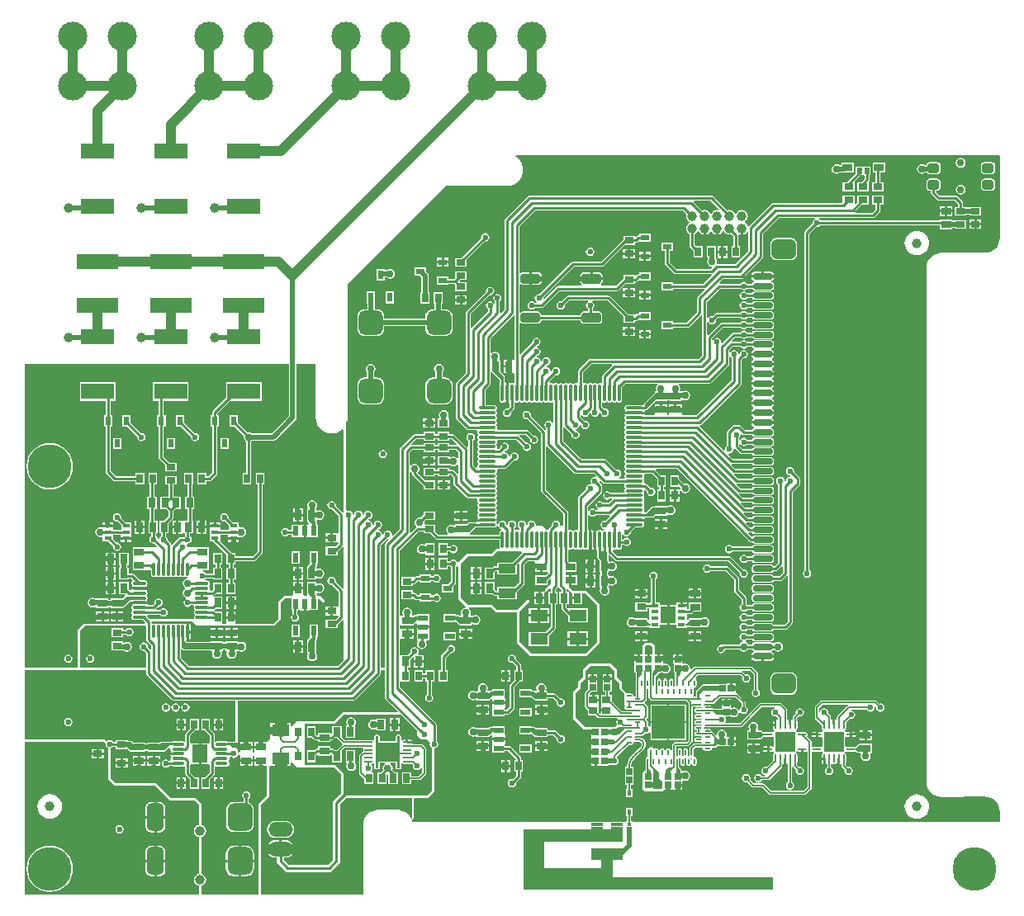
<source format=gtl>
G04 Layer_Physical_Order=1*
G04 Layer_Color=255*
%FSLAX25Y25*%
%MOIN*%
G70*
G01*
G75*
%ADD10C,0.00591*%
%ADD11R,0.03150X0.01575*%
G04:AMPARAMS|DCode=12|XSize=110.24mil|YSize=66.93mil|CornerRadius=16.73mil|HoleSize=0mil|Usage=FLASHONLY|Rotation=90.000|XOffset=0mil|YOffset=0mil|HoleType=Round|Shape=RoundedRectangle|*
%AMROUNDEDRECTD12*
21,1,0.11024,0.03347,0,0,90.0*
21,1,0.07677,0.06693,0,0,90.0*
1,1,0.03346,0.01673,0.03839*
1,1,0.03346,0.01673,-0.03839*
1,1,0.03346,-0.01673,-0.03839*
1,1,0.03346,-0.01673,0.03839*
%
%ADD12ROUNDEDRECTD12*%
G04:AMPARAMS|DCode=13|XSize=110.24mil|YSize=102.36mil|CornerRadius=25.59mil|HoleSize=0mil|Usage=FLASHONLY|Rotation=90.000|XOffset=0mil|YOffset=0mil|HoleType=Round|Shape=RoundedRectangle|*
%AMROUNDEDRECTD13*
21,1,0.11024,0.05118,0,0,90.0*
21,1,0.05906,0.10236,0,0,90.0*
1,1,0.05118,0.02559,0.02953*
1,1,0.05118,0.02559,-0.02953*
1,1,0.05118,-0.02559,-0.02953*
1,1,0.05118,-0.02559,0.02953*
%
%ADD13ROUNDEDRECTD13*%
%ADD14R,0.13386X0.06496*%
%ADD15R,0.16535X0.05906*%
%ADD16R,0.02362X0.03543*%
%ADD17R,0.01811X0.01811*%
%ADD18R,0.04724X0.01811*%
%ADD19C,0.03937*%
%ADD20R,0.07087X0.04724*%
%ADD21O,0.03543X0.00984*%
%ADD22O,0.00984X0.03543*%
%ADD23R,0.08071X0.08071*%
%ADD24R,0.03937X0.02835*%
%ADD25R,0.02835X0.03937*%
%ADD26O,0.02559X0.00787*%
%ADD27O,0.00787X0.02559*%
%ADD28R,0.13386X0.13386*%
%ADD29R,0.06181X0.07402*%
%ADD30O,0.05315X0.01181*%
%ADD31R,0.09646X0.07677*%
%ADD32O,0.03347X0.00787*%
%ADD33R,0.02520X0.02520*%
%ADD34R,0.03347X0.02953*%
%ADD35R,0.02520X0.02520*%
%ADD36R,0.02362X0.06890*%
%ADD37R,0.01575X0.02362*%
%ADD38R,0.03740X0.02559*%
G04:AMPARAMS|DCode=39|XSize=47.24mil|YSize=39.37mil|CornerRadius=9.84mil|HoleSize=0mil|Usage=FLASHONLY|Rotation=180.000|XOffset=0mil|YOffset=0mil|HoleType=Round|Shape=RoundedRectangle|*
%AMROUNDEDRECTD39*
21,1,0.04724,0.01969,0,0,180.0*
21,1,0.02756,0.03937,0,0,180.0*
1,1,0.01969,-0.01378,0.00984*
1,1,0.01969,0.01378,0.00984*
1,1,0.01969,0.01378,-0.00984*
1,1,0.01969,-0.01378,-0.00984*
%
%ADD39ROUNDEDRECTD39*%
G04:AMPARAMS|DCode=40|XSize=98.43mil|YSize=98.43mil|CornerRadius=24.61mil|HoleSize=0mil|Usage=FLASHONLY|Rotation=90.000|XOffset=0mil|YOffset=0mil|HoleType=Round|Shape=RoundedRectangle|*
%AMROUNDEDRECTD40*
21,1,0.09843,0.04921,0,0,90.0*
21,1,0.04921,0.09843,0,0,90.0*
1,1,0.04921,0.02461,0.02461*
1,1,0.04921,0.02461,-0.02461*
1,1,0.04921,-0.02461,-0.02461*
1,1,0.04921,-0.02461,0.02461*
%
%ADD40ROUNDEDRECTD40*%
%ADD41R,0.07087X0.03937*%
%ADD42R,0.05906X0.06890*%
%ADD43R,0.03937X0.02362*%
%ADD44O,0.01181X0.05512*%
%ADD45O,0.05512X0.01181*%
G04:AMPARAMS|DCode=46|XSize=78.74mil|YSize=39.37mil|CornerRadius=9.84mil|HoleSize=0mil|Usage=FLASHONLY|Rotation=180.000|XOffset=0mil|YOffset=0mil|HoleType=Round|Shape=RoundedRectangle|*
%AMROUNDEDRECTD46*
21,1,0.07874,0.01969,0,0,180.0*
21,1,0.05906,0.03937,0,0,180.0*
1,1,0.01969,-0.02953,0.00984*
1,1,0.01969,0.02953,0.00984*
1,1,0.01969,0.02953,-0.00984*
1,1,0.01969,-0.02953,-0.00984*
%
%ADD46ROUNDEDRECTD46*%
%ADD47R,0.07087X0.04921*%
%ADD48R,0.03543X0.02362*%
%ADD49R,0.03740X0.02559*%
G04:AMPARAMS|DCode=50|XSize=78.74mil|YSize=98.43mil|CornerRadius=19.69mil|HoleSize=0mil|Usage=FLASHONLY|Rotation=270.000|XOffset=0mil|YOffset=0mil|HoleType=Round|Shape=RoundedRectangle|*
%AMROUNDEDRECTD50*
21,1,0.07874,0.05906,0,0,270.0*
21,1,0.03937,0.09843,0,0,270.0*
1,1,0.03937,-0.02953,-0.01969*
1,1,0.03937,-0.02953,0.01969*
1,1,0.03937,0.02953,0.01969*
1,1,0.03937,0.02953,-0.01969*
%
%ADD50ROUNDEDRECTD50*%
G04:AMPARAMS|DCode=51|XSize=23.62mil|YSize=78.74mil|CornerRadius=5.91mil|HoleSize=0mil|Usage=FLASHONLY|Rotation=270.000|XOffset=0mil|YOffset=0mil|HoleType=Round|Shape=RoundedRectangle|*
%AMROUNDEDRECTD51*
21,1,0.02362,0.06693,0,0,270.0*
21,1,0.01181,0.07874,0,0,270.0*
1,1,0.01181,-0.03347,-0.00591*
1,1,0.01181,-0.03347,0.00591*
1,1,0.01181,0.03347,0.00591*
1,1,0.01181,0.03347,-0.00591*
%
%ADD51ROUNDEDRECTD51*%
%ADD52R,0.01969X0.02559*%
%ADD53R,0.03937X0.03150*%
%ADD54R,0.02559X0.03740*%
%ADD55R,0.02362X0.03937*%
%ADD56O,0.07087X0.01181*%
%ADD57O,0.01181X0.07087*%
%ADD58R,0.02362X0.03740*%
%ADD59C,0.00984*%
%ADD60C,0.01969*%
%ADD61C,0.03937*%
%ADD62C,0.02953*%
%ADD63C,0.04921*%
%ADD64C,0.11811*%
%ADD65O,0.09843X0.05906*%
%ADD66C,0.03937*%
%ADD67C,0.17716*%
%ADD68C,0.02362*%
%ADD69C,0.02953*%
G36*
X-79273Y43376D02*
X-79301Y43307D01*
X-79291Y43281D01*
X-79299Y43255D01*
X-79185Y42097D01*
X-79159Y42049D01*
X-79164Y41995D01*
X-78827Y40881D01*
X-78792Y40839D01*
X-78787Y40785D01*
X-78238Y39759D01*
X-78196Y39724D01*
X-78180Y39672D01*
X-77443Y38773D01*
X-77394Y38747D01*
X-77369Y38699D01*
X-76469Y37961D01*
X-76417Y37945D01*
X-76383Y37903D01*
X-75357Y37355D01*
X-75302Y37350D01*
X-75260Y37315D01*
X-74147Y36977D01*
X-74093Y36983D01*
X-74045Y36957D01*
X-72887Y36843D01*
X-72835Y36859D01*
X-72782Y36843D01*
X-71625Y36957D01*
X-71577Y36983D01*
X-71522Y36977D01*
X-70409Y37315D01*
X-70367Y37350D01*
X-70313Y37355D01*
X-69287Y37903D01*
X-69252Y37945D01*
X-69200Y37961D01*
X-68413Y38607D01*
X-67975Y38464D01*
X-67913Y38420D01*
Y5079D01*
X-68413Y4872D01*
X-71176Y7635D01*
X-71129Y7874D01*
X-71258Y8527D01*
X-71628Y9080D01*
X-72182Y9450D01*
X-72835Y9580D01*
X-73487Y9450D01*
X-74041Y9080D01*
X-74411Y8527D01*
X-74541Y7874D01*
X-74411Y7221D01*
X-74041Y6668D01*
X-73487Y6298D01*
X-72835Y6168D01*
X-72595Y6216D01*
X-69901Y3521D01*
Y-3281D01*
X-70374Y-3346D01*
X-70401Y-3346D01*
X-72342D01*
Y-5217D01*
Y-7087D01*
X-70401D01*
X-70374Y-7087D01*
X-70252Y-7104D01*
X-70076Y-7633D01*
X-71203Y-8760D01*
X-75197D01*
Y-12303D01*
X-70472D01*
Y-10868D01*
X-68413Y-8809D01*
X-67913Y-9016D01*
Y-25433D01*
X-68413Y-25640D01*
X-71176Y-22877D01*
X-71129Y-22638D01*
X-71259Y-21985D01*
X-71628Y-21431D01*
X-72182Y-21062D01*
X-72835Y-20932D01*
X-73488Y-21062D01*
X-74041Y-21431D01*
X-74411Y-21985D01*
X-74541Y-22638D01*
X-74411Y-23291D01*
X-74041Y-23844D01*
X-73488Y-24214D01*
X-72835Y-24344D01*
X-72596Y-24296D01*
X-69901Y-26991D01*
Y-32808D01*
X-70374Y-32874D01*
X-70401Y-32874D01*
X-72342D01*
Y-34744D01*
Y-36614D01*
X-70401D01*
X-70374Y-36614D01*
X-70252Y-36631D01*
X-70076Y-37160D01*
X-71203Y-38287D01*
X-75197D01*
Y-41831D01*
X-70472D01*
Y-40396D01*
X-68413Y-38337D01*
X-67913Y-38544D01*
Y-54683D01*
X-70297Y-57067D01*
X-130490D01*
X-133839Y-53718D01*
Y-50200D01*
X-133339Y-49993D01*
X-132759Y-50574D01*
X-132382Y-50730D01*
X-121555D01*
Y-50886D01*
X-121137D01*
X-120902Y-51327D01*
X-120949Y-51397D01*
X-121102Y-52165D01*
X-120949Y-52934D01*
X-120514Y-53585D01*
X-119863Y-54020D01*
X-119095Y-54172D01*
X-118326Y-54020D01*
X-117675Y-53585D01*
X-117240Y-52934D01*
X-117087Y-52165D01*
X-117240Y-51397D01*
X-117287Y-51327D01*
X-117052Y-50886D01*
X-116634D01*
Y-50482D01*
X-115650D01*
Y-50886D01*
X-115232D01*
X-114996Y-51327D01*
X-115043Y-51397D01*
X-115196Y-52165D01*
X-115043Y-52934D01*
X-114608Y-53585D01*
X-113957Y-54020D01*
X-113189Y-54172D01*
X-112421Y-54020D01*
X-111770Y-53585D01*
X-111335Y-52934D01*
X-111182Y-52165D01*
X-111331Y-51415D01*
X-111283Y-51297D01*
X-111105Y-50956D01*
X-110728Y-50886D01*
X-110728D01*
X-110242Y-50919D01*
X-110020Y-51067D01*
X-109252Y-51220D01*
X-108484Y-51067D01*
X-107833Y-50632D01*
X-107398Y-49981D01*
X-107245Y-49213D01*
X-107398Y-48445D01*
X-107833Y-47793D01*
X-108484Y-47358D01*
X-109252Y-47206D01*
X-110020Y-47358D01*
X-110228Y-47498D01*
X-110728Y-47230D01*
Y-47067D01*
X-115650D01*
Y-47471D01*
X-116634D01*
Y-47067D01*
X-121555D01*
Y-47204D01*
X-131177D01*
X-131560Y-46821D01*
X-131517Y-46725D01*
X-131398Y-46575D01*
Y-43110D01*
Y-39853D01*
X-131757Y-40093D01*
X-132309Y-40020D01*
X-132452Y-39925D01*
X-132874Y-39841D01*
X-133297Y-39925D01*
X-133655Y-40164D01*
X-134062D01*
X-134420Y-39925D01*
X-134843Y-39841D01*
X-135265Y-39925D01*
X-135623Y-40164D01*
X-136030D01*
X-136389Y-39925D01*
X-136811Y-39841D01*
X-137233Y-39925D01*
X-137592Y-40164D01*
X-137999D01*
X-138357Y-39925D01*
X-138780Y-39841D01*
X-139202Y-39925D01*
X-139560Y-40164D01*
X-139968D01*
X-140326Y-39925D01*
X-140748Y-39841D01*
X-141171Y-39925D01*
X-141529Y-40164D01*
X-141936D01*
X-142294Y-39925D01*
X-142717Y-39841D01*
X-143139Y-39925D01*
X-143497Y-40164D01*
X-143904D01*
X-144263Y-39925D01*
X-144685Y-39841D01*
X-145009Y-39905D01*
X-145475Y-39623D01*
X-145481Y-39617D01*
X-145533Y-39258D01*
X-145211Y-38878D01*
X-129429Y-38878D01*
X-127461Y-40846D01*
X-95964Y-40846D01*
X-93504Y-38386D01*
X-93504Y-31496D01*
X-91535Y-29528D01*
X-89575D01*
X-89075Y-29528D01*
X-89075Y-30028D01*
Y-34449D01*
X-88602D01*
Y-36060D01*
X-88805Y-36195D01*
X-89174Y-36749D01*
X-89304Y-37402D01*
X-89174Y-38054D01*
X-88805Y-38608D01*
X-88251Y-38978D01*
X-87598Y-39108D01*
X-86945Y-38978D01*
X-86392Y-38608D01*
X-86022Y-38054D01*
X-85892Y-37402D01*
X-86022Y-36749D01*
X-86392Y-36195D01*
X-86595Y-36060D01*
Y-34802D01*
X-86241Y-34449D01*
X-85892D01*
X-85433Y-34547D01*
X-85269Y-34547D01*
X-84153D01*
Y-31988D01*
X-83169D01*
Y-34547D01*
X-82054D01*
X-81890Y-34547D01*
X-81890Y-34547D01*
X-81594Y-34449D01*
X-81594Y-34449D01*
X-80806D01*
X-80708Y-34489D01*
X-79232D01*
X-79134Y-34449D01*
X-78248D01*
Y-30181D01*
X-77786Y-29990D01*
X-76287Y-31488D01*
X-76279Y-31496D01*
X-75787Y-31496D01*
X-75787Y-31477D01*
X-75787Y-31477D01*
Y-30512D01*
X-77756Y-28543D01*
X-78699D01*
X-78856Y-28167D01*
X-78934Y-28088D01*
X-78902Y-27768D01*
X-78832Y-27708D01*
X-78424Y-27465D01*
X-77756Y-27598D01*
X-76988Y-27445D01*
X-76337Y-27010D01*
X-75902Y-26359D01*
X-75749Y-25591D01*
X-75902Y-24823D01*
X-76337Y-24171D01*
X-76988Y-23736D01*
X-77756Y-23584D01*
X-78524Y-23736D01*
X-78594Y-23783D01*
X-79035Y-23548D01*
Y-23130D01*
X-79626D01*
X-79724Y-23089D01*
X-82185D01*
X-82283Y-23130D01*
X-82854D01*
Y-28051D01*
X-82854D01*
X-82862Y-28262D01*
X-83055Y-28543D01*
X-84113D01*
X-84370Y-28150D01*
X-84370Y-28043D01*
Y-26083D01*
X-88386D01*
Y-28043D01*
X-88386Y-28150D01*
X-88643Y-28543D01*
X-92027D01*
X-94488Y-31004D01*
X-94488Y-37894D01*
X-96457Y-39862D01*
X-111614D01*
Y-37894D01*
X-115354D01*
Y-39862D01*
X-116568D01*
X-117027Y-39764D01*
X-117028Y-39362D01*
Y-35039D01*
X-119742D01*
X-120051Y-34731D01*
X-120058Y-34723D01*
X-120096Y-34376D01*
X-119780Y-33957D01*
X-116949D01*
Y-29035D01*
X-120582D01*
X-120631Y-28536D01*
X-120384Y-28486D01*
X-120058Y-28269D01*
X-119742Y-27953D01*
X-117028D01*
Y-23228D01*
X-120571D01*
Y-25943D01*
X-121183Y-26556D01*
X-121773D01*
X-122040Y-26056D01*
X-122012Y-26013D01*
X-121928Y-25591D01*
X-122012Y-25168D01*
X-122161Y-24944D01*
X-122217Y-24606D01*
X-122161Y-24269D01*
X-122012Y-24045D01*
X-121928Y-23622D01*
X-122012Y-23200D01*
X-122251Y-22841D01*
X-122609Y-22602D01*
X-123031Y-22518D01*
X-123855D01*
X-124007Y-22018D01*
X-123794Y-21876D01*
X-123658Y-21673D01*
X-120768D01*
Y-22146D01*
X-116949D01*
Y-17224D01*
X-117796D01*
Y-16142D01*
X-117028D01*
Y-11417D01*
X-120571D01*
Y-16142D01*
X-119803D01*
Y-17224D01*
X-120768D01*
Y-19666D01*
X-123658D01*
X-123794Y-19463D01*
X-124347Y-19093D01*
X-124796Y-19004D01*
X-124746Y-18504D01*
X-122441D01*
Y-9055D01*
X-131007D01*
X-131168Y-8858D01*
X-131298Y-8206D01*
X-131423Y-8019D01*
X-131122Y-7569D01*
X-130906Y-7612D01*
X-130253Y-7482D01*
X-129699Y-7112D01*
X-129329Y-6558D01*
X-129200Y-5906D01*
X-129329Y-5253D01*
X-129699Y-4699D01*
X-129902Y-4564D01*
Y-3445D01*
X-128760D01*
Y1476D01*
X-129154D01*
Y6397D01*
X-128248D01*
Y11319D01*
X-129154D01*
Y16339D01*
X-128839D01*
Y21063D01*
X-132382D01*
Y16339D01*
X-131161D01*
Y11319D01*
X-132067D01*
Y6397D01*
X-131161D01*
Y1830D01*
X-131515Y1476D01*
X-132571D01*
X-132579Y1476D01*
X-133071Y1495D01*
Y1575D01*
X-134587D01*
Y-984D01*
Y-3543D01*
X-133071D01*
Y-3464D01*
X-132579Y-3445D01*
X-132571Y-3445D01*
X-131909D01*
Y-4564D01*
X-132112Y-4699D01*
X-132247Y-4902D01*
X-133858D01*
X-134242Y-4978D01*
X-134568Y-5196D01*
X-137276Y-7904D01*
X-137437Y-7894D01*
X-137805Y-7726D01*
X-137853Y-7490D01*
X-138070Y-7164D01*
X-139090Y-6145D01*
X-139042Y-5906D01*
X-139172Y-5253D01*
X-139542Y-4699D01*
X-139745Y-4564D01*
Y-3445D01*
X-138602D01*
Y726D01*
X-137469Y1860D01*
X-137087Y1535D01*
Y-492D01*
X-135571D01*
Y1575D01*
X-137047D01*
X-137372Y1956D01*
X-137086Y2243D01*
X-136868Y2569D01*
X-136792Y2953D01*
Y5490D01*
X-135884Y6397D01*
X-133681D01*
Y11319D01*
X-136632D01*
X-136792Y11478D01*
Y16240D01*
X-135433D01*
Y19783D01*
X-140157D01*
Y16240D01*
X-138799D01*
Y11478D01*
X-138959Y11319D01*
X-141910D01*
Y6397D01*
X-139707D01*
X-138799Y5490D01*
Y3368D01*
X-140691Y1476D01*
X-142421D01*
Y-3445D01*
X-141752D01*
Y-4564D01*
X-141954Y-4699D01*
X-142324Y-5253D01*
X-142391Y-5586D01*
X-142399Y-5599D01*
X-142942Y-5822D01*
X-143005Y-5777D01*
X-143109Y-5253D01*
X-143479Y-4699D01*
X-143682Y-4564D01*
Y-3445D01*
X-143012D01*
Y1476D01*
X-144430D01*
Y6397D01*
X-143524D01*
Y11319D01*
X-144430D01*
Y16339D01*
X-143209D01*
Y21063D01*
X-146752D01*
Y16339D01*
X-146437D01*
Y11319D01*
X-147343D01*
Y6397D01*
X-146437D01*
Y1476D01*
X-146831D01*
Y-3445D01*
X-145689D01*
Y-4564D01*
X-145891Y-4699D01*
X-146261Y-5253D01*
X-146391Y-5906D01*
X-146261Y-6558D01*
X-145891Y-7112D01*
X-145338Y-7482D01*
X-144685Y-7612D01*
X-144446Y-7564D01*
X-143417Y-8593D01*
X-143608Y-9055D01*
X-153150D01*
Y-18504D01*
X-145789D01*
Y-20079D01*
X-145705Y-20501D01*
X-145466Y-20859D01*
X-145107Y-21099D01*
X-144685Y-21183D01*
X-144263Y-21099D01*
X-143904Y-20859D01*
X-143497D01*
X-143139Y-21099D01*
X-142717Y-21183D01*
X-142294Y-21099D01*
X-141936Y-20859D01*
X-141529D01*
X-141171Y-21099D01*
X-140748Y-21183D01*
X-140326Y-21099D01*
X-139968Y-20859D01*
X-139560D01*
X-139202Y-21099D01*
X-138780Y-21183D01*
X-138357Y-21099D01*
X-137999Y-20859D01*
X-137592D01*
X-137233Y-21099D01*
X-136811Y-21183D01*
X-136389Y-21099D01*
X-136030Y-20859D01*
X-135623D01*
X-135265Y-21099D01*
X-134843Y-21183D01*
X-134420Y-21099D01*
X-134062Y-20859D01*
X-133655D01*
X-133297Y-21099D01*
X-132874Y-21183D01*
X-132452Y-21099D01*
X-132094Y-20859D01*
X-131686D01*
X-131328Y-21099D01*
X-131100Y-21144D01*
Y-21654D01*
X-131674Y-21768D01*
X-132325Y-22203D01*
X-132760Y-22854D01*
X-132913Y-23622D01*
X-132760Y-24390D01*
X-132325Y-25041D01*
X-131953Y-25290D01*
Y-25891D01*
X-132325Y-26140D01*
X-132760Y-26791D01*
X-132913Y-27559D01*
X-132760Y-28327D01*
X-132325Y-28978D01*
X-131674Y-29413D01*
X-131624Y-29423D01*
X-131573Y-29812D01*
X-131589Y-29940D01*
X-132112Y-30290D01*
X-132482Y-30843D01*
X-132612Y-31496D01*
X-132482Y-32149D01*
X-132112Y-32702D01*
X-131558Y-33072D01*
X-130906Y-33202D01*
X-130253Y-33072D01*
X-129699Y-32702D01*
X-129564Y-32500D01*
X-128621D01*
X-128354Y-33000D01*
X-128382Y-33042D01*
X-128466Y-33465D01*
X-128382Y-33887D01*
X-128232Y-34111D01*
X-128176Y-34449D01*
X-128232Y-34787D01*
X-128382Y-35011D01*
X-128466Y-35433D01*
X-128382Y-35856D01*
X-128143Y-36214D01*
Y-36621D01*
X-128382Y-36979D01*
X-128466Y-37402D01*
X-128402Y-37721D01*
X-128729Y-37978D01*
X-128815Y-38016D01*
X-128937Y-37894D01*
X-146653Y-37894D01*
X-146682Y-37922D01*
X-147138Y-37467D01*
X-147125Y-37402D01*
X-147209Y-36979D01*
X-147237Y-36937D01*
X-146970Y-36437D01*
X-142090D01*
X-141954Y-36639D01*
X-141401Y-37009D01*
X-140748Y-37139D01*
X-140095Y-37009D01*
X-139542Y-36639D01*
X-139172Y-36086D01*
X-139042Y-35433D01*
X-139172Y-34780D01*
X-139542Y-34227D01*
X-140095Y-33857D01*
X-140748Y-33727D01*
X-141401Y-33857D01*
X-141954Y-34227D01*
X-142090Y-34430D01*
X-143524D01*
X-143731Y-33930D01*
X-142956Y-33154D01*
X-142717Y-33202D01*
X-142064Y-33072D01*
X-141510Y-32702D01*
X-141140Y-32149D01*
X-141011Y-31496D01*
X-141140Y-30843D01*
X-141510Y-30290D01*
X-142064Y-29920D01*
X-142717Y-29790D01*
X-143369Y-29920D01*
X-143923Y-30290D01*
X-144293Y-30843D01*
X-144423Y-31496D01*
X-144375Y-31735D01*
X-145101Y-32461D01*
X-146851D01*
X-147104Y-31988D01*
X-152559D01*
Y-31988D01*
X-153051D01*
X-153411Y-32348D01*
X-153484Y-32900D01*
X-153579Y-33042D01*
X-153663Y-33465D01*
X-153579Y-33887D01*
X-153429Y-34111D01*
X-153374Y-34449D01*
X-153429Y-34787D01*
X-153579Y-35011D01*
X-153663Y-35433D01*
X-153579Y-35856D01*
X-153340Y-36214D01*
Y-36621D01*
X-153579Y-36979D01*
X-153663Y-37402D01*
X-153579Y-37824D01*
X-153340Y-38182D01*
X-152982Y-38421D01*
X-152559Y-38506D01*
X-148937D01*
X-148101Y-39342D01*
X-148622Y-39862D01*
X-172736D01*
X-175197Y-42323D01*
Y-57225D01*
X-175550Y-57579D01*
X-196497D01*
X-196850Y-57225D01*
X-196850Y64961D01*
X-90088D01*
Y43931D01*
X-97080Y36938D01*
X-105009D01*
X-105531Y37287D01*
X-106299Y37440D01*
X-106790Y37343D01*
X-110728Y41281D01*
Y44193D01*
X-114075D01*
Y39665D01*
X-111951D01*
X-108209Y35923D01*
X-108306Y35433D01*
X-108154Y34665D01*
X-107719Y34014D01*
X-107303Y33736D01*
Y21063D01*
X-108760D01*
Y16339D01*
X-105217D01*
Y21063D01*
X-105296D01*
Y33736D01*
X-105009Y33928D01*
X-96457D01*
X-95881Y34042D01*
X-95392Y34369D01*
X-87518Y42243D01*
X-87518Y42243D01*
X-87192Y42731D01*
X-87077Y43307D01*
X-87077Y43307D01*
Y64961D01*
X-79283D01*
X-79273Y43376D01*
D02*
G37*
G36*
X-35827Y33957D02*
X-31102D01*
Y34725D01*
X-29921D01*
Y33957D01*
X-25197D01*
Y34725D01*
X-24333D01*
X-22287Y32679D01*
X-22291Y32642D01*
X-22508Y32204D01*
X-25197D01*
Y32972D01*
X-29921D01*
Y32204D01*
X-31102D01*
Y32972D01*
X-35827D01*
Y32204D01*
X-40484D01*
X-40701Y32642D01*
X-40705Y32679D01*
X-38659Y34725D01*
X-35827D01*
Y33957D01*
D02*
G37*
G36*
X70378Y125565D02*
X70280Y125327D01*
X70195Y124685D01*
X70280Y124043D01*
X70528Y123444D01*
X70922Y122930D01*
X71436Y122536D01*
X71640Y122451D01*
Y121919D01*
X71436Y121834D01*
X70922Y121440D01*
X70528Y120926D01*
X70280Y120327D01*
X70195Y119685D01*
X70280Y119043D01*
X70528Y118444D01*
X70922Y117930D01*
X71436Y117536D01*
X71674Y117437D01*
Y112657D01*
X71750Y112273D01*
X71968Y111948D01*
X73327Y110589D01*
Y107874D01*
X76870D01*
Y112598D01*
X74155D01*
X73681Y113073D01*
Y117437D01*
X73918Y117536D01*
X74432Y117930D01*
X74827Y118444D01*
X74857Y118519D01*
X75390Y118519D01*
X75442Y118394D01*
X75852Y117860D01*
X76386Y117450D01*
X77009Y117192D01*
X77185Y117169D01*
Y119685D01*
X78169D01*
Y117169D01*
X78345Y117192D01*
X78968Y117450D01*
X79502Y117860D01*
X79912Y118394D01*
X80442D01*
X80852Y117860D01*
X81387Y117450D01*
X82009Y117192D01*
X82185Y117169D01*
Y119685D01*
X83169D01*
Y117169D01*
X83345Y117192D01*
X83968Y117450D01*
X84502Y117860D01*
X84912Y118394D01*
X84964Y118519D01*
X85497Y118519D01*
X85528Y118444D01*
X85922Y117930D01*
X86436Y117536D01*
X87035Y117288D01*
X87677Y117203D01*
X88319Y117288D01*
X88557Y117386D01*
X89252Y116691D01*
Y112598D01*
X88484D01*
Y107874D01*
X91979D01*
X92293Y107492D01*
X90136Y105334D01*
X82987D01*
X82973Y105341D01*
X82620Y105797D01*
X82618Y105809D01*
X82716Y106299D01*
X82563Y107067D01*
X82214Y107590D01*
Y109941D01*
X82214Y109941D01*
X82185Y110087D01*
Y112598D01*
X78642D01*
Y107874D01*
X78811D01*
X79065Y107382D01*
X78854Y107067D01*
X78702Y106299D01*
X78854Y105531D01*
X79289Y104880D01*
X79941Y104445D01*
X80554Y104323D01*
X80768Y103840D01*
X80293Y103366D01*
X66360D01*
X63602Y106124D01*
Y110531D01*
X64862D01*
Y113878D01*
X60335D01*
Y110531D01*
X61595D01*
Y105709D01*
X61671Y105325D01*
X61889Y104999D01*
X65235Y101653D01*
X65561Y101435D01*
X65945Y101359D01*
X80543D01*
X80760Y100921D01*
X80764Y100884D01*
X77340Y97460D01*
X64862D01*
Y98130D01*
X60335D01*
Y94784D01*
X64862D01*
Y95453D01*
X77590D01*
X77807Y95016D01*
X77811Y94979D01*
X75078Y92245D01*
X74860Y91919D01*
X74784Y91535D01*
Y86045D01*
X70450Y81712D01*
X64862D01*
Y82382D01*
X60335D01*
Y79035D01*
X64862D01*
Y79705D01*
X70866D01*
X71250Y79782D01*
X71576Y79999D01*
X76260Y84684D01*
X76753Y84480D01*
Y68329D01*
X75372Y66948D01*
X31496D01*
X31112Y66872D01*
X30786Y66654D01*
X26849Y62717D01*
X26632Y62392D01*
X26556Y62008D01*
Y57548D01*
X26063Y57285D01*
X26013Y57319D01*
X25591Y57403D01*
X25168Y57319D01*
X24810Y57080D01*
X24403D01*
X24045Y57319D01*
X23622Y57403D01*
X23200Y57319D01*
X22969Y57165D01*
X22638Y57112D01*
X22307Y57165D01*
X22076Y57319D01*
X21654Y57403D01*
X21231Y57319D01*
X20873Y57080D01*
X20466D01*
X20108Y57319D01*
X19685Y57403D01*
X19263Y57319D01*
X18905Y57080D01*
X18497D01*
X18139Y57319D01*
X17717Y57403D01*
X17294Y57319D01*
X17064Y57165D01*
X16732Y57112D01*
X16401Y57165D01*
X16171Y57319D01*
X15748Y57403D01*
X15646Y57383D01*
X15120Y57716D01*
X15108Y57739D01*
X15077Y57949D01*
X17477Y60349D01*
X17717Y60302D01*
X18370Y60432D01*
X18923Y60802D01*
X19293Y61355D01*
X19423Y62008D01*
X19293Y62661D01*
X18923Y63214D01*
X18370Y63584D01*
X17717Y63714D01*
X17064Y63584D01*
X16510Y63214D01*
X16140Y62661D01*
X16032Y62114D01*
X15960Y62062D01*
X15440Y62281D01*
X15428Y62298D01*
X15356Y62661D01*
X14986Y63214D01*
X14433Y63584D01*
X14070Y63656D01*
X14052Y63669D01*
X13833Y64188D01*
X13886Y64260D01*
X14433Y64369D01*
X14986Y64739D01*
X15356Y65292D01*
X15486Y65945D01*
X15356Y66598D01*
X14986Y67151D01*
X14433Y67521D01*
X13780Y67651D01*
X13127Y67521D01*
X12573Y67151D01*
X12203Y66598D01*
X12095Y66051D01*
X12023Y65999D01*
X11503Y66218D01*
X11491Y66235D01*
X11419Y66598D01*
X11049Y67151D01*
X10496Y67521D01*
X10133Y67593D01*
X10115Y67606D01*
X9896Y68125D01*
X9949Y68197D01*
X10496Y68306D01*
X11049Y68676D01*
X11419Y69229D01*
X11549Y69882D01*
X11419Y70535D01*
X11049Y71088D01*
X10496Y71458D01*
X10133Y71530D01*
X10115Y71543D01*
X9896Y72062D01*
X9949Y72134D01*
X10496Y72243D01*
X11049Y72613D01*
X11419Y73166D01*
X11549Y73819D01*
X11419Y74472D01*
X11049Y75025D01*
X10496Y75395D01*
X9843Y75525D01*
X9190Y75395D01*
X8636Y75025D01*
X8266Y74472D01*
X8137Y73819D01*
X8184Y73580D01*
X3464Y68860D01*
X2972Y69064D01*
Y81330D01*
X3112Y81430D01*
X3464Y81548D01*
X3854Y81287D01*
X4430Y81173D01*
X10335D01*
X10911Y81287D01*
X11400Y81614D01*
X11726Y82102D01*
X11837Y82659D01*
X27534D01*
X27645Y82102D01*
X27971Y81614D01*
X28459Y81287D01*
X29035Y81173D01*
X34941D01*
X35517Y81287D01*
X36005Y81614D01*
X36332Y82102D01*
X36446Y82678D01*
Y84646D01*
X36332Y85223D01*
X36005Y85711D01*
X35517Y86037D01*
X34941Y86152D01*
X32500D01*
Y87241D01*
X32702Y87376D01*
X33072Y87930D01*
X33202Y88583D01*
X33072Y89236D01*
X32702Y89789D01*
X32327Y90040D01*
X32476Y90532D01*
X38659D01*
X44882Y84309D01*
Y81595D01*
X49606D01*
Y82363D01*
X49902D01*
X50286Y82439D01*
X50611Y82657D01*
X50837Y82882D01*
X51280Y82776D01*
Y82776D01*
X51280Y82776D01*
X55807D01*
Y86122D01*
X51280D01*
Y85452D01*
X50984D01*
X50600Y85376D01*
X50275Y85158D01*
X50061Y84945D01*
X49606Y85133D01*
Y85138D01*
X46892D01*
X39784Y92245D01*
X39459Y92463D01*
X39075Y92539D01*
X22638D01*
X22254Y92463D01*
X21928Y92245D01*
X19924Y90241D01*
X19685Y90289D01*
X19032Y90159D01*
X18479Y89789D01*
X18109Y89236D01*
X17979Y88583D01*
X18109Y87930D01*
X18479Y87376D01*
X19032Y87006D01*
X19685Y86877D01*
X20338Y87006D01*
X20891Y87376D01*
X21261Y87930D01*
X21391Y88583D01*
X21343Y88822D01*
X23054Y90532D01*
X30516D01*
X30665Y90040D01*
X30290Y89789D01*
X29920Y89236D01*
X29790Y88583D01*
X29920Y87930D01*
X30290Y87376D01*
X30492Y87241D01*
Y86152D01*
X29035D01*
X28459Y86037D01*
X27971Y85711D01*
X27645Y85223D01*
X27534Y84666D01*
X11837D01*
X11726Y85223D01*
X11400Y85711D01*
X10911Y86037D01*
X10335Y86152D01*
X4430D01*
X3854Y86037D01*
X3464Y85777D01*
X3112Y85894D01*
X2972Y85995D01*
Y96955D01*
X3464Y97177D01*
X3816Y96942D01*
X4430Y96820D01*
X6891D01*
Y99410D01*
Y101999D01*
X4430D01*
X3816Y101877D01*
X3464Y101642D01*
X2972Y101865D01*
Y120647D01*
X9274Y126949D01*
X68994D01*
X70378Y125565D01*
D02*
G37*
G36*
X67914Y50689D02*
X58071D01*
X54134Y46752D01*
X53642D01*
Y47244D01*
Y48720D01*
X58071Y53150D01*
X67914D01*
Y50689D01*
D02*
G37*
G36*
X-14764Y-492D02*
X-17224Y-2953D01*
X-22638D01*
Y-492D01*
X-18209D01*
X-17224Y492D01*
X-14764D01*
Y-492D01*
D02*
G37*
G36*
X-5562Y-408D02*
X-5513Y-653D01*
X-5143Y-1206D01*
X-4590Y-1576D01*
X-4344Y-1625D01*
Y-2127D01*
X-4359Y-2130D01*
X-4718Y-2369D01*
X-4957Y-2727D01*
X-5041Y-3150D01*
Y-3918D01*
X-17031D01*
X-17079Y-3426D01*
X-17032Y-3416D01*
X-16870Y-3308D01*
X-14566Y-1003D01*
X-14272D01*
X-14272Y-1003D01*
X-13439D01*
X-13415Y-1020D01*
X-12992Y-1104D01*
X-7086D01*
X-6664Y-1020D01*
X-6306Y-781D01*
X-6067Y-422D01*
X-6064Y-408D01*
X-5562D01*
D02*
G37*
G36*
X-44726Y-76772D02*
X-38386Y-83112D01*
X-38386Y-85138D01*
X-36909Y-86614D01*
X-34449Y-86614D01*
X-33082Y-87981D01*
X-33202Y-88583D01*
X-33072Y-89236D01*
X-32702Y-89789D01*
X-32480Y-89937D01*
X-32480Y-107283D01*
X-34449Y-109252D01*
X-66929D01*
X-67913Y-108268D01*
X-67913Y-100394D01*
X-71358Y-96949D01*
X-83661D01*
Y-80216D01*
X-71358D01*
X-67913Y-76772D01*
X-61023D01*
X-44726Y-76772D01*
D02*
G37*
G36*
X-93012Y-97244D02*
X-89370D01*
Y-95884D01*
X-88870Y-95677D01*
X-86614Y-97933D01*
X-71850D01*
X-68898Y-100886D01*
Y-108268D01*
X-72342Y-111713D01*
X-72342Y-118602D01*
Y-135335D01*
X-74311Y-137303D01*
X-90059D01*
X-92027Y-135335D01*
X-92027Y-134479D01*
X-91535D01*
X-90610Y-134358D01*
X-89748Y-134001D01*
X-89008Y-133433D01*
X-88440Y-132692D01*
X-88083Y-131831D01*
X-88026Y-131398D01*
X-98981D01*
X-98924Y-131831D01*
X-98567Y-132692D01*
X-98000Y-133433D01*
X-97259Y-134001D01*
X-96397Y-134358D01*
X-95472Y-134479D01*
X-94980D01*
Y-136319D01*
X-91043Y-140256D01*
X-73327Y-140256D01*
X-69390Y-136319D01*
X-69390Y-119587D01*
Y-112697D01*
X-66929Y-110236D01*
X-40354D01*
X-40332Y-118602D01*
X-40342Y-118606D01*
X-40832Y-118686D01*
X-41328Y-117758D01*
X-42068Y-116856D01*
X-42969Y-116117D01*
X-43997Y-115567D01*
X-45113Y-115229D01*
X-45782Y-115163D01*
X-46274Y-115114D01*
X-46274Y-115114D01*
X-46763Y-115141D01*
X-54120Y-115114D01*
X-55280Y-115229D01*
X-56396Y-115567D01*
X-57424Y-116117D01*
X-58326Y-116856D01*
X-59066Y-117758D01*
X-59615Y-118786D01*
X-59954Y-119902D01*
X-60019Y-120571D01*
X-60068Y-121062D01*
X-60039Y-121551D01*
Y-149213D01*
X-101378D01*
Y-128445D01*
X-101378Y-113189D01*
X-97933Y-109744D01*
X-97933Y-97622D01*
X-97433Y-97244D01*
X-93996D01*
Y-94193D01*
X-93012D01*
Y-97244D01*
D02*
G37*
G36*
X-21161Y-37402D02*
X-16732D01*
Y-39862D01*
X-21161Y-39862D01*
X-22638Y-38386D01*
X-27067Y-38386D01*
Y-36909D01*
X-21654D01*
X-21161Y-37402D01*
D02*
G37*
G36*
X-147657Y-41027D02*
Y-46260D01*
X-147581Y-46644D01*
X-147363Y-46970D01*
X-145689Y-48644D01*
Y-50160D01*
X-146189Y-50367D01*
X-146987Y-49569D01*
X-146916Y-49213D01*
X-147046Y-48560D01*
X-147416Y-48006D01*
X-147969Y-47637D01*
X-148622Y-47507D01*
X-149275Y-47637D01*
X-149828Y-48006D01*
X-150198Y-48560D01*
X-150328Y-49213D01*
X-150198Y-49865D01*
X-149828Y-50419D01*
X-149275Y-50789D01*
X-148622Y-50919D01*
X-148500Y-50894D01*
X-147657Y-51737D01*
Y-57225D01*
X-148011Y-57579D01*
X-174213D01*
Y-42815D01*
X-172244Y-40846D01*
X-148130Y-40846D01*
X-148119Y-40836D01*
X-147657Y-41027D01*
D02*
G37*
G36*
X-33957Y-38386D02*
X-38386Y-38386D01*
X-39862Y-39862D01*
X-44291Y-39862D01*
Y-37402D01*
X-39862D01*
X-39370Y-36909D01*
X-33957D01*
Y-38386D01*
D02*
G37*
G36*
X3790Y-10827D02*
X3994Y-11319D01*
X57Y-15256D01*
X-6004D01*
Y-16713D01*
X-7126D01*
X-7510Y-16789D01*
X-7835Y-17007D01*
X-8053Y-17224D01*
X-11004D01*
Y-22146D01*
X-7185D01*
Y-19195D01*
X-6710Y-18720D01*
X-6004D01*
Y-20177D01*
X2067D01*
Y-16085D01*
X2459Y-15693D01*
X2496Y-15697D01*
X2934Y-15914D01*
Y-23206D01*
X1041Y-25098D01*
X-6004D01*
Y-26556D01*
X-6710D01*
X-7185Y-26081D01*
Y-23130D01*
X-11004D01*
Y-28051D01*
X-8053D01*
X-7835Y-28269D01*
X-7510Y-28486D01*
X-7126Y-28563D01*
X-6004D01*
Y-30020D01*
X2067D01*
Y-26911D01*
X4647Y-24332D01*
X4864Y-24006D01*
X4941Y-23622D01*
Y-16164D01*
X6321Y-14783D01*
X8833D01*
X9252Y-14961D01*
Y-16477D01*
X11811D01*
Y-16969D01*
X12303D01*
Y-18976D01*
X14342D01*
X14669Y-19345D01*
X13522Y-20492D01*
X9350D01*
Y-24311D01*
X14272D01*
Y-22581D01*
X15293Y-21559D01*
X15748Y-21747D01*
Y-23622D01*
X13287Y-26083D01*
Y-26566D01*
X13071Y-26968D01*
X12782Y-26968D01*
X11555D01*
Y-29035D01*
X13071D01*
Y-27469D01*
X13287Y-27067D01*
X13780Y-27067D01*
X15000Y-25846D01*
X15493Y-26050D01*
Y-27067D01*
X14587D01*
Y-31988D01*
X15493D01*
Y-41159D01*
X13443Y-43209D01*
X6792D01*
Y-48917D01*
X14862D01*
Y-44628D01*
X17206Y-42284D01*
X17423Y-41959D01*
X17500Y-41575D01*
Y-31988D01*
X18406D01*
Y-27067D01*
X17500D01*
Y-26242D01*
X18401Y-25341D01*
X18444Y-25316D01*
X18958D01*
X19001Y-25341D01*
X19902Y-26243D01*
Y-27067D01*
X18996D01*
Y-31988D01*
X19902D01*
Y-33701D01*
X19978Y-34085D01*
X20196Y-34410D01*
X22539Y-36754D01*
Y-39469D01*
X30610D01*
Y-33760D01*
X22539D01*
X22539Y-33760D01*
Y-33760D01*
X22150Y-33526D01*
X21909Y-33285D01*
Y-31988D01*
X22815D01*
Y-27067D01*
X21909D01*
Y-26050D01*
X22401Y-25846D01*
X24114Y-27559D01*
X24331D01*
Y-29035D01*
X26339D01*
Y-30020D01*
X24331D01*
Y-32087D01*
X28346D01*
Y-27559D01*
X29528D01*
X34449Y-32480D01*
Y-47244D01*
X29528Y-52165D01*
X7874D01*
X2953Y-47244D01*
Y-34941D01*
X6890Y-31004D01*
X6890Y-30512D01*
X5906D01*
X1969Y-34449D01*
X-5905Y-34449D01*
X-7874Y-32480D01*
X-17717D01*
X-20669Y-29528D01*
Y-15748D01*
X-17717Y-12795D01*
X-7874D01*
X-5905Y-10827D01*
X3790Y-10827D01*
D02*
G37*
G36*
X-5413Y62008D02*
X-5413D01*
X-3445Y60039D01*
Y58071D01*
X-4429D01*
Y58563D01*
X-7874Y62008D01*
Y63976D01*
X-5413D01*
Y62008D01*
D02*
G37*
G36*
X-136811Y-89075D02*
X-138287D01*
X-140256Y-91043D01*
X-146653D01*
Y-88583D01*
X-142224D01*
X-141732Y-88090D01*
X-136811D01*
Y-89075D01*
D02*
G37*
G36*
X-132382Y-46752D02*
X-131398Y-47736D01*
X-117126D01*
Y-50197D01*
X-132382D01*
X-133366Y-49213D01*
Y-45276D01*
X-132382D01*
Y-46752D01*
D02*
G37*
G36*
X-153051Y-88583D02*
X-148622D01*
Y-91043D01*
X-154035D01*
X-155266Y-89813D01*
X-159203D01*
Y-87845D01*
X-153789D01*
X-153051Y-88583D01*
D02*
G37*
G36*
X38386Y-11319D02*
X38386Y-18701D01*
X35925D01*
X35925Y-14272D01*
X34941Y-13287D01*
Y-10827D01*
X37894D01*
X38386Y-11319D01*
D02*
G37*
G36*
X-147657Y-60039D02*
X-147581Y-60423D01*
X-147363Y-60749D01*
X-137521Y-70591D01*
X-137195Y-70809D01*
X-136811Y-70885D01*
X-111713D01*
Y-87558D01*
X-114760D01*
X-115157Y-87479D01*
X-119291D01*
X-119559Y-87532D01*
X-120059Y-87238D01*
Y-84646D01*
X-120136Y-84262D01*
X-120353Y-83936D01*
X-121949Y-82341D01*
Y-78347D01*
X-125492D01*
Y-83071D01*
X-124057D01*
X-122066Y-85061D01*
Y-87826D01*
X-122303Y-88228D01*
X-122566Y-88228D01*
X-125492D01*
Y-92520D01*
Y-96811D01*
X-122566D01*
X-122303Y-96811D01*
X-122066Y-97213D01*
Y-99978D01*
X-124057Y-101969D01*
X-125492D01*
Y-106693D01*
X-121949D01*
Y-102699D01*
X-120353Y-101103D01*
X-120136Y-100778D01*
X-120059Y-100394D01*
Y-97801D01*
X-119559Y-97507D01*
X-119291Y-97561D01*
X-115157D01*
X-114735Y-97477D01*
X-114377Y-97237D01*
X-114137Y-96879D01*
X-114053Y-96457D01*
X-114137Y-96034D01*
X-114287Y-95810D01*
X-114343Y-95472D01*
X-114287Y-95135D01*
X-114137Y-94911D01*
X-114053Y-94488D01*
X-114126Y-94126D01*
X-113839Y-93681D01*
X-113449Y-93669D01*
X-113411Y-93726D01*
X-112858Y-94096D01*
X-112205Y-94226D01*
X-111552Y-94096D01*
X-110998Y-93726D01*
X-110629Y-93173D01*
X-110595Y-93005D01*
X-110579Y-92966D01*
X-110527Y-92871D01*
X-110030Y-92726D01*
X-109973Y-92782D01*
X-109843Y-93228D01*
X-109843Y-93471D01*
Y-94744D01*
X-104724D01*
X-104724Y-93295D01*
X-104331Y-93071D01*
X-103937Y-93295D01*
Y-94744D01*
X-101378D01*
Y-95236D01*
X-100886D01*
Y-97244D01*
X-98917D01*
Y-104331D01*
Y-109252D01*
X-102362Y-112697D01*
Y-149213D01*
X-125492D01*
Y-145718D01*
X-125024Y-145625D01*
X-124210Y-145081D01*
X-123666Y-144267D01*
X-123475Y-143307D01*
X-123666Y-142347D01*
X-124210Y-141533D01*
X-125024Y-140989D01*
X-125492Y-140896D01*
X-125492Y-126033D01*
X-125024Y-125940D01*
X-124210Y-125396D01*
X-123666Y-124582D01*
X-123475Y-123622D01*
X-123666Y-122662D01*
X-124210Y-121848D01*
X-125024Y-121304D01*
X-125492Y-121211D01*
Y-112697D01*
X-127953Y-110236D01*
X-137795D01*
X-143701Y-104331D01*
X-159941D01*
X-161909Y-102362D01*
X-161909Y-90191D01*
X-161749Y-90159D01*
X-161195Y-89789D01*
X-161060Y-89586D01*
X-159901D01*
Y-90551D01*
X-155281D01*
X-154412Y-91420D01*
X-154035Y-91576D01*
X-153051D01*
Y-91713D01*
X-148130D01*
Y-91308D01*
X-147146D01*
Y-91713D01*
X-142224D01*
Y-91576D01*
X-140256D01*
X-139879Y-91420D01*
X-138435Y-89976D01*
X-138300Y-89999D01*
X-137915Y-90551D01*
X-137831Y-90974D01*
X-137736Y-91116D01*
X-137662Y-91668D01*
X-137903Y-92028D01*
X-134744D01*
Y-93012D01*
X-137903D01*
X-137662Y-93371D01*
X-137736Y-93924D01*
X-137831Y-94066D01*
X-137915Y-94488D01*
X-137843Y-94850D01*
X-138129Y-95296D01*
X-138519Y-95307D01*
X-138557Y-95250D01*
X-139111Y-94881D01*
X-139764Y-94751D01*
X-140417Y-94881D01*
X-140970Y-95250D01*
X-141340Y-95804D01*
X-141470Y-96457D01*
X-141340Y-97110D01*
X-140970Y-97663D01*
X-140417Y-98033D01*
X-139764Y-98163D01*
X-139111Y-98033D01*
X-138557Y-97663D01*
X-138422Y-97460D01*
X-137258D01*
X-137233Y-97477D01*
X-136811Y-97561D01*
X-132677D01*
X-132409Y-97507D01*
X-131909Y-97801D01*
Y-100394D01*
X-131833Y-100778D01*
X-131615Y-101103D01*
X-130020Y-102699D01*
Y-106693D01*
X-126476D01*
Y-101969D01*
X-127911D01*
X-129902Y-99978D01*
Y-97213D01*
X-129665Y-96811D01*
X-129402Y-96811D01*
X-126476D01*
Y-92520D01*
Y-88228D01*
X-129402D01*
X-129665Y-88228D01*
X-129902Y-87826D01*
Y-85061D01*
X-127911Y-83071D01*
X-126476D01*
Y-78347D01*
X-130020D01*
Y-82341D01*
X-131615Y-83936D01*
X-131833Y-84262D01*
X-131909Y-84646D01*
Y-87238D01*
X-132409Y-87532D01*
X-132677Y-87479D01*
X-136811D01*
X-137208Y-87558D01*
X-141732D01*
X-142109Y-87714D01*
X-142289Y-87894D01*
X-147146D01*
Y-88298D01*
X-148130D01*
Y-87894D01*
X-152987D01*
X-153413Y-87468D01*
X-153789Y-87312D01*
X-155177D01*
Y-87008D01*
X-159901D01*
Y-87579D01*
X-161060D01*
X-161195Y-87376D01*
X-161749Y-87007D01*
X-162402Y-86877D01*
X-163055Y-87007D01*
X-163608Y-87376D01*
X-164370Y-86614D01*
X-196850D01*
Y-58563D01*
X-147657D01*
Y-60039D01*
D02*
G37*
G36*
X-50125Y-5706D02*
X-49911Y-6169D01*
X-50906Y-7164D01*
X-51124Y-7490D01*
X-51200Y-7874D01*
Y-57579D01*
X-53130D01*
Y-8290D01*
X-50504Y-5664D01*
X-50125Y-5706D01*
D02*
G37*
G36*
X965Y84480D02*
Y66954D01*
X788Y66535D01*
X473Y66535D01*
X-728D01*
Y63976D01*
X0D01*
Y61417D01*
X788D01*
X965Y60999D01*
Y57548D01*
X473Y57285D01*
X422Y57319D01*
X0Y57403D01*
X-422Y57319D01*
X-571Y57220D01*
X-1117Y57151D01*
X-1476Y57391D01*
Y53347D01*
Y49279D01*
X-1003Y49026D01*
Y47660D01*
X-1729Y46934D01*
X-1969Y46982D01*
X-2621Y46852D01*
X-3175Y46482D01*
X-3545Y45928D01*
X-3675Y45276D01*
X-3545Y44623D01*
X-3175Y44069D01*
X-2621Y43699D01*
X-1969Y43570D01*
X-1316Y43699D01*
X-762Y44069D01*
X-392Y44623D01*
X-262Y45276D01*
X-310Y45515D01*
X710Y46535D01*
X927Y46860D01*
X1004Y47244D01*
Y49145D01*
X1496Y49408D01*
X1546Y49374D01*
X1969Y49290D01*
X2391Y49374D01*
X2622Y49528D01*
X2953Y49581D01*
X3284Y49528D01*
X3515Y49374D01*
X3937Y49290D01*
X4360Y49374D01*
X4718Y49613D01*
X5125D01*
X5483Y49374D01*
X5906Y49290D01*
X6328Y49374D01*
X6559Y49528D01*
X6890Y49581D01*
X7221Y49528D01*
X7452Y49374D01*
X7874Y49290D01*
X8297Y49374D01*
X8655Y49613D01*
X9062D01*
X9420Y49374D01*
X9843Y49290D01*
X10265Y49374D01*
X10623Y49613D01*
X11030D01*
X11389Y49374D01*
X11811Y49290D01*
X12234Y49374D01*
X12464Y49528D01*
X12795Y49581D01*
X13127Y49528D01*
X13357Y49374D01*
X13780Y49290D01*
X14202Y49374D01*
X14560Y49613D01*
X14968D01*
X15326Y49374D01*
X15748Y49290D01*
X16171Y49374D01*
X16221Y49408D01*
X16713Y49145D01*
Y41335D01*
X16221Y41185D01*
X15970Y41561D01*
X15417Y41930D01*
X14764Y42060D01*
X14111Y41930D01*
X13557Y41561D01*
X13188Y41007D01*
X13058Y40354D01*
X13188Y39702D01*
X13557Y39148D01*
X13760Y39013D01*
Y38552D01*
X13268Y38348D01*
X7564Y44052D01*
X7612Y44291D01*
X7482Y44944D01*
X7112Y45498D01*
X6559Y45867D01*
X5906Y45997D01*
X5253Y45867D01*
X4699Y45498D01*
X4329Y44944D01*
X4200Y44291D01*
X4329Y43639D01*
X4699Y43085D01*
X5253Y42715D01*
X5906Y42585D01*
X6145Y42633D01*
X11792Y36986D01*
Y13780D01*
X11868Y13396D01*
X12086Y13070D01*
X20650Y4506D01*
Y-322D01*
X20195Y-510D01*
X20177Y-492D01*
X19713D01*
X19400Y-112D01*
X19423Y0D01*
X19293Y653D01*
X18923Y1206D01*
X18370Y1576D01*
X17717Y1706D01*
X17064Y1576D01*
X16510Y1206D01*
X16140Y653D01*
X16011Y0D01*
X16058Y-239D01*
X15039Y-1259D01*
X14821Y-1585D01*
X14777Y-1804D01*
X14401Y-2022D01*
X14253Y-2045D01*
X14241Y-2037D01*
X13780Y-1945D01*
X13760Y-1949D01*
X12303Y-492D01*
X9870D01*
X9558Y-112D01*
X9580Y0D01*
X9450Y653D01*
X9080Y1206D01*
X8527Y1576D01*
X7874Y1706D01*
X7221Y1576D01*
X6668Y1206D01*
X6298Y653D01*
X6189Y106D01*
X6117Y54D01*
X5598Y273D01*
X5585Y291D01*
X5513Y653D01*
X5143Y1206D01*
X4590Y1576D01*
X3937Y1706D01*
X3284Y1576D01*
X2731Y1206D01*
X2361Y653D01*
X2231Y0D01*
X2361Y-653D01*
X2731Y-1206D01*
X2934Y-1342D01*
Y-1900D01*
X2441Y-2163D01*
X2391Y-2130D01*
X1969Y-2046D01*
X1546Y-2130D01*
X1496Y-2163D01*
X1004Y-1900D01*
Y-1342D01*
X1206Y-1206D01*
X1576Y-653D01*
X1706Y-0D01*
X1576Y653D01*
X1206Y1206D01*
X653Y1576D01*
X0Y1706D01*
X-653Y1576D01*
X-1206Y1206D01*
X-1576Y653D01*
X-1648Y290D01*
X-1661Y273D01*
X-2180Y53D01*
X-2252Y106D01*
X-2361Y653D01*
X-2731Y1206D01*
X-3284Y1576D01*
X-3937Y1706D01*
X-4590Y1576D01*
X-5143Y1206D01*
X-5513Y653D01*
X-5562Y408D01*
X-6064D01*
X-6067Y422D01*
X-6166Y571D01*
X-6235Y1117D01*
X-5995Y1476D01*
X-14103D01*
X-14207Y1185D01*
X-14360Y1003D01*
X-15748D01*
X-15796Y994D01*
X-17224D01*
X-17416Y956D01*
X-17579Y847D01*
X-18249Y177D01*
X-23130D01*
Y4D01*
X-23622Y-259D01*
X-23838Y-114D01*
X-24606Y39D01*
X-25374Y-114D01*
X-26025Y-549D01*
X-26460Y-1200D01*
X-26613Y-1969D01*
X-26460Y-2737D01*
X-26025Y-3388D01*
X-25969Y-3426D01*
X-26118Y-3918D01*
X-29801D01*
X-31102Y-2616D01*
Y98D01*
X-35079D01*
X-35473Y591D01*
X-35394Y984D01*
X-35492Y1475D01*
X-35096Y1870D01*
X-31102D01*
Y5413D01*
X-35827D01*
Y3978D01*
X-36911Y2894D01*
X-37402Y2991D01*
X-38170Y2839D01*
X-38821Y2403D01*
X-39256Y1752D01*
X-39409Y984D01*
X-39256Y216D01*
X-38821Y-435D01*
X-38804Y-855D01*
X-38846Y-1010D01*
X-40845Y-3008D01*
X-40881Y-3004D01*
X-41319Y-2787D01*
Y21126D01*
X-40827Y21275D01*
X-40789Y21219D01*
X-40374Y20941D01*
Y20669D01*
X-40297Y20285D01*
X-40080Y19960D01*
X-35827Y15707D01*
Y14272D01*
X-33314D01*
X-33169Y14243D01*
X-33024Y14272D01*
X-31102D01*
Y17815D01*
X-35096D01*
X-38006Y20724D01*
X-37958Y21214D01*
X-37951Y21219D01*
X-37516Y21870D01*
X-37363Y22638D01*
X-37516Y23406D01*
X-37951Y24057D01*
X-38602Y24492D01*
X-39370Y24645D01*
X-40138Y24492D01*
X-40789Y24057D01*
X-40827Y24000D01*
X-41319Y24150D01*
Y29112D01*
X-40234Y30197D01*
X-35827D01*
Y29429D01*
X-31102D01*
Y30197D01*
X-29921D01*
Y29429D01*
X-25197D01*
Y30197D01*
X-22758D01*
X-21673Y29112D01*
Y27102D01*
X-22165Y26953D01*
X-22203Y27010D01*
X-22854Y27445D01*
X-23622Y27598D01*
X-24390Y27445D01*
X-24705Y27235D01*
X-25197Y27489D01*
Y27657D01*
X-29921D01*
Y24114D01*
X-27409D01*
X-27264Y24085D01*
X-24912D01*
X-24390Y23736D01*
X-23622Y23584D01*
X-22854Y23736D01*
X-22203Y24171D01*
X-22165Y24228D01*
X-21673Y24079D01*
Y20835D01*
X-22165Y20631D01*
X-23601Y22068D01*
X-23927Y22285D01*
X-24311Y22362D01*
X-25197D01*
Y23130D01*
X-29921D01*
Y22362D01*
X-31102D01*
Y23130D01*
X-35827D01*
Y19587D01*
X-31102D01*
Y20355D01*
X-29921D01*
Y19587D01*
X-25197D01*
Y20302D01*
X-24705Y20333D01*
X-23641Y19269D01*
Y16732D01*
X-23565Y16348D01*
X-23347Y16023D01*
X-18426Y11101D01*
X-18101Y10884D01*
X-17717Y10808D01*
X-14241D01*
X-13978Y10315D01*
X-14012Y10265D01*
X-14096Y9843D01*
X-14012Y9420D01*
X-13773Y9062D01*
Y8655D01*
X-14012Y8297D01*
X-14096Y7874D01*
X-14012Y7452D01*
X-13858Y7221D01*
X-13805Y6890D01*
X-13858Y6559D01*
X-14012Y6328D01*
X-14096Y5906D01*
X-14012Y5483D01*
X-13773Y5125D01*
Y4718D01*
X-14012Y4359D01*
X-14096Y3937D01*
X-14012Y3515D01*
X-13913Y3366D01*
X-13844Y2820D01*
X-14084Y2461D01*
X-5995D01*
X-6235Y2820D01*
X-6166Y3366D01*
X-6067Y3515D01*
X-5983Y3937D01*
X-6067Y4359D01*
X-6306Y4718D01*
Y5125D01*
X-6067Y5483D01*
X-5983Y5906D01*
X-6067Y6328D01*
X-6221Y6559D01*
X-6273Y6890D01*
X-6221Y7221D01*
X-6067Y7452D01*
X-5983Y7874D01*
X-6067Y8297D01*
X-6306Y8655D01*
Y9062D01*
X-6067Y9420D01*
X-5983Y9843D01*
X-6067Y10265D01*
X-6221Y10496D01*
X-6273Y10827D01*
X-6221Y11158D01*
X-6067Y11389D01*
X-5983Y11811D01*
X-6067Y12234D01*
X-6306Y12592D01*
Y12999D01*
X-6067Y13357D01*
X-5983Y13780D01*
X-6067Y14202D01*
X-6306Y14560D01*
Y14967D01*
X-6067Y15326D01*
X-5983Y15748D01*
X-6067Y16171D01*
X-6221Y16401D01*
X-6273Y16732D01*
X-6221Y17063D01*
X-6067Y17294D01*
X-5983Y17717D01*
X-6067Y18139D01*
X-6306Y18497D01*
Y18904D01*
X-6067Y19263D01*
X-5983Y19685D01*
X-6067Y20108D01*
X-6221Y20338D01*
X-6273Y20669D01*
X-6221Y21001D01*
X-6067Y21231D01*
X-5983Y21654D01*
X-6067Y22076D01*
X-6100Y22126D01*
X-5837Y22618D01*
X-2953D01*
X-2569Y22695D01*
X-2243Y22912D01*
X745Y25901D01*
X984Y25853D01*
X1637Y25983D01*
X2191Y26353D01*
X2561Y26906D01*
X2690Y27559D01*
X2561Y28212D01*
X2191Y28765D01*
X1637Y29135D01*
X984Y29265D01*
X332Y29135D01*
X-222Y28765D01*
X-592Y28212D01*
X-701Y27665D01*
X-772Y27613D01*
X-1292Y27832D01*
X-1304Y27850D01*
X-1376Y28212D01*
X-1746Y28765D01*
X-2300Y29135D01*
X-2662Y29207D01*
X-2680Y29220D01*
X-2899Y29739D01*
X-2847Y29811D01*
X-2300Y29920D01*
X-1746Y30290D01*
X-1376Y30843D01*
X-1247Y31496D01*
X-1376Y32149D01*
X-1746Y32702D01*
X-2300Y33072D01*
X-2953Y33202D01*
X-3605Y33072D01*
X-4159Y32702D01*
X-4529Y32149D01*
X-4659Y31496D01*
X-4611Y31257D01*
X-5337Y30531D01*
X-5837D01*
X-6100Y31023D01*
X-6067Y31074D01*
X-5983Y31496D01*
X-6067Y31918D01*
X-6306Y32277D01*
Y32684D01*
X-6067Y33042D01*
X-5983Y33465D01*
X-6067Y33887D01*
X-6100Y33937D01*
X-5837Y34429D01*
X1553D01*
X4247Y31735D01*
X4200Y31496D01*
X4329Y30843D01*
X4699Y30290D01*
X5253Y29920D01*
X5906Y29790D01*
X6559Y29920D01*
X7112Y30290D01*
X7482Y30843D01*
X7612Y31496D01*
X7482Y32149D01*
X7112Y32702D01*
X6559Y33072D01*
X5906Y33202D01*
X5666Y33154D01*
X2915Y35906D01*
X3119Y36398D01*
X5490D01*
X7200Y34688D01*
X7152Y34449D01*
X7282Y33796D01*
X7652Y33242D01*
X8206Y32873D01*
X8858Y32743D01*
X9511Y32873D01*
X10065Y33242D01*
X10435Y33796D01*
X10564Y34449D01*
X10435Y35102D01*
X10065Y35655D01*
X9511Y36025D01*
X8858Y36155D01*
X8619Y36107D01*
X6615Y38111D01*
X6290Y38329D01*
X5906Y38405D01*
X-5837D01*
X-6100Y38897D01*
X-6067Y38948D01*
X-5983Y39370D01*
X-6067Y39792D01*
X-6306Y40151D01*
Y40558D01*
X-6067Y40916D01*
X-5983Y41339D01*
X-6067Y41761D01*
X-6221Y41992D01*
X-6273Y42323D01*
X-6221Y42654D01*
X-6067Y42885D01*
X-5983Y43307D01*
X-6067Y43729D01*
X-6306Y44088D01*
Y44495D01*
X-6067Y44853D01*
X-5983Y45276D01*
X-6067Y45698D01*
X-6221Y45929D01*
X-6273Y46260D01*
X-6221Y46591D01*
X-6067Y46822D01*
X-5983Y47244D01*
X-6067Y47666D01*
X-6306Y48025D01*
X-6664Y48264D01*
X-7086Y48348D01*
X-10807D01*
Y54703D01*
X-9133Y56377D01*
X-8915Y56703D01*
X-8839Y57087D01*
Y61138D01*
X-8563Y61516D01*
X-8091D01*
X-4940Y58365D01*
Y57579D01*
X-4940Y57579D01*
Y56746D01*
X-4957Y56722D01*
X-5041Y56299D01*
Y50394D01*
X-4957Y49971D01*
X-4718Y49613D01*
X-4359Y49374D01*
X-3937Y49290D01*
X-3514Y49374D01*
X-3366Y49473D01*
X-2820Y49542D01*
X-2461Y49302D01*
Y53347D01*
Y57411D01*
X-2752Y57514D01*
X-2933Y57667D01*
Y59055D01*
X-2943Y59104D01*
Y60039D01*
X-2981Y60231D01*
X-3090Y60394D01*
X-4744Y62048D01*
Y66437D01*
X-4917D01*
X-5180Y66929D01*
X-5035Y67145D01*
X-4883Y67913D01*
X-5035Y68682D01*
X-5471Y69333D01*
X-6122Y69768D01*
X-6890Y69920D01*
X-7658Y69768D01*
X-8309Y69333D01*
X-8347Y69276D01*
X-8839Y69425D01*
Y75372D01*
X473Y84684D01*
X965Y84480D01*
D02*
G37*
G36*
X40392Y64449D02*
X36692Y60749D01*
X36474Y60423D01*
X36398Y60039D01*
Y57548D01*
X35906Y57285D01*
X35856Y57319D01*
X35433Y57403D01*
X35011Y57319D01*
X34653Y57080D01*
X34245D01*
X33887Y57319D01*
X33465Y57403D01*
X33042Y57319D01*
X32812Y57165D01*
X32480Y57112D01*
X32149Y57165D01*
X31919Y57319D01*
X31496Y57403D01*
X31074Y57319D01*
X30716Y57080D01*
X30308D01*
X29950Y57319D01*
X29528Y57403D01*
X29105Y57319D01*
X29055Y57285D01*
X28563Y57548D01*
Y61592D01*
X31912Y64941D01*
X40189D01*
X40392Y64449D01*
D02*
G37*
G36*
X88361Y67691D02*
X88564Y67556D01*
Y58486D01*
X74388Y44311D01*
X68923D01*
X68504Y44488D01*
X68504Y44803D01*
Y46004D01*
X67914D01*
Y45276D01*
X63386D01*
Y44592D01*
X62992Y44370D01*
X62599Y44592D01*
X62599Y44803D01*
Y45276D01*
X57579D01*
X57481Y45177D01*
Y44488D01*
X57062Y44311D01*
X53730D01*
X53477Y44783D01*
X45365D01*
X45605Y44424D01*
X45536Y43878D01*
X45437Y43729D01*
X45353Y43307D01*
X45437Y42885D01*
X45591Y42654D01*
X45644Y42323D01*
X45591Y41992D01*
X45437Y41761D01*
X45353Y41339D01*
X45437Y40916D01*
X45676Y40558D01*
Y40151D01*
X45437Y39792D01*
X45353Y39370D01*
X45437Y38948D01*
X45676Y38590D01*
Y38182D01*
X45437Y37824D01*
X45353Y37402D01*
X45437Y36979D01*
X45591Y36749D01*
X45644Y36417D01*
X45591Y36086D01*
X45437Y35855D01*
X45353Y35433D01*
X45437Y35011D01*
X45676Y34653D01*
Y34245D01*
X45437Y33887D01*
X45353Y33465D01*
X45437Y33042D01*
X45676Y32684D01*
Y32277D01*
X45437Y31918D01*
X45353Y31496D01*
X45437Y31074D01*
X45591Y30843D01*
X45644Y30512D01*
X45591Y30181D01*
X45437Y29950D01*
X45353Y29528D01*
X45437Y29105D01*
X45676Y28747D01*
Y28340D01*
X45437Y27981D01*
X45353Y27559D01*
X45437Y27137D01*
X45591Y26906D01*
X45644Y26575D01*
X45591Y26244D01*
X45437Y26013D01*
X45353Y25591D01*
X45437Y25168D01*
X45676Y24810D01*
Y24403D01*
X45437Y24045D01*
X45353Y23622D01*
X45437Y23200D01*
X45676Y22841D01*
Y22434D01*
X45437Y22076D01*
X45353Y21654D01*
X45437Y21231D01*
X45591Y21001D01*
X45644Y20669D01*
X45591Y20338D01*
X45437Y20108D01*
X45353Y19685D01*
X45437Y19263D01*
X45471Y19212D01*
X45208Y18720D01*
X43303D01*
X43154Y19212D01*
X43529Y19463D01*
X43899Y20016D01*
X44029Y20669D01*
X43899Y21322D01*
X43529Y21876D01*
X42976Y22245D01*
X42323Y22375D01*
X42084Y22328D01*
X38111Y26300D01*
X37786Y26518D01*
X37402Y26594D01*
X27975D01*
X20689Y33880D01*
Y39204D01*
X21181Y39408D01*
X23932Y36656D01*
X23885Y36417D01*
X24014Y35765D01*
X24384Y35211D01*
X24938Y34841D01*
X25591Y34711D01*
X26243Y34841D01*
X26797Y35211D01*
X27167Y35765D01*
X27297Y36417D01*
X27167Y37070D01*
X26797Y37624D01*
X26243Y37993D01*
X25697Y38102D01*
X25644Y38174D01*
X25864Y38694D01*
X25881Y38706D01*
X26243Y38778D01*
X26797Y39148D01*
X27167Y39702D01*
X27239Y40064D01*
X27251Y40081D01*
X27771Y40301D01*
X27843Y40248D01*
X27951Y39702D01*
X28321Y39148D01*
X28875Y38778D01*
X29528Y38648D01*
X30180Y38778D01*
X30734Y39148D01*
X31104Y39702D01*
X31234Y40354D01*
X31104Y41007D01*
X30734Y41561D01*
X30180Y41930D01*
X29528Y42060D01*
X29288Y42013D01*
X27578Y43723D01*
Y44295D01*
X28071Y44445D01*
X28321Y44069D01*
X28875Y43699D01*
X29528Y43570D01*
X30180Y43699D01*
X30734Y44069D01*
X31104Y44623D01*
X31212Y45169D01*
X31284Y45222D01*
X31804Y45003D01*
X31816Y44985D01*
X31888Y44623D01*
X32258Y44069D01*
X32812Y43699D01*
X33465Y43570D01*
X34117Y43699D01*
X34671Y44069D01*
X35041Y44623D01*
X35113Y44985D01*
X35125Y45003D01*
X35645Y45222D01*
X35717Y45169D01*
X35825Y44623D01*
X36195Y44069D01*
X36749Y43699D01*
X37402Y43570D01*
X38054Y43699D01*
X38608Y44069D01*
X38978Y44623D01*
X39108Y45276D01*
X38978Y45928D01*
X38608Y46482D01*
X38054Y46852D01*
X37402Y46982D01*
X37162Y46934D01*
X36437Y47660D01*
Y49145D01*
X36929Y49408D01*
X36979Y49374D01*
X37402Y49290D01*
X37824Y49374D01*
X38055Y49528D01*
X38386Y49581D01*
X38717Y49528D01*
X38948Y49374D01*
X39370Y49290D01*
X39793Y49374D01*
X40151Y49613D01*
X40558D01*
X40916Y49374D01*
X41339Y49290D01*
X41761Y49374D01*
X41992Y49528D01*
X42323Y49581D01*
X42654Y49528D01*
X42885Y49374D01*
X43307Y49290D01*
X43730Y49374D01*
X44088Y49613D01*
X44327Y49971D01*
X44411Y50394D01*
Y55787D01*
X45691Y57067D01*
X58528D01*
X58677Y56575D01*
X58620Y56537D01*
X58185Y55886D01*
X58032Y55118D01*
X58185Y54350D01*
X58237Y54273D01*
X58005Y53839D01*
X57579D01*
Y53367D01*
X53287Y49075D01*
X53178Y48913D01*
X53140Y48720D01*
Y48573D01*
X52648Y48291D01*
X52362Y48348D01*
X46457D01*
X46034Y48264D01*
X45676Y48025D01*
X45437Y47666D01*
X45353Y47244D01*
X45437Y46822D01*
X45536Y46673D01*
X45605Y46127D01*
X45365Y45768D01*
X53474D01*
X53588Y46089D01*
X53628Y46152D01*
X53724Y46250D01*
X54134D01*
X54326Y46288D01*
X54489Y46397D01*
X58111Y50020D01*
X62500D01*
Y50187D01*
X63484D01*
Y50020D01*
X68406D01*
Y50192D01*
X68898Y50455D01*
X69114Y50311D01*
X69882Y50158D01*
X70650Y50311D01*
X71301Y50746D01*
X71736Y51397D01*
X71889Y52165D01*
X71736Y52933D01*
X71301Y53585D01*
X70650Y54020D01*
X69882Y54172D01*
X69114Y54020D01*
X68886Y53867D01*
X68406Y53839D01*
X68406Y53839D01*
X68006Y53899D01*
X67792Y54339D01*
X67799Y54350D01*
X67952Y55118D01*
X67799Y55886D01*
X67364Y56537D01*
X67308Y56575D01*
X67457Y57067D01*
X79725D01*
X80108Y57144D01*
X80434Y57361D01*
X87324Y64251D01*
X87541Y64577D01*
X87618Y64961D01*
Y67917D01*
X88110Y68067D01*
X88361Y67691D01*
D02*
G37*
G36*
X36692Y17007D02*
X37018Y16789D01*
X37402Y16713D01*
X45208D01*
X45471Y16221D01*
X45437Y16171D01*
X45353Y15748D01*
X45437Y15326D01*
X45676Y14967D01*
Y14560D01*
X45437Y14202D01*
X45353Y13780D01*
X45437Y13357D01*
X45471Y13307D01*
X45208Y12815D01*
X39728D01*
X39592Y13017D01*
X39039Y13387D01*
X38386Y13517D01*
X37733Y13387D01*
X37180Y13017D01*
X36810Y12464D01*
X36680Y11811D01*
X36810Y11158D01*
X37180Y10605D01*
X37733Y10235D01*
X38386Y10105D01*
X39039Y10235D01*
X39592Y10605D01*
X39728Y10808D01*
X40189D01*
X40392Y10315D01*
X38954Y8878D01*
X36775D01*
X36639Y9080D01*
X36086Y9450D01*
X35433Y9580D01*
X34780Y9450D01*
X34227Y9080D01*
X33857Y8527D01*
X33727Y7874D01*
X33857Y7221D01*
X34227Y6668D01*
X34602Y6417D01*
X34453Y5925D01*
X33822D01*
X33687Y6128D01*
X33133Y6497D01*
X32480Y6627D01*
X31828Y6497D01*
X31274Y6128D01*
X31023Y5752D01*
X30531Y5902D01*
Y7458D01*
X36143Y13070D01*
X36360Y13396D01*
X36437Y13780D01*
Y15748D01*
X36360Y16132D01*
X36143Y16458D01*
X35191Y17409D01*
X35234Y17789D01*
X35697Y18002D01*
X36692Y17007D01*
D02*
G37*
G36*
X24881Y20944D02*
X25207Y20726D01*
X25591Y20650D01*
X33049D01*
X33852Y19847D01*
X33609Y19394D01*
X33465Y19423D01*
X32812Y19293D01*
X32258Y18923D01*
X31888Y18369D01*
X31759Y17717D01*
X31888Y17064D01*
X32020Y16867D01*
X31724Y16424D01*
X31496Y16470D01*
X30843Y16340D01*
X30290Y15970D01*
X29920Y15417D01*
X29790Y14764D01*
X29838Y14525D01*
X26849Y11536D01*
X26632Y11211D01*
X26556Y10827D01*
Y-1900D01*
X26063Y-2163D01*
X26013Y-2130D01*
X25591Y-2046D01*
X25168Y-2130D01*
X24810Y-2369D01*
X24403D01*
X24045Y-2130D01*
X23622Y-2046D01*
X23200Y-2130D01*
X23149Y-2163D01*
X22657Y-1900D01*
Y4921D01*
X22581Y5305D01*
X22363Y5631D01*
X13799Y14195D01*
Y31330D01*
X14291Y31534D01*
X24881Y20944D01*
D02*
G37*
G36*
X93169Y117169D02*
X93345Y117192D01*
X93968Y117450D01*
X94502Y117860D01*
X94912Y118394D01*
X94961Y118512D01*
X95453Y118414D01*
Y110652D01*
X92410Y107608D01*
X92028Y107922D01*
Y112598D01*
X91259D01*
Y116970D01*
X91540Y117231D01*
X91720Y117311D01*
X92009Y117192D01*
X92185Y117169D01*
Y119685D01*
X93169D01*
Y117169D01*
D02*
G37*
G36*
X196851Y148865D02*
Y115748D01*
X196851D01*
X196876Y115720D01*
X196765Y114590D01*
X196427Y113477D01*
X195879Y112451D01*
X195141Y111552D01*
X194242Y110814D01*
X193216Y110266D01*
X192103Y109928D01*
X190945Y109814D01*
X173228Y109843D01*
Y109871D01*
X172071Y109757D01*
X170958Y109419D01*
X169932Y108871D01*
X169032Y108133D01*
X168295Y107234D01*
X167746Y106208D01*
X167408Y105095D01*
X167294Y103937D01*
X167323Y-103908D01*
X167294Y-103937D01*
X167294D01*
X167408Y-105095D01*
X167746Y-106208D01*
X168295Y-107234D01*
X169032Y-108133D01*
X169932Y-108871D01*
X170958Y-109419D01*
X172071Y-109757D01*
X173228Y-109871D01*
X190945Y-109843D01*
Y-109843D01*
X191419Y-109863D01*
X192105Y-109930D01*
X193217Y-110268D01*
X194243Y-110816D01*
X195142Y-111554D01*
X195879Y-112452D01*
X196428Y-113478D01*
X196765Y-114591D01*
X196879Y-115748D01*
X196879Y-115748D01*
X196851Y-120079D01*
X48990Y-120079D01*
X48642Y-119731D01*
Y-119587D01*
X48047D01*
Y-117815D01*
X48524D01*
Y-114468D01*
X45965D01*
Y-117815D01*
X46441D01*
Y-119587D01*
X45847D01*
Y-120079D01*
X-39987D01*
X-40334Y-119731D01*
Y-119113D01*
X-40261Y-119101D01*
X-40207Y-119080D01*
X-40150Y-119069D01*
X-40141Y-119065D01*
X-40140Y-119065D01*
X-40139Y-119065D01*
X-40107Y-119043D01*
X-40078Y-119032D01*
X-40045Y-119001D01*
X-39978Y-118957D01*
X-39977Y-118956D01*
X-39977Y-118955D01*
X-39945Y-118909D01*
X-39935Y-118898D01*
X-39926Y-118879D01*
X-39923Y-118874D01*
X-39869Y-118794D01*
X-39869Y-118793D01*
X-39868Y-118792D01*
X-39854Y-118722D01*
X-39853Y-118720D01*
X-39853Y-118717D01*
X-39849Y-118696D01*
X-39830Y-118602D01*
X-39831Y-118601D01*
X-39830Y-118600D01*
X-39852Y-110585D01*
X-39504Y-110236D01*
X-33957Y-110236D01*
X-31496Y-107776D01*
Y-90289D01*
X-30843Y-90159D01*
X-30290Y-89789D01*
X-29920Y-89236D01*
X-29790Y-88583D01*
X-29920Y-87930D01*
X-30290Y-87376D01*
X-30492Y-87241D01*
Y-80709D01*
X-30569Y-80325D01*
X-30786Y-79999D01*
X-45256Y-65529D01*
Y-63433D01*
X-44783Y-63386D01*
X-44764Y-63386D01*
X-41240D01*
Y-58662D01*
X-42067D01*
Y-57579D01*
X-41161D01*
Y-54391D01*
X-40100Y-53330D01*
X-39646Y-53519D01*
Y-54626D01*
X-35630D01*
Y-52559D01*
X-37686D01*
X-37950Y-52067D01*
X-37794Y-51834D01*
X-37664Y-51181D01*
X-37794Y-50528D01*
X-38108Y-50058D01*
X-37754Y-49703D01*
X-37185Y-50083D01*
X-36417Y-50235D01*
X-35649Y-50083D01*
X-34998Y-49648D01*
X-34563Y-48996D01*
X-34410Y-48228D01*
X-34563Y-47460D01*
X-34707Y-47244D01*
X-34444Y-46752D01*
X-33465D01*
Y-43562D01*
X-33366Y-43110D01*
X-33366Y-42954D01*
Y-41831D01*
X-38484D01*
Y-42954D01*
X-38484Y-43110D01*
X-38386Y-43562D01*
Y-46752D01*
X-38386Y-46752D01*
X-38386D01*
X-38127Y-47244D01*
X-38271Y-47460D01*
X-38424Y-48228D01*
X-38271Y-48996D01*
X-37892Y-49565D01*
X-38247Y-49919D01*
X-38717Y-49605D01*
X-39370Y-49475D01*
X-40023Y-49605D01*
X-40576Y-49975D01*
X-40946Y-50528D01*
X-41076Y-51181D01*
X-41029Y-51420D01*
X-42266Y-52658D01*
X-44764D01*
X-44980Y-52657D01*
X-45256Y-52280D01*
Y-46347D01*
X-44882Y-46063D01*
X-44764Y-46063D01*
X-42815D01*
Y-44055D01*
Y-42047D01*
X-44764D01*
X-44882Y-42047D01*
X-45256Y-41763D01*
Y-40578D01*
X-44783Y-40532D01*
X-44764Y-40532D01*
X-39862D01*
Y-40364D01*
X-39862Y-40364D01*
X-39670Y-40326D01*
X-39507Y-40217D01*
X-38976Y-39686D01*
X-38484Y-39890D01*
Y-40846D01*
X-33366D01*
Y-39723D01*
X-33366Y-39567D01*
X-33465Y-39116D01*
Y-38434D01*
X-33455Y-38386D01*
Y-36909D01*
X-33465Y-36861D01*
Y-35925D01*
X-38386D01*
Y-36408D01*
X-39370D01*
X-39562Y-36446D01*
X-39725Y-36555D01*
X-39836Y-36666D01*
X-40229Y-36631D01*
X-40425Y-36279D01*
X-40465Y-36185D01*
X-40316Y-35433D01*
X-40468Y-34665D01*
X-40903Y-34014D01*
X-41555Y-33579D01*
X-42323Y-33426D01*
X-43091Y-33579D01*
X-43742Y-34014D01*
X-44177Y-34665D01*
X-44330Y-35433D01*
X-44177Y-36201D01*
X-44125Y-36279D01*
X-44357Y-36713D01*
X-44764D01*
X-44783Y-36713D01*
X-45256Y-36666D01*
Y-10258D01*
X-37675Y-2677D01*
X-35827D01*
Y-3445D01*
X-33112D01*
X-30926Y-5631D01*
X-30601Y-5848D01*
X-30217Y-5925D01*
X-5041D01*
Y-9055D01*
X-4982Y-9350D01*
X-5194Y-9727D01*
X-5305Y-9843D01*
X-6398D01*
X-8366Y-11811D01*
X-18209D01*
X-21536Y-15138D01*
X-21839Y-15113D01*
X-22066Y-15065D01*
X-22416Y-14542D01*
X-22969Y-14172D01*
X-23622Y-14042D01*
X-24275Y-14172D01*
X-24828Y-14542D01*
X-24964Y-14745D01*
X-26083D01*
Y-13386D01*
X-29626D01*
Y-18110D01*
X-26083D01*
Y-16752D01*
X-24964D01*
X-24828Y-16954D01*
X-24626Y-17090D01*
Y-22813D01*
X-25730Y-23917D01*
X-28248D01*
Y-27264D01*
X-23720D01*
Y-24746D01*
X-22912Y-23938D01*
X-22695Y-23612D01*
X-22619Y-23228D01*
Y-17090D01*
X-22416Y-16954D01*
X-22146Y-16550D01*
X-21654Y-16699D01*
Y-30020D01*
X-18713Y-32960D01*
X-18903Y-33466D01*
X-19469Y-33579D01*
X-20120Y-34014D01*
X-20555Y-34665D01*
X-20708Y-35433D01*
X-20558Y-36185D01*
X-20598Y-36279D01*
X-20795Y-36631D01*
X-21188Y-36666D01*
X-21299Y-36555D01*
X-21461Y-36446D01*
X-21654Y-36408D01*
X-22638D01*
Y-35925D01*
X-27559D01*
Y-36861D01*
X-27569Y-36909D01*
Y-38386D01*
X-27559Y-38434D01*
Y-39272D01*
X-22638D01*
X-22638Y-39272D01*
Y-39272D01*
X-22240Y-39493D01*
X-21516Y-40217D01*
X-21353Y-40326D01*
X-21161Y-40364D01*
X-21161Y-40364D01*
Y-40532D01*
X-16240D01*
Y-40359D01*
X-15748Y-40096D01*
X-15532Y-40240D01*
X-14764Y-40393D01*
X-13996Y-40240D01*
X-13344Y-39805D01*
X-12909Y-39154D01*
X-12757Y-38386D01*
X-12909Y-37618D01*
X-13344Y-36967D01*
X-13996Y-36531D01*
X-14764Y-36379D01*
X-15532Y-36531D01*
X-15760Y-36684D01*
X-16240Y-36713D01*
X-16240Y-36713D01*
X-16639Y-36653D01*
X-16853Y-36212D01*
X-16846Y-36201D01*
X-16694Y-35433D01*
X-16846Y-34665D01*
X-17281Y-34014D01*
X-17367Y-33957D01*
X-17218Y-33465D01*
X-8366D01*
X-6397Y-35433D01*
X1969D01*
Y-47736D01*
X7382Y-53150D01*
X30020D01*
X35433Y-47736D01*
Y-31988D01*
X30020Y-26575D01*
X24606D01*
X22896Y-24864D01*
X23084Y-24409D01*
X23130D01*
Y-22401D01*
Y-20394D01*
X21654D01*
Y-18878D01*
X26083D01*
Y-15059D01*
X23132D01*
X22657Y-14584D01*
Y-10304D01*
X23149Y-10041D01*
X23200Y-10075D01*
X23622Y-10159D01*
X24045Y-10075D01*
X24403Y-9836D01*
X24810D01*
X25168Y-10075D01*
X25591Y-10159D01*
X26013Y-10075D01*
X26244Y-9921D01*
X26575Y-9868D01*
X26906Y-9921D01*
X27137Y-10075D01*
X27559Y-10159D01*
X27982Y-10075D01*
X28340Y-9836D01*
X28747D01*
X29105Y-10075D01*
X29528Y-10159D01*
X29950Y-10075D01*
X30099Y-9976D01*
X30645Y-9907D01*
X31004Y-10147D01*
Y-6102D01*
Y-2035D01*
X30531Y-1782D01*
Y3941D01*
X31023Y4090D01*
X31274Y3715D01*
X31828Y3345D01*
X32480Y3215D01*
X33133Y3345D01*
X33687Y3715D01*
X33822Y3918D01*
X39204D01*
X39421Y3480D01*
X39426Y3443D01*
X37641Y1658D01*
X37402Y1706D01*
X36749Y1576D01*
X36195Y1206D01*
X35825Y653D01*
X35696Y0D01*
X35825Y-653D01*
X36195Y-1206D01*
X36749Y-1576D01*
X36969Y-1620D01*
X36982Y-2091D01*
X36603Y-2369D01*
X36214D01*
X35856Y-2130D01*
X35433Y-2046D01*
X35011Y-2130D01*
X34862Y-2229D01*
X34316Y-2298D01*
X33957Y-2058D01*
Y-6102D01*
Y-10170D01*
X34430Y-10423D01*
Y-11811D01*
X34439Y-11859D01*
Y-13287D01*
X34477Y-13479D01*
X34586Y-13642D01*
X35256Y-14312D01*
Y-19193D01*
X35660D01*
Y-20177D01*
X35256D01*
Y-25098D01*
X35429D01*
X35692Y-25591D01*
X35547Y-25807D01*
X35395Y-26575D01*
X35547Y-27343D01*
X35982Y-27994D01*
X36634Y-28429D01*
X37402Y-28582D01*
X38170Y-28429D01*
X38821Y-27994D01*
X39256Y-27343D01*
X39409Y-26575D01*
X39256Y-25807D01*
X39104Y-25579D01*
X39075Y-25098D01*
X39075Y-25098D01*
X39135Y-24699D01*
X39576Y-24485D01*
X39586Y-24492D01*
X40354Y-24645D01*
X41122Y-24492D01*
X41774Y-24057D01*
X42209Y-23406D01*
X42362Y-22638D01*
X42209Y-21870D01*
X41774Y-21219D01*
X41122Y-20784D01*
X40354Y-20631D01*
X39586Y-20784D01*
X39509Y-20835D01*
X39075Y-20603D01*
Y-20177D01*
X38671D01*
Y-19193D01*
X39075D01*
Y-18767D01*
X39509Y-18535D01*
X39586Y-18587D01*
X40354Y-18739D01*
X41122Y-18587D01*
X41774Y-18151D01*
X42209Y-17500D01*
X42362Y-16732D01*
X42209Y-15964D01*
X41774Y-15313D01*
X41122Y-14878D01*
X40354Y-14725D01*
X39586Y-14878D01*
X39576Y-14885D01*
X39135Y-14671D01*
X39075Y-14272D01*
D01*
X38888Y-13856D01*
Y-12406D01*
X39342Y-12218D01*
X41613Y-14489D01*
X41939Y-14707D01*
X42323Y-14783D01*
X87183D01*
X91846Y-19446D01*
X91798Y-19685D01*
X91928Y-20338D01*
X92298Y-20891D01*
X92851Y-21261D01*
X93504Y-21391D01*
X94157Y-21261D01*
X94710Y-20891D01*
X95080Y-20338D01*
X95210Y-19685D01*
X95080Y-19032D01*
X94710Y-18479D01*
X94157Y-18109D01*
X93504Y-17979D01*
X93265Y-18027D01*
X88308Y-13070D01*
X87983Y-12852D01*
X87599Y-12776D01*
X42739D01*
X40668Y-10705D01*
X40699Y-10495D01*
X40711Y-10472D01*
X41236Y-10139D01*
X41339Y-10159D01*
X41761Y-10075D01*
X41992Y-9921D01*
X42323Y-9868D01*
X42654Y-9921D01*
X42885Y-10075D01*
X43307Y-10159D01*
X43730Y-10075D01*
X44088Y-9836D01*
X44327Y-9477D01*
X44411Y-9055D01*
Y-7893D01*
X44918D01*
X45054Y-8096D01*
X45607Y-8466D01*
X46260Y-8596D01*
X46913Y-8466D01*
X47466Y-8096D01*
X47836Y-7543D01*
X47966Y-6890D01*
X47836Y-6237D01*
X47466Y-5683D01*
X46913Y-5314D01*
X46260Y-5184D01*
X45607Y-5314D01*
X45054Y-5683D01*
X44918Y-5886D01*
X44411D01*
Y-4083D01*
X44903Y-3934D01*
X45053Y-4159D01*
X45607Y-4529D01*
X46260Y-4659D01*
X46913Y-4529D01*
X47466Y-4159D01*
X47836Y-3606D01*
X47966Y-2953D01*
X47951Y-2878D01*
X49725Y-1104D01*
X52362D01*
X52785Y-1020D01*
X53143Y-781D01*
X53382Y-422D01*
X53466Y0D01*
X53382Y422D01*
X53283Y571D01*
X53214Y1117D01*
X53454Y1476D01*
X49409D01*
Y2461D01*
X53474D01*
X53577Y2752D01*
X53730Y2933D01*
X55118D01*
X55167Y2943D01*
X56595D01*
X56787Y2981D01*
X56949Y3090D01*
X57619Y3760D01*
X62500D01*
Y3933D01*
X62992Y4196D01*
X63208Y4051D01*
X63977Y3898D01*
X64745Y4051D01*
X65396Y4486D01*
X65831Y5137D01*
X65983Y5906D01*
X65831Y6674D01*
X65396Y7325D01*
X64745Y7760D01*
X63977Y7913D01*
X63208Y7760D01*
X62980Y7608D01*
X62500Y7579D01*
X62500Y7579D01*
X62500Y7579D01*
X57579D01*
Y7391D01*
X56595D01*
X56402Y7353D01*
X56240Y7245D01*
X54057Y5061D01*
X53674Y5101D01*
X53397Y5556D01*
X53466Y5906D01*
X53382Y6328D01*
X53228Y6559D01*
X53175Y6890D01*
X53228Y7221D01*
X53382Y7452D01*
X53466Y7874D01*
X53382Y8297D01*
X53143Y8655D01*
Y9062D01*
X53382Y9420D01*
X53466Y9843D01*
X53382Y10265D01*
X53228Y10496D01*
X53175Y10827D01*
X53228Y11158D01*
X53382Y11389D01*
X53466Y11811D01*
X53382Y12234D01*
X53143Y12592D01*
Y12999D01*
X53382Y13357D01*
X53466Y13780D01*
X53459Y13816D01*
X53913Y14058D01*
X54444Y13527D01*
X54396Y13287D01*
X54526Y12635D01*
X54896Y12081D01*
X55450Y11711D01*
X56102Y11581D01*
X56755Y11711D01*
X57309Y12081D01*
X57679Y12635D01*
X57809Y13287D01*
X57679Y13940D01*
X57309Y14494D01*
X56755Y14864D01*
X56102Y14993D01*
X55863Y14946D01*
X54351Y16458D01*
X54026Y16675D01*
X53642Y16752D01*
X53611D01*
X53348Y17244D01*
X53382Y17294D01*
X53466Y17717D01*
X53382Y18139D01*
X53143Y18497D01*
Y18904D01*
X53382Y19263D01*
X53466Y19685D01*
X53382Y20108D01*
X53348Y20158D01*
X53611Y20650D01*
X56671D01*
X58563Y18758D01*
Y15354D01*
X59331D01*
Y14173D01*
X58563D01*
Y9449D01*
X62106D01*
Y14173D01*
X61338D01*
Y15354D01*
X62106D01*
Y20079D01*
X60081D01*
X58033Y22126D01*
X58237Y22618D01*
X66514D01*
X95747Y-6615D01*
X96073Y-6833D01*
X96457Y-6909D01*
X96813D01*
X96815Y-6919D01*
X97054Y-7277D01*
X97412Y-7516D01*
X97835Y-7600D01*
X104528D01*
X104950Y-7516D01*
X105308Y-7277D01*
X105547Y-6919D01*
X105631Y-6496D01*
Y-5315D01*
X105547Y-4893D01*
X105308Y-4534D01*
X104950Y-4295D01*
X104528Y-4211D01*
X97835D01*
X97412Y-4295D01*
X97054Y-4534D01*
X97050Y-4541D01*
X96560Y-4589D01*
X95417Y-3447D01*
X95421Y-3410D01*
X95639Y-2972D01*
X96813D01*
X96815Y-2981D01*
X97054Y-3340D01*
X97412Y-3579D01*
X97835Y-3663D01*
X104528D01*
X104950Y-3579D01*
X105308Y-3340D01*
X105547Y-2981D01*
X105631Y-2559D01*
Y-1378D01*
X105547Y-955D01*
X105308Y-597D01*
X104950Y-358D01*
X104528Y-274D01*
X97835D01*
X97412Y-358D01*
X97054Y-597D01*
X96815Y-955D01*
X96813Y-965D01*
X95888D01*
X94433Y490D01*
X94437Y527D01*
X94654Y965D01*
X96813D01*
X96815Y955D01*
X97054Y597D01*
X97412Y358D01*
X97835Y274D01*
X104528D01*
X104950Y358D01*
X105308Y597D01*
X105547Y955D01*
X105631Y1378D01*
Y2559D01*
X105547Y2981D01*
X105308Y3340D01*
X104950Y3579D01*
X104528Y3663D01*
X97835D01*
X97412Y3579D01*
X97054Y3340D01*
X96815Y2981D01*
X96813Y2972D01*
X94904D01*
X93449Y4427D01*
X93453Y4464D01*
X93670Y4902D01*
X96813D01*
X96815Y4893D01*
X97054Y4534D01*
X97412Y4295D01*
X97835Y4211D01*
X104528D01*
X104950Y4295D01*
X105308Y4534D01*
X105547Y4893D01*
X105631Y5315D01*
Y6496D01*
X105547Y6919D01*
X105308Y7277D01*
X104950Y7516D01*
X104528Y7600D01*
X97835D01*
X97412Y7516D01*
X97054Y7277D01*
X96815Y6919D01*
X96813Y6909D01*
X93920D01*
X92464Y8364D01*
X92469Y8401D01*
X92686Y8839D01*
X96813D01*
X96815Y8829D01*
X97054Y8471D01*
X97412Y8232D01*
X97835Y8148D01*
X104528D01*
X104950Y8232D01*
X105308Y8471D01*
X105547Y8829D01*
X105631Y9252D01*
Y10433D01*
X105547Y10855D01*
X105308Y11214D01*
X104950Y11453D01*
X104528Y11537D01*
X97835D01*
X97412Y11453D01*
X97054Y11214D01*
X96815Y10855D01*
X96813Y10846D01*
X92936D01*
X91480Y12301D01*
X91484Y12338D01*
X91702Y12776D01*
X96813D01*
X96815Y12766D01*
X97054Y12408D01*
X97412Y12169D01*
X97835Y12085D01*
X104528D01*
X104950Y12169D01*
X105308Y12408D01*
X105547Y12766D01*
X105631Y13189D01*
Y14370D01*
X105547Y14793D01*
X105308Y15151D01*
X104950Y15390D01*
X104528Y15474D01*
X97835D01*
X97412Y15390D01*
X97054Y15151D01*
X96815Y14793D01*
X96813Y14783D01*
X91951D01*
X90496Y16238D01*
X90500Y16275D01*
X90717Y16713D01*
X96813D01*
X96815Y16703D01*
X97054Y16345D01*
X97412Y16106D01*
X97835Y16022D01*
X104528D01*
X104950Y16106D01*
X105308Y16345D01*
X105547Y16703D01*
X105631Y17126D01*
Y18307D01*
X105547Y18730D01*
X105308Y19088D01*
X104950Y19327D01*
X104528Y19411D01*
X97835D01*
X97412Y19327D01*
X97054Y19088D01*
X96815Y18730D01*
X96813Y18720D01*
X90967D01*
X89512Y20175D01*
X89516Y20212D01*
X89733Y20650D01*
X96813D01*
X96815Y20640D01*
X97054Y20282D01*
X97412Y20043D01*
X97835Y19959D01*
X104528D01*
X104950Y20043D01*
X105308Y20282D01*
X105547Y20640D01*
X105631Y21063D01*
Y22244D01*
X105547Y22667D01*
X105308Y23025D01*
X104950Y23264D01*
X104528Y23348D01*
X97835D01*
X97412Y23264D01*
X97054Y23025D01*
X96815Y22667D01*
X96813Y22657D01*
X89983D01*
X88527Y24112D01*
X88532Y24149D01*
X88749Y24587D01*
X96813D01*
X96815Y24578D01*
X97054Y24219D01*
X97412Y23980D01*
X97835Y23896D01*
X104528D01*
X104950Y23980D01*
X105308Y24219D01*
X105547Y24578D01*
X105631Y25000D01*
Y26181D01*
X105547Y26603D01*
X105308Y26962D01*
X104950Y27201D01*
X104528Y27285D01*
X97835D01*
X97412Y27201D01*
X97054Y26962D01*
X96815Y26603D01*
X96813Y26594D01*
X88998D01*
X87212Y28381D01*
X87454Y28835D01*
X87599Y28806D01*
X88251Y28936D01*
X88805Y29305D01*
X89175Y29859D01*
X89305Y30512D01*
X89250Y30786D01*
X89714Y30978D01*
X89842Y30786D01*
X91810Y28818D01*
X92136Y28600D01*
X92520Y28524D01*
X96813D01*
X96815Y28515D01*
X97054Y28156D01*
X97412Y27917D01*
X97835Y27833D01*
X104528D01*
X104950Y27917D01*
X105308Y28156D01*
X105547Y28515D01*
X105631Y28937D01*
Y30118D01*
X105547Y30541D01*
X105308Y30899D01*
X104950Y31138D01*
X104528Y31222D01*
X97835D01*
X97412Y31138D01*
X97054Y30899D01*
X96815Y30541D01*
X96813Y30531D01*
X92936D01*
X91555Y31912D01*
Y32484D01*
X92047Y32634D01*
X92298Y32258D01*
X92851Y31888D01*
X93504Y31759D01*
X94157Y31888D01*
X94710Y32258D01*
X94846Y32461D01*
X96813D01*
X96815Y32452D01*
X97054Y32094D01*
X97412Y31854D01*
X97835Y31770D01*
X104528D01*
X104950Y31854D01*
X105308Y32094D01*
X105547Y32452D01*
X105631Y32874D01*
Y34055D01*
X105547Y34478D01*
X105308Y34836D01*
X104950Y35075D01*
X104528Y35159D01*
X97835D01*
X97412Y35075D01*
X97054Y34836D01*
X96815Y34478D01*
X96813Y34468D01*
X94846D01*
X94710Y34671D01*
X94157Y35041D01*
X93504Y35171D01*
X92851Y35041D01*
X92298Y34671D01*
X92047Y34296D01*
X91555Y34445D01*
Y35076D01*
X91758Y35211D01*
X92127Y35765D01*
X92257Y36417D01*
X92229Y36562D01*
X92682Y36804D01*
X92794Y36692D01*
X93120Y36474D01*
X93504Y36398D01*
X96813D01*
X96815Y36389D01*
X97054Y36031D01*
X97412Y35791D01*
X97835Y35707D01*
X104528D01*
X104950Y35791D01*
X105308Y36031D01*
X105547Y36389D01*
X105631Y36811D01*
Y37992D01*
X105547Y38415D01*
X105308Y38773D01*
X104950Y39012D01*
X104663Y39069D01*
Y39571D01*
X104989Y39636D01*
X105379Y39897D01*
X105640Y40287D01*
X105732Y40748D01*
Y40846D01*
X96631D01*
Y40748D01*
X96722Y40287D01*
X96983Y39897D01*
X97374Y39636D01*
X97699Y39571D01*
Y39069D01*
X97412Y39012D01*
X97054Y38773D01*
X96815Y38415D01*
X96813Y38405D01*
X93920D01*
X92245Y40080D01*
X91920Y40297D01*
X91536Y40374D01*
X89567D01*
X89183Y40297D01*
X88857Y40080D01*
X86889Y38111D01*
X86671Y37786D01*
X86595Y37402D01*
Y31854D01*
X86392Y31718D01*
X86022Y31165D01*
X85892Y30512D01*
X85921Y30367D01*
X85468Y30125D01*
X75750Y39843D01*
X75763Y40013D01*
X75926Y40363D01*
X76171Y40411D01*
X76497Y40629D01*
X92245Y56377D01*
X92463Y56703D01*
X92539Y57087D01*
Y66514D01*
X93265Y67239D01*
X93504Y67192D01*
X94157Y67321D01*
X94710Y67691D01*
X95080Y68245D01*
X95210Y68898D01*
X95080Y69551D01*
X94710Y70104D01*
X94157Y70474D01*
X93504Y70604D01*
X92851Y70474D01*
X92298Y70104D01*
X91928Y69551D01*
X91819Y69004D01*
X91747Y68951D01*
X91228Y69171D01*
X91215Y69188D01*
X91143Y69551D01*
X90773Y70104D01*
X90220Y70474D01*
X89567Y70604D01*
X88914Y70474D01*
X88361Y70104D01*
X88110Y69729D01*
X87618Y69878D01*
Y70451D01*
X88998Y71831D01*
X92162D01*
X92298Y71628D01*
X92851Y71258D01*
X93504Y71129D01*
X94157Y71258D01*
X94710Y71628D01*
X94846Y71831D01*
X96813D01*
X96815Y71822D01*
X97054Y71464D01*
X97412Y71224D01*
X97699Y71167D01*
Y70665D01*
X97374Y70601D01*
X96983Y70340D01*
X96722Y69949D01*
X96631Y69488D01*
Y69390D01*
X105732D01*
Y69488D01*
X105640Y69949D01*
X105379Y70340D01*
X104989Y70601D01*
X104663Y70665D01*
Y71167D01*
X104950Y71224D01*
X105308Y71464D01*
X105547Y71822D01*
X105631Y72244D01*
Y73425D01*
X105547Y73848D01*
X105308Y74206D01*
X104950Y74445D01*
X104528Y74529D01*
X97835D01*
X97412Y74445D01*
X97054Y74206D01*
X96815Y73848D01*
X96813Y73838D01*
X94846D01*
X94710Y74041D01*
X94157Y74411D01*
X93504Y74541D01*
X92851Y74411D01*
X92298Y74041D01*
X92162Y73838D01*
X88749D01*
X88532Y74276D01*
X88527Y74313D01*
X89983Y75768D01*
X92162D01*
X92298Y75565D01*
X92851Y75195D01*
X93504Y75066D01*
X94157Y75195D01*
X94710Y75565D01*
X94846Y75768D01*
X96813D01*
X96815Y75759D01*
X97054Y75401D01*
X97412Y75161D01*
X97835Y75077D01*
X104528D01*
X104950Y75161D01*
X105308Y75401D01*
X105547Y75759D01*
X105631Y76181D01*
Y77362D01*
X105547Y77785D01*
X105308Y78143D01*
X104950Y78382D01*
X104528Y78466D01*
X97835D01*
X97412Y78382D01*
X97054Y78143D01*
X96815Y77785D01*
X96813Y77775D01*
X94846D01*
X94710Y77978D01*
X94157Y78348D01*
X93504Y78478D01*
X92851Y78348D01*
X92298Y77978D01*
X92162Y77775D01*
X89567D01*
X89183Y77699D01*
X88857Y77481D01*
X84808Y73432D01*
X84355Y73674D01*
X84383Y73819D01*
X84253Y74472D01*
X83884Y75025D01*
X83330Y75395D01*
X82677Y75525D01*
X82024Y75395D01*
X81471Y75025D01*
X81220Y74650D01*
X80728Y74799D01*
Y75372D01*
X85061Y79705D01*
X92162D01*
X92298Y79502D01*
X92851Y79132D01*
X93504Y79003D01*
X94157Y79132D01*
X94710Y79502D01*
X94846Y79705D01*
X96813D01*
X96815Y79696D01*
X97054Y79338D01*
X97412Y79098D01*
X97835Y79014D01*
X104528D01*
X104950Y79098D01*
X105308Y79338D01*
X105547Y79696D01*
X105631Y80118D01*
Y81299D01*
X105547Y81722D01*
X105308Y82080D01*
X104950Y82319D01*
X104528Y82403D01*
X97835D01*
X97412Y82319D01*
X97054Y82080D01*
X96815Y81722D01*
X96813Y81712D01*
X94846D01*
X94710Y81915D01*
X94157Y82285D01*
X93504Y82415D01*
X92851Y82285D01*
X92298Y81915D01*
X92162Y81712D01*
X84646D01*
X84262Y81636D01*
X83936Y81418D01*
X79252Y76734D01*
X78759Y76938D01*
Y81697D01*
X79252Y81846D01*
X79502Y81471D01*
X80056Y81101D01*
X80709Y80971D01*
X81362Y81101D01*
X81915Y81471D01*
X82285Y82024D01*
X82415Y82677D01*
X82367Y82916D01*
X83093Y83642D01*
X92162D01*
X92298Y83439D01*
X92851Y83069D01*
X93504Y82940D01*
X94157Y83069D01*
X94710Y83439D01*
X94846Y83642D01*
X96813D01*
X96815Y83633D01*
X97054Y83275D01*
X97412Y83035D01*
X97835Y82951D01*
X104528D01*
X104950Y83035D01*
X105308Y83275D01*
X105547Y83633D01*
X105631Y84055D01*
Y85236D01*
X105547Y85659D01*
X105308Y86017D01*
X104950Y86256D01*
X104528Y86340D01*
X97835D01*
X97412Y86256D01*
X97054Y86017D01*
X96815Y85659D01*
X96813Y85649D01*
X94846D01*
X94710Y85852D01*
X94157Y86222D01*
X93504Y86352D01*
X92851Y86222D01*
X92298Y85852D01*
X92162Y85649D01*
X82677D01*
X82293Y85573D01*
X81968Y85355D01*
X80948Y84336D01*
X80709Y84383D01*
X80056Y84253D01*
X79502Y83884D01*
X79252Y83508D01*
X78759Y83657D01*
Y90136D01*
X84077Y95453D01*
X92162D01*
X92298Y95250D01*
X92851Y94880D01*
X93504Y94751D01*
X94157Y94880D01*
X94710Y95250D01*
X94846Y95453D01*
X96813D01*
X96815Y95444D01*
X97054Y95086D01*
X97412Y94846D01*
X97835Y94762D01*
X104528D01*
X104950Y94846D01*
X105308Y95086D01*
X105547Y95444D01*
X105631Y95866D01*
Y97047D01*
X105547Y97470D01*
X105308Y97828D01*
X104950Y98067D01*
X104663Y98124D01*
Y98626D01*
X104989Y98691D01*
X105379Y98952D01*
X105640Y99342D01*
X105732Y99803D01*
Y99902D01*
X96631D01*
Y99803D01*
X96722Y99342D01*
X96983Y98952D01*
X97374Y98691D01*
X97699Y98626D01*
Y98124D01*
X97412Y98067D01*
X97054Y97828D01*
X96815Y97470D01*
X96813Y97460D01*
X94846D01*
X94710Y97663D01*
X94157Y98033D01*
X93504Y98163D01*
X92851Y98033D01*
X92298Y97663D01*
X92162Y97460D01*
X83827D01*
X83610Y97898D01*
X83606Y97935D01*
X85061Y99390D01*
X92520D01*
X92904Y99467D01*
X93229Y99684D01*
X101103Y107558D01*
X101321Y107884D01*
X101397Y108268D01*
Y117694D01*
X107699Y123996D01*
X122051D01*
X122201Y123504D01*
X121825Y123254D01*
X121455Y122700D01*
X121326Y122047D01*
X121373Y121808D01*
X118385Y118820D01*
X118167Y118494D01*
X118091Y118110D01*
Y-18343D01*
X117888Y-18479D01*
X117518Y-19032D01*
X117389Y-19685D01*
X117518Y-20338D01*
X117888Y-20891D01*
X118442Y-21261D01*
X119095Y-21391D01*
X119747Y-21261D01*
X120301Y-20891D01*
X120671Y-20338D01*
X120801Y-19685D01*
X120671Y-19032D01*
X120301Y-18479D01*
X120098Y-18343D01*
Y117695D01*
X122792Y120389D01*
X123032Y120341D01*
X123684Y120471D01*
X124238Y120841D01*
X124373Y121044D01*
X172736D01*
Y119390D01*
X177657D01*
Y119853D01*
X178740D01*
Y119587D01*
X183465D01*
Y123130D01*
X178740D01*
Y122863D01*
X177657D01*
Y123209D01*
X172736D01*
Y123051D01*
X124373D01*
X124238Y123254D01*
X123863Y123504D01*
X124012Y123996D01*
X145669D01*
X146053Y124073D01*
X146379Y124290D01*
X148347Y126259D01*
X148565Y126584D01*
X148641Y126969D01*
Y129429D01*
X150000D01*
Y132972D01*
X145276D01*
Y129429D01*
X146634D01*
Y127384D01*
X145254Y126004D01*
X138650D01*
X138446Y126496D01*
X141380Y129429D01*
X144094D01*
Y132972D01*
X139370D01*
Y130258D01*
X138681Y129569D01*
X138189Y129773D01*
Y132972D01*
X133465D01*
Y130258D01*
X133147Y129940D01*
X105315D01*
X104931Y129864D01*
X104605Y129647D01*
X95747Y120788D01*
X95609Y120581D01*
X95179Y120563D01*
X95070Y120594D01*
X94912Y120976D01*
X94502Y121510D01*
X93968Y121920D01*
X93843Y121972D01*
Y122505D01*
X93918Y122536D01*
X94432Y122930D01*
X94827Y123444D01*
X95074Y124043D01*
X95159Y124685D01*
X95074Y125327D01*
X94827Y125926D01*
X94432Y126440D01*
X93918Y126834D01*
X93319Y127082D01*
X92677Y127167D01*
X92035Y127082D01*
X91436Y126834D01*
X90922Y126440D01*
X90528Y125926D01*
X90443Y125722D01*
X89911D01*
X89827Y125926D01*
X89432Y126440D01*
X88918Y126834D01*
X88319Y127082D01*
X87677Y127167D01*
X87035Y127082D01*
X86797Y126984D01*
X81182Y132599D01*
X80857Y132817D01*
X80472Y132893D01*
X6890D01*
X6506Y132817D01*
X6180Y132599D01*
X-2678Y123741D01*
X-2896Y123416D01*
X-2972Y123031D01*
Y87030D01*
X-4427Y85575D01*
X-4464Y85579D01*
X-4902Y85796D01*
Y90194D01*
X-4699Y90329D01*
X-4329Y90883D01*
X-4199Y91535D01*
X-4329Y92188D01*
X-4699Y92742D01*
X-5253Y93112D01*
X-5905Y93241D01*
X-6558Y93112D01*
X-7112Y92742D01*
X-7482Y92188D01*
X-7611Y91535D01*
X-7482Y90883D01*
X-7112Y90329D01*
X-6909Y90194D01*
Y89563D01*
X-7401Y89414D01*
X-7652Y89789D01*
X-8205Y90159D01*
X-8858Y90289D01*
X-9511Y90159D01*
X-10064Y89789D01*
X-10434Y89236D01*
X-10564Y88583D01*
X-10434Y87930D01*
X-10064Y87376D01*
X-9862Y87241D01*
Y86046D01*
X-16221Y79686D01*
X-16713Y79890D01*
Y85214D01*
X-9097Y92830D01*
X-8858Y92782D01*
X-8205Y92912D01*
X-7652Y93282D01*
X-7282Y93835D01*
X-7152Y94488D01*
X-7282Y95141D01*
X-7652Y95695D01*
X-8205Y96064D01*
X-8858Y96194D01*
X-9511Y96064D01*
X-10064Y95695D01*
X-10434Y95141D01*
X-10564Y94488D01*
X-10517Y94249D01*
X-18426Y86339D01*
X-18644Y86014D01*
X-18720Y85630D01*
Y61439D01*
X-22363Y57796D01*
X-22581Y57471D01*
X-22657Y57087D01*
Y43307D01*
X-22581Y42923D01*
X-22363Y42597D01*
X-18426Y38660D01*
X-18101Y38443D01*
X-17717Y38367D01*
X-14241D01*
X-13978Y37874D01*
X-14012Y37824D01*
X-14096Y37402D01*
X-14012Y36979D01*
X-13858Y36749D01*
X-13805Y36417D01*
X-13858Y36086D01*
X-14012Y35855D01*
X-14096Y35433D01*
X-14012Y35011D01*
X-13773Y34653D01*
Y34245D01*
X-14012Y33887D01*
X-14096Y33465D01*
X-14012Y33042D01*
X-13773Y32684D01*
Y32277D01*
X-14012Y31918D01*
X-14096Y31496D01*
X-14012Y31074D01*
X-13858Y30843D01*
X-13805Y30512D01*
X-13858Y30181D01*
X-14012Y29950D01*
X-14096Y29528D01*
X-14012Y29105D01*
X-13773Y28747D01*
Y28340D01*
X-14012Y27981D01*
X-14096Y27559D01*
X-14012Y27137D01*
X-13858Y26906D01*
X-13805Y26575D01*
X-13858Y26244D01*
X-14012Y26013D01*
X-14096Y25591D01*
X-14012Y25168D01*
X-13773Y24810D01*
Y24403D01*
X-14012Y24045D01*
X-14096Y23622D01*
X-14076Y23520D01*
X-14409Y22994D01*
X-14432Y22982D01*
X-14642Y22951D01*
X-15729Y24038D01*
Y34091D01*
X-15526Y34227D01*
X-15156Y34780D01*
X-15026Y35433D01*
X-15156Y36086D01*
X-15526Y36639D01*
X-16079Y37009D01*
X-16732Y37139D01*
X-17385Y37009D01*
X-17939Y36639D01*
X-18308Y36086D01*
X-18438Y35433D01*
X-18308Y34780D01*
X-17939Y34227D01*
X-17736Y34091D01*
Y31662D01*
X-18228Y31458D01*
X-23208Y36438D01*
X-23533Y36656D01*
X-23917Y36732D01*
X-25197D01*
Y37500D01*
X-29921D01*
Y36732D01*
X-31102D01*
Y37500D01*
X-35827D01*
Y36732D01*
X-39075D01*
X-39459Y36656D01*
X-39784Y36438D01*
X-45001Y31221D01*
X-45218Y30896D01*
X-45295Y30512D01*
Y-1553D01*
X-48066Y-4324D01*
X-48520Y-4081D01*
X-48491Y-3937D01*
X-48621Y-3284D01*
X-48990Y-2731D01*
X-49544Y-2361D01*
X-50197Y-2231D01*
X-50850Y-2361D01*
X-51403Y-2731D01*
X-51773Y-3284D01*
X-51882Y-3831D01*
X-51954Y-3883D01*
X-52473Y-3664D01*
X-52486Y-3647D01*
X-52558Y-3284D01*
X-52927Y-2731D01*
X-53481Y-2361D01*
X-53843Y-2289D01*
X-53861Y-2276D01*
X-54080Y-1757D01*
X-54028Y-1685D01*
X-53481Y-1576D01*
X-52927Y-1206D01*
X-52558Y-653D01*
X-52428Y0D01*
X-52558Y653D01*
X-52927Y1206D01*
X-53481Y1576D01*
X-54134Y1706D01*
X-54787Y1576D01*
X-55340Y1206D01*
X-55710Y653D01*
X-55819Y106D01*
X-55891Y54D01*
X-56410Y273D01*
X-56423Y291D01*
X-56495Y653D01*
X-56865Y1206D01*
X-57418Y1576D01*
X-57780Y1648D01*
X-57798Y1661D01*
X-58017Y2180D01*
X-57965Y2252D01*
X-57418Y2361D01*
X-56865Y2731D01*
X-56495Y3284D01*
X-56365Y3937D01*
X-56495Y4590D01*
X-56865Y5143D01*
X-57418Y5513D01*
X-58071Y5643D01*
X-58724Y5513D01*
X-59277Y5143D01*
X-59647Y4590D01*
X-59756Y4043D01*
X-59828Y3991D01*
X-60347Y4210D01*
X-60360Y4228D01*
X-60432Y4590D01*
X-60802Y5143D01*
X-61355Y5513D01*
X-62008Y5643D01*
X-62661Y5513D01*
X-63214Y5143D01*
X-63584Y4590D01*
X-63693Y4043D01*
X-63765Y3991D01*
X-64284Y4210D01*
X-64297Y4228D01*
X-64369Y4590D01*
X-64739Y5143D01*
X-65292Y5513D01*
X-65945Y5643D01*
X-66437Y5545D01*
X-66929Y5838D01*
X-66929Y40764D01*
X-66910Y40800D01*
X-66895Y40847D01*
X-66872Y40890D01*
X-66535Y42004D01*
X-66530Y42053D01*
X-66515Y42100D01*
X-66401Y43258D01*
X-66404Y43283D01*
X-66399Y43307D01*
X-66427Y97233D01*
X-26761Y136900D01*
X-2127D01*
X-2114Y136893D01*
X-2041Y136886D01*
X-1969Y136871D01*
X-1944Y136876D01*
X-1919Y136874D01*
X-762Y136988D01*
X-714Y137002D01*
X-665Y137007D01*
X448Y137345D01*
X491Y137368D01*
X539Y137382D01*
X1565Y137931D01*
X1603Y137962D01*
X1647Y137985D01*
X2546Y138723D01*
X2577Y138761D01*
X2615Y138793D01*
X3353Y139692D01*
X3377Y139735D01*
X3408Y139774D01*
X3956Y140800D01*
X3971Y140847D01*
X3994Y140891D01*
X4332Y142004D01*
X4337Y142053D01*
X4351Y142100D01*
X4465Y143258D01*
X4460Y143307D01*
X4465Y143356D01*
X4351Y144514D01*
X4337Y144561D01*
X4332Y144610D01*
X3994Y145724D01*
X3971Y145767D01*
X3956Y145814D01*
X3408Y146840D01*
X3377Y146879D01*
X3353Y146922D01*
X2615Y147821D01*
X2577Y147853D01*
X2546Y147891D01*
X1647Y148629D01*
X1603Y148652D01*
X1565Y148684D01*
X1468Y148735D01*
X1588Y149213D01*
X196502Y149213D01*
X196851Y148865D01*
D02*
G37*
G36*
X48150Y-129666D02*
X44567Y-133228D01*
X44567Y-135433D01*
X40630D01*
X40630Y-142520D01*
X105197Y-142520D01*
Y-147283D01*
X4488Y-147283D01*
Y-122992D01*
X31969D01*
X31969Y-121890D01*
X36693Y-121890D01*
Y-122992D01*
X39843Y-122992D01*
Y-121890D01*
X44567Y-121890D01*
X44567Y-128071D01*
X13071D01*
Y-138583D01*
X35906D01*
X35906Y-135433D01*
X31969D01*
Y-130669D01*
X44567D01*
X46339Y-128898D01*
X46339Y-121890D01*
X48150D01*
Y-129666D01*
D02*
G37*
G36*
X62008Y4429D02*
X57579D01*
X56595Y3445D01*
X54134D01*
Y4429D01*
X56595Y6890D01*
X62008D01*
Y4429D01*
D02*
G37*
G36*
X-51200Y-58563D02*
Y-69882D01*
X-51124Y-70266D01*
X-50906Y-70591D01*
X-46172Y-75326D01*
X-46364Y-75787D01*
X-68405Y-75787D01*
X-71850Y-79232D01*
X-86614D01*
X-88870Y-81488D01*
X-89370Y-81281D01*
Y-79921D01*
X-93012D01*
Y-82972D01*
X-93504D01*
Y-83464D01*
X-97638D01*
Y-86023D01*
X-97638Y-86023D01*
X-97638D01*
X-97790Y-86472D01*
X-99114Y-87795D01*
X-100886D01*
Y-89803D01*
X-101378D01*
Y-90295D01*
X-103937D01*
Y-91700D01*
X-104381Y-91946D01*
X-104724Y-91528D01*
Y-90295D01*
X-105315D01*
Y-91043D01*
X-109843D01*
Y-91528D01*
X-109843Y-91811D01*
X-110253Y-92028D01*
X-110357D01*
X-110728Y-91582D01*
Y-90551D01*
X-111220Y-90059D01*
X-112697D01*
X-113681Y-89075D01*
X-115157D01*
Y-88090D01*
X-110728D01*
Y-70885D01*
X-63976D01*
X-63592Y-70809D01*
X-63267Y-70591D01*
X-53424Y-60749D01*
X-53207Y-60423D01*
X-53130Y-60039D01*
Y-58917D01*
X-52777Y-58563D01*
X-51200D01*
D02*
G37*
G36*
X-79724Y-28051D02*
X-79232Y-28543D01*
Y-33957D01*
X-80708D01*
X-80708Y-29528D01*
X-82185Y-28051D01*
X-82185Y-23622D01*
X-79724D01*
Y-28051D01*
D02*
G37*
G36*
X83371Y127572D02*
X83141Y127106D01*
X82677Y127167D01*
X82035Y127082D01*
X81436Y126834D01*
X80922Y126440D01*
X80528Y125926D01*
X80444Y125722D01*
X79911D01*
X79826Y125926D01*
X79432Y126440D01*
X78918Y126834D01*
X78320Y127082D01*
X77677Y127167D01*
X77035Y127082D01*
X76797Y126984D01*
X73387Y130394D01*
X73591Y130886D01*
X80057D01*
X83371Y127572D01*
D02*
G37*
G36*
X-164069Y-88391D02*
X-164108Y-88583D01*
X-163978Y-89236D01*
X-163608Y-89789D01*
X-163055Y-90159D01*
X-162894Y-90191D01*
Y-99410D01*
X-162894Y-102854D01*
X-160433Y-105315D01*
X-144193Y-105315D01*
X-138287Y-111221D01*
X-128445Y-111221D01*
X-126476Y-113189D01*
Y-121211D01*
X-126944Y-121304D01*
X-127758Y-121848D01*
X-128302Y-122662D01*
X-128493Y-123622D01*
X-128302Y-124582D01*
X-127758Y-125396D01*
X-126944Y-125940D01*
X-126476Y-126033D01*
X-126476Y-140896D01*
X-126944Y-140989D01*
X-127758Y-141533D01*
X-128302Y-142347D01*
X-128493Y-143307D01*
X-128302Y-144267D01*
X-127758Y-145081D01*
X-126944Y-145625D01*
X-126476Y-145718D01*
Y-149213D01*
X-196497Y-149213D01*
X-196850Y-148859D01*
X-196850Y-87598D01*
X-164862Y-87598D01*
X-164069Y-88391D01*
D02*
G37*
%LPC*%
G36*
X105732Y-53642D02*
X101673D01*
Y-54944D01*
X104528D01*
X104989Y-54853D01*
X105379Y-54592D01*
X105640Y-54201D01*
X105732Y-53740D01*
Y-53642D01*
D02*
G37*
G36*
X-9252Y-75059D02*
X-11319D01*
Y-76575D01*
X-9252D01*
Y-75059D01*
D02*
G37*
G36*
X100689Y-53642D02*
X96631D01*
Y-53740D01*
X96722Y-54201D01*
X96983Y-54592D01*
X97374Y-54853D01*
X97835Y-54944D01*
X100689D01*
Y-53642D01*
D02*
G37*
G36*
X-179134Y-52428D02*
X-179787Y-52558D01*
X-180340Y-52928D01*
X-180710Y-53481D01*
X-180840Y-54134D01*
X-180710Y-54787D01*
X-180340Y-55340D01*
X-179787Y-55710D01*
X-179134Y-55840D01*
X-178481Y-55710D01*
X-177928Y-55340D01*
X-177558Y-54787D01*
X-177428Y-54134D01*
X-177558Y-53481D01*
X-177928Y-52928D01*
X-178481Y-52558D01*
X-179134Y-52428D01*
D02*
G37*
G36*
X-170276D02*
X-170929Y-52558D01*
X-171482Y-52928D01*
X-171852Y-53481D01*
X-171982Y-54134D01*
X-171852Y-54787D01*
X-171482Y-55340D01*
X-170929Y-55710D01*
X-170276Y-55840D01*
X-169623Y-55710D01*
X-169069Y-55340D01*
X-168700Y-54787D01*
X-168570Y-54134D01*
X-168700Y-53481D01*
X-169069Y-52928D01*
X-169623Y-52558D01*
X-170276Y-52428D01*
D02*
G37*
G36*
X60905Y-52480D02*
X59547D01*
Y-53839D01*
X60905D01*
Y-52480D01*
D02*
G37*
G36*
X-86870Y-49705D02*
X-88386D01*
Y-51772D01*
X-86870D01*
Y-49705D01*
D02*
G37*
G36*
X-24606Y-48491D02*
X-25259Y-48621D01*
X-25813Y-48990D01*
X-26182Y-49544D01*
X-26312Y-50197D01*
X-26265Y-50436D01*
X-28564Y-52735D01*
X-28781Y-53061D01*
X-28858Y-53445D01*
Y-58661D01*
X-29626D01*
Y-63386D01*
X-26083D01*
Y-58661D01*
X-26851D01*
Y-53861D01*
X-24845Y-51855D01*
X-24606Y-51903D01*
X-23953Y-51773D01*
X-23400Y-51403D01*
X-23030Y-50850D01*
X-22900Y-50197D01*
X-23030Y-49544D01*
X-23400Y-48990D01*
X-23953Y-48621D01*
X-24606Y-48491D01*
D02*
G37*
G36*
X-84370Y-49705D02*
X-85886D01*
Y-51772D01*
X-84370D01*
Y-49705D01*
D02*
G37*
G36*
X-157087Y-47146D02*
X-161811D01*
Y-50689D01*
X-159299D01*
X-159154Y-50718D01*
X-156802D01*
X-156280Y-51067D01*
X-155512Y-51220D01*
X-154744Y-51067D01*
X-154093Y-50632D01*
X-153658Y-49981D01*
X-153505Y-49213D01*
X-153658Y-48445D01*
X-154093Y-47793D01*
X-154744Y-47358D01*
X-155512Y-47206D01*
X-156280Y-47358D01*
X-156587Y-47563D01*
X-157087Y-47302D01*
Y-47146D01*
D02*
G37*
G36*
X-51004Y-78248D02*
X-54823D01*
Y-78666D01*
X-55264Y-78901D01*
X-55334Y-78854D01*
X-56102Y-78702D01*
X-56871Y-78854D01*
X-57522Y-79290D01*
X-57957Y-79941D01*
X-58109Y-80709D01*
X-57957Y-81477D01*
X-57522Y-82128D01*
X-56871Y-82563D01*
X-56102Y-82716D01*
X-55334Y-82563D01*
X-55264Y-82516D01*
X-54823Y-82752D01*
Y-83169D01*
X-51004D01*
Y-78248D01*
D02*
G37*
G36*
X68779Y-52480D02*
X67421D01*
Y-53839D01*
X68779D01*
Y-52480D01*
D02*
G37*
G36*
X66437D02*
X65079D01*
Y-53839D01*
X66437D01*
Y-52480D01*
D02*
G37*
G36*
X-12303Y-75059D02*
X-14370D01*
Y-76575D01*
X-12303D01*
Y-75059D01*
D02*
G37*
G36*
X7874Y-73917D02*
X2953D01*
Y-77264D01*
X7874D01*
Y-73917D01*
D02*
G37*
G36*
X50689Y-52480D02*
X49331D01*
Y-53839D01*
X50689D01*
Y-52480D01*
D02*
G37*
G36*
X0Y-52428D02*
X-653Y-52558D01*
X-1206Y-52928D01*
X-1576Y-53481D01*
X-1706Y-54134D01*
X-1576Y-54787D01*
X-1206Y-55340D01*
X-653Y-55710D01*
X0Y-55840D01*
X239Y-55792D01*
X1654Y-57207D01*
Y-58661D01*
X886D01*
Y-62656D01*
X-709Y-64251D01*
X-927Y-64577D01*
X-1003Y-64961D01*
Y-73403D01*
X-2134Y-74534D01*
X-2657D01*
X-2953Y-74239D01*
Y-74073D01*
X-2854Y-73622D01*
X-2854Y-73466D01*
Y-72342D01*
X-7972D01*
Y-73466D01*
X-7972Y-73622D01*
X-7874Y-74073D01*
Y-77264D01*
X-2953D01*
Y-76594D01*
X-1772D01*
X-1388Y-76518D01*
X-1062Y-76300D01*
X710Y-74528D01*
X927Y-74203D01*
X1004Y-73819D01*
Y-65376D01*
X2994Y-63386D01*
X4429D01*
Y-58661D01*
X3661D01*
Y-56791D01*
X3585Y-56407D01*
X3367Y-56082D01*
X1658Y-54373D01*
X1706Y-54134D01*
X1576Y-53481D01*
X1206Y-52928D01*
X653Y-52558D01*
X0Y-52428D01*
D02*
G37*
G36*
X-11811Y-63938D02*
X-12579Y-64091D01*
X-13230Y-64526D01*
X-13665Y-65177D01*
X-13818Y-65945D01*
X-13665Y-66713D01*
X-13658Y-66724D01*
X-13872Y-67164D01*
X-14272Y-67225D01*
X-14272D01*
X-14752Y-67196D01*
X-14980Y-67043D01*
X-15748Y-66891D01*
X-16516Y-67043D01*
X-17167Y-67478D01*
X-17602Y-68130D01*
X-17755Y-68898D01*
X-17602Y-69666D01*
X-17167Y-70317D01*
X-16516Y-70752D01*
X-15748Y-70905D01*
X-14980Y-70752D01*
X-14764Y-70608D01*
X-14272Y-70871D01*
Y-71043D01*
X-9350D01*
Y-70876D01*
X-9350Y-70876D01*
X-9158Y-70838D01*
X-8996Y-70729D01*
X-8465Y-70198D01*
X-7972Y-70402D01*
Y-71358D01*
X-2854D01*
Y-70235D01*
X-2854Y-70079D01*
X-2953Y-69627D01*
Y-68946D01*
X-2943Y-68898D01*
Y-67421D01*
X-2953Y-67373D01*
Y-66437D01*
X-7874D01*
Y-66920D01*
X-8858D01*
X-9050Y-66958D01*
X-9213Y-67067D01*
X-9324Y-67178D01*
X-9717Y-67143D01*
X-9914Y-66789D01*
X-9953Y-66697D01*
X-9804Y-65945D01*
X-9957Y-65177D01*
X-10392Y-64526D01*
X-11043Y-64091D01*
X-11811Y-63938D01*
D02*
G37*
G36*
X-139764Y-72113D02*
X-140417Y-72243D01*
X-140970Y-72613D01*
X-141340Y-73166D01*
X-141470Y-73819D01*
X-141340Y-74472D01*
X-140970Y-75025D01*
X-140417Y-75395D01*
X-139764Y-75525D01*
X-139111Y-75395D01*
X-138557Y-75025D01*
X-138188Y-74472D01*
X-138058Y-73819D01*
X-138188Y-73166D01*
X-138557Y-72613D01*
X-139111Y-72243D01*
X-139764Y-72113D01*
D02*
G37*
G36*
X-131890Y-72113D02*
X-132543Y-72243D01*
X-133096Y-72613D01*
X-133466Y-73166D01*
X-133596Y-73819D01*
X-133466Y-74472D01*
X-133096Y-75025D01*
X-132543Y-75395D01*
X-131890Y-75525D01*
X-131237Y-75395D01*
X-130683Y-75025D01*
X-130314Y-74472D01*
X-130184Y-73819D01*
X-130314Y-73166D01*
X-130683Y-72613D01*
X-131237Y-72243D01*
X-131890Y-72113D01*
D02*
G37*
G36*
X11811Y-63938D02*
X11043Y-64091D01*
X10392Y-64526D01*
X9957Y-65177D01*
X9804Y-65945D01*
X9954Y-66697D01*
X9914Y-66790D01*
X9717Y-67143D01*
X9324Y-67178D01*
X9213Y-67067D01*
X9050Y-66958D01*
X8858Y-66920D01*
X7874D01*
Y-66437D01*
X2953D01*
Y-67373D01*
X2943Y-67421D01*
Y-68898D01*
X2953Y-68946D01*
Y-69783D01*
X7874D01*
X7874Y-69783D01*
Y-69783D01*
X8272Y-70005D01*
X8996Y-70729D01*
X9159Y-70838D01*
X9351Y-70876D01*
X9351Y-70876D01*
Y-71043D01*
X14272D01*
Y-70423D01*
X14281Y-70374D01*
Y-70138D01*
X16553D01*
X18027Y-71611D01*
X17979Y-71850D01*
X18109Y-72503D01*
X18479Y-73057D01*
X19032Y-73427D01*
X19685Y-73556D01*
X20338Y-73427D01*
X20891Y-73057D01*
X21261Y-72503D01*
X21391Y-71850D01*
X21261Y-71197D01*
X20891Y-70644D01*
X20338Y-70274D01*
X19685Y-70144D01*
X19446Y-70192D01*
X17678Y-68424D01*
X17353Y-68207D01*
X16969Y-68130D01*
X14281D01*
Y-67914D01*
X14272Y-67865D01*
Y-67225D01*
X13846D01*
X13614Y-66790D01*
X13665Y-66713D01*
X13818Y-65945D01*
X13665Y-65177D01*
X13230Y-64526D01*
X12579Y-64091D01*
X11811Y-63938D01*
D02*
G37*
G36*
X112599Y-59723D02*
X106693D01*
X106051Y-59807D01*
X105452Y-60055D01*
X104938Y-60450D01*
X104544Y-60964D01*
X104296Y-61562D01*
X104211Y-62205D01*
Y-66142D01*
X104296Y-66784D01*
X104544Y-67383D01*
X104938Y-67897D01*
X105452Y-68291D01*
X106051Y-68539D01*
X106693Y-68624D01*
X112599D01*
X113241Y-68539D01*
X113839Y-68291D01*
X114353Y-67897D01*
X114748Y-67383D01*
X114996Y-66784D01*
X115080Y-66142D01*
Y-62205D01*
X114996Y-61562D01*
X114748Y-60964D01*
X114353Y-60450D01*
X113839Y-60055D01*
X113241Y-59807D01*
X112599Y-59723D01*
D02*
G37*
G36*
X-9252Y-72559D02*
X-11319D01*
Y-74075D01*
X-9252D01*
Y-72559D01*
D02*
G37*
G36*
X11319D02*
X9252D01*
Y-74075D01*
X11319D01*
Y-72559D01*
D02*
G37*
G36*
X14370D02*
X12303D01*
Y-74075D01*
X14370D01*
Y-72559D01*
D02*
G37*
G36*
X-12303D02*
X-14370D01*
Y-74075D01*
X-12303D01*
Y-72559D01*
D02*
G37*
G36*
X56595Y-47736D02*
X53642Y-47736D01*
X52658Y-48720D01*
X52658Y-52132D01*
X52310Y-52480D01*
X51673D01*
Y-54331D01*
X51181D01*
Y-54823D01*
X49331D01*
Y-56181D01*
X49429D01*
Y-59626D01*
X49886D01*
Y-69372D01*
X49803D01*
X49457Y-69441D01*
X49354Y-69511D01*
X48911Y-69215D01*
X48935Y-69095D01*
X48866Y-68749D01*
X48670Y-68456D01*
X48377Y-68260D01*
X48031Y-68191D01*
X46260D01*
Y-67913D01*
X44291Y-65945D01*
Y-63484D01*
X42323Y-61516D01*
X42323Y-58563D01*
X39862Y-56102D01*
X31004D01*
X28543Y-58563D01*
Y-61516D01*
X26575Y-63484D01*
X26575Y-65453D01*
X24606Y-67421D01*
Y-78248D01*
X29035Y-82677D01*
X31811D01*
Y-85512D01*
X31811D01*
Y-85748D01*
X31811Y-85748D01*
Y-87106D01*
X33661D01*
Y-88090D01*
X31811D01*
Y-89193D01*
X31811Y-89449D01*
X31811Y-89941D01*
Y-91043D01*
X33661D01*
Y-92027D01*
X31811D01*
Y-93386D01*
X31811D01*
Y-93622D01*
X31811D01*
Y-94980D01*
X33661D01*
Y-95472D01*
X34154D01*
Y-97323D01*
X35512D01*
Y-97224D01*
X38957D01*
Y-96959D01*
X40551D01*
X40686Y-97049D01*
X41339Y-97178D01*
X41991Y-97049D01*
X42545Y-96679D01*
X42915Y-96125D01*
X43045Y-95472D01*
X42915Y-94820D01*
X42545Y-94266D01*
X42448Y-94201D01*
X42395Y-93583D01*
X47083Y-88895D01*
X48031D01*
X48377Y-88827D01*
X48670Y-88631D01*
X48866Y-88338D01*
X48935Y-87992D01*
X48911Y-87872D01*
X49354Y-87576D01*
X49457Y-87645D01*
X49803Y-87714D01*
X51575D01*
X51715Y-87686D01*
X51747Y-87693D01*
X52059Y-87901D01*
X52268Y-88214D01*
X52341Y-88583D01*
X52262Y-89042D01*
X52233Y-89187D01*
X51900Y-89686D01*
X51886Y-89695D01*
X51598Y-89983D01*
X51598Y-89983D01*
X48430Y-93151D01*
X48074Y-93491D01*
X48074Y-93491D01*
X47376Y-94342D01*
X46857Y-95312D01*
X46538Y-96365D01*
X46430Y-97461D01*
X46191Y-97854D01*
X45492D01*
Y-100905D01*
X45492Y-101358D01*
X45492Y-101850D01*
Y-104902D01*
X46441D01*
Y-106594D01*
X45965D01*
Y-109941D01*
X48524D01*
Y-106594D01*
X48047D01*
Y-104902D01*
X48996D01*
Y-101850D01*
X48996Y-101398D01*
X48996Y-100905D01*
Y-97854D01*
X48212D01*
X48050Y-97362D01*
X48173Y-96424D01*
X48573Y-95457D01*
X48921Y-95004D01*
X49218Y-94634D01*
X49558Y-94294D01*
X52673Y-91179D01*
X53030Y-90839D01*
X53030Y-90839D01*
X53537Y-90178D01*
X53856Y-89408D01*
X53964Y-88583D01*
X53959D01*
X53871Y-87915D01*
X53613Y-87292D01*
X53203Y-86757D01*
X52669Y-86347D01*
X52160Y-86137D01*
X51920Y-85977D01*
X51575Y-85908D01*
X49803D01*
X49654Y-85937D01*
X49230Y-85663D01*
X49206Y-85630D01*
X49230Y-85597D01*
X49654Y-85322D01*
X49803Y-85352D01*
X51575D01*
X51920Y-85283D01*
X51968Y-85252D01*
X52362D01*
X52669Y-85190D01*
X52930Y-85017D01*
X53658Y-84289D01*
X54134Y-84383D01*
X54787Y-84253D01*
X55315Y-83900D01*
X55456Y-83930D01*
X55807Y-84071D01*
Y-86909D01*
X62746D01*
Y-79971D01*
X55807D01*
Y-81284D01*
X55456Y-81425D01*
X55325Y-81452D01*
X54937Y-81162D01*
Y-79724D01*
X54876Y-79417D01*
X54702Y-79157D01*
X54088Y-78543D01*
X54702Y-77930D01*
X54876Y-77669D01*
X54937Y-77362D01*
Y-73819D01*
X54937Y-73819D01*
X54876Y-73512D01*
X54702Y-73251D01*
X54702Y-73251D01*
X53521Y-72070D01*
X53612Y-71539D01*
X54111Y-71040D01*
X54111Y-71040D01*
X54285Y-70780D01*
X54346Y-70473D01*
Y-68700D01*
X54378Y-68653D01*
X54447Y-68307D01*
Y-66535D01*
X54422Y-66413D01*
X54724Y-65995D01*
X55027Y-66413D01*
X55002Y-66535D01*
Y-68307D01*
X55071Y-68653D01*
X55103Y-68700D01*
Y-69685D01*
X55164Y-69992D01*
X55338Y-70253D01*
X55928Y-70843D01*
X55928Y-70843D01*
X56189Y-71017D01*
X56496Y-71078D01*
X56496Y-71078D01*
X70140D01*
X71244Y-72183D01*
Y-73425D01*
Y-87069D01*
X70534Y-87780D01*
X65945D01*
X65945Y-87780D01*
X65638Y-87841D01*
X65377Y-88015D01*
X65377Y-88015D01*
X64787Y-88605D01*
X64787Y-88605D01*
X64787Y-88605D01*
X64613Y-88866D01*
X64552Y-89173D01*
Y-90749D01*
X64520Y-90796D01*
X64451Y-91142D01*
Y-92913D01*
X64468Y-92998D01*
X64172Y-93388D01*
X63886Y-92958D01*
X63895Y-92913D01*
Y-91142D01*
X63827Y-90796D01*
X63631Y-90503D01*
X63338Y-90307D01*
X62992Y-90238D01*
X62647Y-90307D01*
X62353Y-90503D01*
X62158Y-90796D01*
X62089Y-91142D01*
Y-92913D01*
X62119Y-93062D01*
X61844Y-93486D01*
X61811Y-93510D01*
X61778Y-93486D01*
X61503Y-93062D01*
X61533Y-92913D01*
Y-91142D01*
X61464Y-90796D01*
X61269Y-90503D01*
X60975Y-90307D01*
X60630Y-90238D01*
X60284Y-90307D01*
X59991Y-90503D01*
X59795Y-90796D01*
X59727Y-91142D01*
Y-92913D01*
X59756Y-93062D01*
X59482Y-93486D01*
X59449Y-93510D01*
X59416Y-93486D01*
X59141Y-93062D01*
X59171Y-92913D01*
Y-91142D01*
X59102Y-90796D01*
X58906Y-90503D01*
X58613Y-90307D01*
X58268Y-90238D01*
X58031Y-90286D01*
X57922Y-90307D01*
X57798Y-90390D01*
X57629Y-90503D01*
X57249Y-90222D01*
X56595Y-89567D01*
X55610D01*
X54626Y-90551D01*
X54626D01*
Y-93801D01*
X54626Y-93801D01*
X54379Y-93851D01*
X54086Y-94046D01*
X53890Y-94339D01*
X53821Y-94685D01*
Y-96457D01*
X53890Y-96802D01*
X53922Y-96850D01*
Y-98638D01*
X52658Y-99902D01*
X52658Y-106791D01*
X53642Y-107776D01*
X60532D01*
X61339Y-106968D01*
X62500D01*
Y-105118D01*
X63484D01*
Y-106968D01*
X64843D01*
Y-106968D01*
X65079Y-106969D01*
Y-106969D01*
X66437D01*
Y-105118D01*
X66929D01*
Y-104626D01*
X68779D01*
Y-103601D01*
X68869Y-103502D01*
X69270Y-103263D01*
X69882Y-103385D01*
X70650Y-103232D01*
X71301Y-102797D01*
X71736Y-102146D01*
X71889Y-101378D01*
X71736Y-100610D01*
X71301Y-99959D01*
X70650Y-99524D01*
X69882Y-99371D01*
X69114Y-99524D01*
X68907Y-99662D01*
X68415Y-99399D01*
Y-98917D01*
X68377Y-98725D01*
X68268Y-98563D01*
X67338Y-97632D01*
Y-96850D01*
X67370Y-96802D01*
X67439Y-96457D01*
Y-94685D01*
X67409Y-94536D01*
X67684Y-94112D01*
X67716Y-94088D01*
X67749Y-94112D01*
X68024Y-94536D01*
X67994Y-94685D01*
Y-96457D01*
X68063Y-96802D01*
X68259Y-97095D01*
X68552Y-97291D01*
X68898Y-97360D01*
X69243Y-97291D01*
X69536Y-97095D01*
X69732Y-96802D01*
X69801Y-96457D01*
Y-94685D01*
X69771Y-94536D01*
X70046Y-94112D01*
X70079Y-94088D01*
X70112Y-94112D01*
X70386Y-94536D01*
X70357Y-94685D01*
Y-96457D01*
X70425Y-96802D01*
X70621Y-97095D01*
X70914Y-97291D01*
X71260Y-97360D01*
X71605Y-97291D01*
X71899Y-97095D01*
X72094Y-96802D01*
X72163Y-96457D01*
Y-94685D01*
X72133Y-94536D01*
X72408Y-94112D01*
X72441Y-94088D01*
X72474Y-94112D01*
X72749Y-94536D01*
X72719Y-94685D01*
Y-96457D01*
X72788Y-96802D01*
X72983Y-97095D01*
X73276Y-97291D01*
X73622Y-97360D01*
X73968Y-97291D01*
X74261Y-97095D01*
X74457Y-96802D01*
X74525Y-96457D01*
Y-94685D01*
X74457Y-94339D01*
X74261Y-94046D01*
X73968Y-93851D01*
X73622Y-93782D01*
X73502Y-93806D01*
X73206Y-93363D01*
X73275Y-93259D01*
X73344Y-92913D01*
Y-91142D01*
X73275Y-90796D01*
X73244Y-90749D01*
Y-90571D01*
X73839Y-89976D01*
X74016D01*
X74064Y-90008D01*
X74409Y-90076D01*
X76181D01*
X76527Y-90008D01*
X76574Y-89976D01*
X76623D01*
X77050Y-90354D01*
X77118Y-90700D01*
X77314Y-90993D01*
X77607Y-91189D01*
X77953Y-91258D01*
X79724D01*
X80070Y-91189D01*
X80363Y-90993D01*
X80559Y-90700D01*
X80628Y-90354D01*
X81054Y-89976D01*
X82087D01*
X82394Y-89915D01*
X82654Y-89741D01*
X82745Y-89650D01*
X83091Y-89350D01*
Y-89350D01*
X83091Y-89350D01*
X86535D01*
Y-89449D01*
X87894D01*
Y-87598D01*
Y-85748D01*
X86869D01*
X86770Y-85659D01*
X86531Y-85258D01*
X86653Y-84646D01*
X86500Y-83878D01*
X86065Y-83226D01*
X85414Y-82791D01*
X84646Y-82639D01*
X83878Y-82791D01*
X83227Y-83226D01*
X82791Y-83878D01*
X82639Y-84646D01*
X82663Y-84769D01*
X82210Y-85011D01*
X81080Y-83881D01*
X80819Y-83707D01*
X80735Y-83514D01*
X78839D01*
Y-83268D01*
X78592D01*
Y-82364D01*
X77953D01*
X77804Y-82394D01*
X77380Y-82120D01*
X77356Y-82087D01*
X77380Y-82054D01*
X77804Y-81779D01*
X77953Y-81809D01*
X79724D01*
X80070Y-81740D01*
X80117Y-81708D01*
X92323D01*
X92630Y-81647D01*
X92891Y-81473D01*
X100726Y-73637D01*
X105934D01*
X106052Y-74081D01*
X106052Y-74082D01*
X105646Y-74211D01*
X105621Y-74229D01*
X105093Y-74581D01*
X104723Y-75134D01*
X104593Y-75787D01*
X104723Y-76440D01*
X105093Y-76994D01*
X105646Y-77364D01*
X106299Y-77493D01*
X106775Y-77399D01*
X107385Y-78009D01*
X107364Y-78443D01*
X106911Y-78634D01*
X106791Y-78554D01*
Y-80807D01*
X106299D01*
Y-81299D01*
X105195D01*
Y-82087D01*
X105279Y-82509D01*
X105519Y-82867D01*
X105571Y-82902D01*
X105709Y-83071D01*
Y-83529D01*
X105217Y-83791D01*
X105108Y-83719D01*
X104725Y-83642D01*
X102165D01*
X101781Y-83719D01*
X101557Y-83869D01*
X100995Y-83306D01*
X100832Y-83198D01*
X100640Y-83160D01*
X99902D01*
Y-82972D01*
X99476D01*
X99244Y-82538D01*
X99295Y-82461D01*
X99448Y-81693D01*
X99295Y-80925D01*
X98860Y-80274D01*
X98209Y-79839D01*
X97441Y-79686D01*
X96673Y-79839D01*
X96022Y-80274D01*
X95587Y-80925D01*
X95434Y-81693D01*
X95587Y-82461D01*
X95638Y-82538D01*
X95406Y-82972D01*
X94980D01*
Y-83613D01*
X94971Y-83661D01*
Y-86122D01*
X94980Y-86170D01*
Y-86791D01*
X99902D01*
Y-86624D01*
X100148D01*
X100340Y-86585D01*
X100503Y-86477D01*
X101557Y-85423D01*
X101781Y-85573D01*
X102165Y-85649D01*
X104725D01*
X105108Y-85573D01*
X105217Y-85501D01*
X105709Y-85763D01*
Y-89315D01*
X105217Y-89578D01*
X105147Y-89531D01*
X104725Y-89447D01*
X103937D01*
Y-90551D01*
Y-91655D01*
X104725D01*
X105147Y-91571D01*
X105217Y-91524D01*
X105709Y-91787D01*
Y-92126D01*
X105502Y-92532D01*
X105372Y-92726D01*
X105296Y-93110D01*
Y-95341D01*
X102838Y-97798D01*
X102362Y-97703D01*
X101709Y-97833D01*
X101156Y-98203D01*
X100786Y-98757D01*
X100656Y-99410D01*
X100786Y-100062D01*
X101156Y-100616D01*
X101709Y-100986D01*
X102120Y-101067D01*
X102071Y-101559D01*
X100885D01*
X100616Y-101156D01*
X100062Y-100786D01*
X99410Y-100656D01*
X98757Y-100786D01*
X98203Y-101156D01*
X97833Y-101709D01*
X97703Y-102362D01*
X97833Y-103015D01*
X98203Y-103568D01*
X98731Y-103921D01*
X98757Y-103938D01*
X99163Y-104067D01*
X99162Y-104069D01*
X99043Y-104512D01*
X97774D01*
X96100Y-102838D01*
X96194Y-102362D01*
X96064Y-101709D01*
X95695Y-101156D01*
X95141Y-100786D01*
X94488Y-100656D01*
X93835Y-100786D01*
X93282Y-101156D01*
X92912Y-101709D01*
X92782Y-102362D01*
X92912Y-103015D01*
X93282Y-103568D01*
X93835Y-103938D01*
X94488Y-104068D01*
X94964Y-103973D01*
X96873Y-105883D01*
X96873Y-105883D01*
X97134Y-106057D01*
X97441Y-106118D01*
X101046D01*
X103763Y-108835D01*
X103763Y-108835D01*
X104024Y-109009D01*
X104331Y-109071D01*
X118110D01*
X118418Y-109009D01*
X118678Y-108835D01*
X120647Y-106867D01*
X120820Y-106606D01*
X120882Y-106299D01*
X120882Y-106299D01*
Y-91680D01*
X121374Y-91416D01*
X121466Y-91478D01*
X121851Y-91555D01*
X124409D01*
X124794Y-91478D01*
X124902Y-91406D01*
X125394Y-91668D01*
Y-92126D01*
X125257Y-92294D01*
X125204Y-92330D01*
X124964Y-92688D01*
X124880Y-93110D01*
Y-93898D01*
X125984D01*
Y-94390D01*
X126476D01*
Y-96643D01*
X126658Y-96521D01*
X127033Y-96651D01*
X127150Y-96739D01*
Y-97934D01*
X126746Y-98203D01*
X126377Y-98757D01*
X126247Y-99410D01*
X126377Y-100062D01*
X126746Y-100616D01*
X127300Y-100986D01*
X127953Y-101116D01*
X128606Y-100986D01*
X129159Y-100616D01*
X129529Y-100062D01*
X129659Y-99410D01*
X129529Y-98757D01*
X129159Y-98203D01*
X128756Y-97934D01*
Y-96582D01*
X129064Y-96445D01*
X129248Y-96403D01*
X129537Y-96596D01*
X129921Y-96673D01*
X130305Y-96596D01*
X130631Y-96379D01*
X131029Y-96438D01*
X131155Y-96480D01*
X131398Y-96643D01*
Y-94390D01*
X132382D01*
Y-96643D01*
X132563Y-96521D01*
X132938Y-96651D01*
X133055Y-96739D01*
Y-97441D01*
X133117Y-97748D01*
X133291Y-98009D01*
X134215Y-98934D01*
X134121Y-99410D01*
X134251Y-100062D01*
X134620Y-100616D01*
X135174Y-100986D01*
X135827Y-101116D01*
X136480Y-100986D01*
X137033Y-100616D01*
X137403Y-100062D01*
X137533Y-99410D01*
X137403Y-98757D01*
X137033Y-98203D01*
X136480Y-97833D01*
X135827Y-97703D01*
X135351Y-97798D01*
X134661Y-97108D01*
Y-96239D01*
X134785Y-96053D01*
X134862Y-95669D01*
Y-93110D01*
X134785Y-92726D01*
X134656Y-92532D01*
X134449Y-92126D01*
Y-91668D01*
X134941Y-91406D01*
X135049Y-91478D01*
X135433Y-91555D01*
X137992D01*
X138376Y-91478D01*
X138601Y-91328D01*
X139163Y-91890D01*
X139326Y-91999D01*
X139518Y-92037D01*
X140256D01*
Y-92224D01*
X140682D01*
X140914Y-92658D01*
X140862Y-92736D01*
X140709Y-93504D01*
X140862Y-94272D01*
X141297Y-94923D01*
X141948Y-95358D01*
X142717Y-95511D01*
X143485Y-95358D01*
X144136Y-94923D01*
X144571Y-94272D01*
X144724Y-93504D01*
X144571Y-92736D01*
X144519Y-92658D01*
X144751Y-92224D01*
X145177D01*
Y-91584D01*
X145187Y-91535D01*
Y-89075D01*
X145177Y-89027D01*
Y-88405D01*
X140256D01*
Y-88573D01*
X140010D01*
X139818Y-88611D01*
X139655Y-88720D01*
X138601Y-89774D01*
X138376Y-89624D01*
X137992Y-89548D01*
X135433D01*
X135049Y-89624D01*
X134941Y-89696D01*
X134449Y-89434D01*
Y-85882D01*
X134941Y-85619D01*
X135011Y-85666D01*
X135433Y-85750D01*
X136221D01*
Y-84646D01*
Y-83542D01*
X135433D01*
X135011Y-83626D01*
X134941Y-83672D01*
X134449Y-83409D01*
Y-83071D01*
X134656Y-82665D01*
X134785Y-82471D01*
X134862Y-82087D01*
Y-79856D01*
X136335Y-78383D01*
X136811Y-78478D01*
X137464Y-78348D01*
X138017Y-77978D01*
X138387Y-77425D01*
X138517Y-76772D01*
X138387Y-76119D01*
X138017Y-75565D01*
X137464Y-75195D01*
X137054Y-75114D01*
X137102Y-74622D01*
X143209D01*
X143479Y-75025D01*
X144032Y-75395D01*
X144685Y-75525D01*
X145338Y-75395D01*
X145891Y-75025D01*
X146261Y-74472D01*
X146391Y-73819D01*
X146351Y-73615D01*
X146801Y-73356D01*
X146977Y-73512D01*
X146916Y-73819D01*
X147046Y-74472D01*
X147416Y-75025D01*
X147969Y-75395D01*
X148622Y-75525D01*
X149275Y-75395D01*
X149829Y-75025D01*
X150198Y-74472D01*
X150328Y-73819D01*
X150198Y-73166D01*
X149829Y-72613D01*
X149275Y-72243D01*
X148622Y-72113D01*
X148146Y-72208D01*
X147123Y-71184D01*
X146862Y-71010D01*
X146555Y-70949D01*
X125099D01*
X124791Y-71010D01*
X124531Y-71184D01*
X122464Y-73251D01*
X122290Y-73512D01*
X122229Y-73819D01*
Y-77854D01*
X122290Y-78162D01*
X122464Y-78422D01*
X124981Y-80939D01*
Y-82087D01*
X125057Y-82471D01*
X125187Y-82665D01*
X125394Y-83071D01*
Y-83409D01*
X124902Y-83672D01*
X124832Y-83626D01*
X124409Y-83542D01*
X123622D01*
Y-84646D01*
Y-85750D01*
X124409D01*
X124832Y-85666D01*
X124902Y-85619D01*
X125394Y-85882D01*
Y-89434D01*
X124902Y-89696D01*
X124794Y-89624D01*
X124409Y-89548D01*
X121851D01*
X121466Y-89624D01*
X121374Y-89686D01*
X120882Y-89423D01*
Y-87697D01*
X120820Y-87390D01*
X120647Y-87129D01*
X119004Y-85487D01*
X119017Y-85355D01*
X119234Y-85030D01*
X119311Y-84646D01*
X119234Y-84262D01*
X119017Y-83936D01*
X118691Y-83719D01*
X118307Y-83642D01*
X115748D01*
X115364Y-83719D01*
X115256Y-83791D01*
X114764Y-83529D01*
Y-83071D01*
X114971Y-82665D01*
X115101Y-82471D01*
X115177Y-82087D01*
Y-79528D01*
X115101Y-79144D01*
X114976Y-78957D01*
Y-78088D01*
X115666Y-77399D01*
X116142Y-77493D01*
X116795Y-77364D01*
X117348Y-76994D01*
X117718Y-76440D01*
X117848Y-75787D01*
X117718Y-75134D01*
X117348Y-74581D01*
X116795Y-74211D01*
X116142Y-74081D01*
X115489Y-74211D01*
X114936Y-74581D01*
X114566Y-75134D01*
X114436Y-75787D01*
X114531Y-76263D01*
X113606Y-77188D01*
X113432Y-77449D01*
X113371Y-77756D01*
Y-78457D01*
X113253Y-78546D01*
X112878Y-78676D01*
X112697Y-78554D01*
Y-80807D01*
X111713D01*
Y-78554D01*
X111531Y-78676D01*
X111156Y-78546D01*
X111039Y-78457D01*
Y-74803D01*
X111039Y-74803D01*
X110978Y-74496D01*
X110804Y-74235D01*
X108835Y-72267D01*
X108575Y-72093D01*
X108268Y-72032D01*
X100394D01*
X100086Y-72093D01*
X99826Y-72267D01*
X91990Y-80103D01*
X86340D01*
X86077Y-79611D01*
X86222Y-79393D01*
X86352Y-78740D01*
X86222Y-78087D01*
X86053Y-77835D01*
X86316Y-77342D01*
X88351D01*
X88799Y-77642D01*
X89567Y-77794D01*
X90335Y-77642D01*
X90986Y-77207D01*
X91421Y-76556D01*
X91570Y-75807D01*
X91635Y-75767D01*
X92045Y-75631D01*
X92298Y-76010D01*
X92851Y-76379D01*
X93504Y-76509D01*
X94157Y-76379D01*
X94710Y-76010D01*
X95080Y-75456D01*
X95210Y-74803D01*
X95080Y-74150D01*
X94710Y-73597D01*
X94307Y-73327D01*
Y-71850D01*
X94246Y-71543D01*
X94072Y-71283D01*
X94072Y-71283D01*
X91119Y-68330D01*
X90859Y-68156D01*
X90600Y-68105D01*
X90425Y-67955D01*
X90236Y-67748D01*
X90236Y-67603D01*
Y-66437D01*
X88386D01*
Y-65945D01*
X87894D01*
Y-64095D01*
X86536D01*
Y-64193D01*
X83091D01*
Y-64459D01*
X77264D01*
X77072Y-64497D01*
X76909Y-64606D01*
X74448Y-67067D01*
X74340Y-67229D01*
X74301Y-67421D01*
Y-69394D01*
X74064Y-69441D01*
X74016Y-69473D01*
X73177D01*
X73027Y-68981D01*
X73080Y-68946D01*
X73275Y-68653D01*
X73344Y-68307D01*
Y-66535D01*
X73275Y-66190D01*
X73206Y-66086D01*
X73502Y-65643D01*
X73622Y-65667D01*
X73968Y-65598D01*
X74261Y-65402D01*
X74457Y-65109D01*
X74525Y-64764D01*
Y-62992D01*
X74457Y-62647D01*
X74261Y-62353D01*
X74231Y-61747D01*
X75136Y-60842D01*
X92187D01*
X92877Y-61532D01*
X92782Y-62008D01*
X92912Y-62661D01*
X93282Y-63214D01*
X93835Y-63584D01*
X94488Y-63714D01*
X95141Y-63584D01*
X95695Y-63214D01*
X96064Y-62661D01*
X96194Y-62008D01*
X96064Y-61355D01*
X95695Y-60802D01*
X95141Y-60432D01*
X94488Y-60302D01*
X94012Y-60396D01*
X93088Y-59472D01*
X92929Y-59366D01*
X93026Y-58874D01*
X96124D01*
X97623Y-60372D01*
Y-66438D01*
X97219Y-66707D01*
X96849Y-67260D01*
X96719Y-67913D01*
X96849Y-68566D01*
X97219Y-69120D01*
X97772Y-69490D01*
X98425Y-69619D01*
X99078Y-69490D01*
X99632Y-69120D01*
X100001Y-68566D01*
X100131Y-67913D01*
X100001Y-67260D01*
X99632Y-66707D01*
X99228Y-66438D01*
Y-60039D01*
X99228Y-60039D01*
X99167Y-59732D01*
X98993Y-59472D01*
X97025Y-57503D01*
X96764Y-57329D01*
X96457Y-57268D01*
X73819D01*
X73512Y-57329D01*
X73251Y-57503D01*
X72318Y-58436D01*
X71865Y-58194D01*
X71889Y-58071D01*
X71736Y-57303D01*
X71301Y-56652D01*
X70650Y-56217D01*
X69882Y-56064D01*
X69270Y-56186D01*
X68869Y-55946D01*
X68779Y-55848D01*
Y-54823D01*
X65079D01*
Y-56181D01*
X65177D01*
Y-59626D01*
X65733D01*
Y-62599D01*
X65701Y-62647D01*
X65632Y-62992D01*
Y-64764D01*
X65662Y-64913D01*
X65387Y-65337D01*
X65354Y-65361D01*
X65321Y-65337D01*
X65047Y-64913D01*
X65076Y-64764D01*
Y-62992D01*
X65008Y-62647D01*
X64812Y-62353D01*
X64519Y-62158D01*
X64173Y-62089D01*
X63828Y-62158D01*
X63535Y-62353D01*
X63339Y-62647D01*
X63270Y-62992D01*
Y-64764D01*
X63300Y-64913D01*
X63025Y-65337D01*
X62992Y-65361D01*
X62959Y-65337D01*
X62685Y-64913D01*
X62714Y-64764D01*
Y-62992D01*
X62645Y-62647D01*
X62450Y-62353D01*
X62157Y-62158D01*
X61811Y-62089D01*
X61465Y-62158D01*
X61172Y-62353D01*
X60977Y-62647D01*
X60908Y-62992D01*
Y-64764D01*
X60938Y-64913D01*
X60663Y-65337D01*
X60630Y-65361D01*
X60597Y-65337D01*
X60322Y-64913D01*
X60352Y-64764D01*
Y-62992D01*
X60283Y-62647D01*
X60088Y-62353D01*
X59794Y-62158D01*
X59449Y-62089D01*
X59103Y-62158D01*
X58810Y-62353D01*
X58614Y-62647D01*
X58546Y-62992D01*
Y-64764D01*
X58575Y-64913D01*
X58301Y-65337D01*
X58268Y-65361D01*
X58235Y-65337D01*
X57960Y-64913D01*
X57990Y-64764D01*
Y-62992D01*
X57921Y-62647D01*
X57889Y-62599D01*
Y-61423D01*
X59686Y-59626D01*
X60792D01*
X61240Y-59925D01*
X62008Y-60078D01*
X62776Y-59925D01*
X63427Y-59490D01*
X63862Y-58839D01*
X64015Y-58071D01*
X63862Y-57303D01*
X63427Y-56652D01*
X62776Y-56217D01*
X62008Y-56064D01*
X61396Y-56186D01*
X60995Y-55946D01*
X60905Y-55848D01*
Y-54823D01*
X59055D01*
Y-54331D01*
X58563D01*
Y-52480D01*
X57579D01*
Y-48720D01*
X56595Y-47736D01*
D02*
G37*
G36*
X-31398Y-58661D02*
X-34941D01*
Y-60020D01*
X-35925D01*
Y-58662D01*
X-39468D01*
Y-63386D01*
X-35925D01*
Y-62027D01*
X-34941D01*
Y-63386D01*
X-34468D01*
Y-68540D01*
X-34671Y-68676D01*
X-35041Y-69229D01*
X-35171Y-69882D01*
X-35041Y-70535D01*
X-34671Y-71088D01*
X-34117Y-71458D01*
X-33465Y-71588D01*
X-32812Y-71458D01*
X-32258Y-71088D01*
X-31888Y-70535D01*
X-31759Y-69882D01*
X-31888Y-69229D01*
X-32258Y-68676D01*
X-32461Y-68540D01*
Y-63386D01*
X-31398D01*
Y-58661D01*
D02*
G37*
G36*
X-787Y-58563D02*
X-2165D01*
Y-60532D01*
X-787D01*
Y-58563D01*
D02*
G37*
G36*
X-38130Y-55610D02*
X-39646D01*
Y-57677D01*
X-38130D01*
Y-55610D01*
D02*
G37*
G36*
X11319Y-75059D02*
X9252D01*
Y-76575D01*
X11319D01*
Y-75059D01*
D02*
G37*
G36*
X-35630Y-55610D02*
X-37146D01*
Y-57677D01*
X-35630D01*
Y-55610D01*
D02*
G37*
G36*
X14370Y-75059D02*
X12303D01*
Y-76575D01*
X14370D01*
Y-75059D01*
D02*
G37*
G36*
X-3150Y-61516D02*
X-4527D01*
Y-63484D01*
X-3150D01*
Y-61516D01*
D02*
G37*
G36*
X90236Y-64095D02*
X88878D01*
Y-65453D01*
X90236D01*
Y-64095D01*
D02*
G37*
G36*
X-135827Y-72113D02*
X-136480Y-72243D01*
X-137033Y-72613D01*
X-137403Y-73166D01*
X-137533Y-73819D01*
X-137403Y-74472D01*
X-137033Y-75025D01*
X-136480Y-75395D01*
X-135827Y-75525D01*
X-135174Y-75395D01*
X-134620Y-75025D01*
X-134251Y-74472D01*
X-134121Y-73819D01*
X-134251Y-73166D01*
X-134620Y-72613D01*
X-135174Y-72243D01*
X-135827Y-72113D01*
D02*
G37*
G36*
X-3150Y-58563D02*
X-4527D01*
Y-60532D01*
X-3150D01*
Y-58563D01*
D02*
G37*
G36*
X-787Y-61516D02*
X-2165D01*
Y-63484D01*
X-787D01*
Y-61516D01*
D02*
G37*
G36*
X-165847Y-37657D02*
X-167913D01*
Y-39173D01*
X-165847D01*
Y-37657D01*
D02*
G37*
G36*
X14961Y-37106D02*
X11319D01*
Y-39567D01*
X14961D01*
Y-37106D01*
D02*
G37*
G36*
X10335D02*
X6693D01*
Y-39567D01*
X10335D01*
Y-37106D01*
D02*
G37*
G36*
X-162795Y-37657D02*
X-164862D01*
Y-39173D01*
X-162795D01*
Y-37657D01*
D02*
G37*
G36*
X93504Y-35696D02*
X92851Y-35825D01*
X92298Y-36195D01*
X91928Y-36749D01*
X91798Y-37402D01*
X91928Y-38054D01*
X92298Y-38608D01*
X92851Y-38978D01*
X93504Y-39108D01*
X94157Y-38978D01*
X94710Y-38608D01*
X94846Y-38405D01*
X96813D01*
X96815Y-38415D01*
X97054Y-38773D01*
X97412Y-39012D01*
X97835Y-39096D01*
X104528D01*
X104950Y-39012D01*
X105308Y-38773D01*
X105547Y-38415D01*
X105631Y-37992D01*
Y-36811D01*
X105547Y-36389D01*
X105308Y-36031D01*
X104950Y-35791D01*
X104528Y-35707D01*
X97835D01*
X97412Y-35791D01*
X97054Y-36031D01*
X96815Y-36389D01*
X96813Y-36398D01*
X94846D01*
X94710Y-36195D01*
X94157Y-35825D01*
X93504Y-35696D01*
D02*
G37*
G36*
X-156890Y-37795D02*
X-157480Y-38386D01*
X-158957D01*
Y-39173D01*
X-156890D01*
Y-37795D01*
D02*
G37*
G36*
X-161417Y-37657D02*
X-162008D01*
Y-39173D01*
X-159941D01*
Y-38386D01*
X-161417D01*
Y-37657D01*
D02*
G37*
G36*
X-110630Y-41535D02*
X-112697D01*
Y-43051D01*
X-110630D01*
Y-41535D01*
D02*
G37*
G36*
X-113681D02*
X-115748D01*
Y-43051D01*
X-113681D01*
Y-41535D01*
D02*
G37*
G36*
X-116535D02*
X-118602D01*
Y-42323D01*
X-117126D01*
Y-43051D01*
X-116535D01*
Y-41535D01*
D02*
G37*
G36*
X-130413Y-39853D02*
Y-42618D01*
X-129701D01*
Y-40945D01*
X-129793Y-40484D01*
X-130054Y-40093D01*
X-130413Y-39853D01*
D02*
G37*
G36*
X67972Y-31201D02*
X66299D01*
Y-32382D01*
X63484D01*
Y-36417D01*
Y-40453D01*
X66398D01*
Y-41535D01*
X70532D01*
Y-41348D01*
X71358D01*
Y-41516D01*
X76280D01*
Y-41343D01*
X76772Y-41080D01*
X76988Y-41224D01*
X77756Y-41377D01*
X78524Y-41224D01*
X79175Y-40789D01*
X79610Y-40138D01*
X79763Y-39370D01*
X79610Y-38602D01*
X79175Y-37951D01*
X78524Y-37516D01*
X77756Y-37363D01*
X76988Y-37516D01*
X76760Y-37668D01*
X76280Y-37697D01*
X76280Y-37697D01*
X76280Y-37697D01*
X71358D01*
Y-38168D01*
X71024Y-38503D01*
X70532Y-38299D01*
Y-36141D01*
X71909D01*
X72294Y-36065D01*
X72619Y-35847D01*
X73329Y-35138D01*
X76280D01*
Y-31319D01*
X71358D01*
Y-33801D01*
X71122Y-33924D01*
X70630Y-33631D01*
Y-33071D01*
X68465D01*
Y-32579D01*
X67972D01*
Y-31201D01*
D02*
G37*
G36*
X-154528Y-41601D02*
X-155181Y-41731D01*
X-155734Y-42101D01*
X-155869Y-42304D01*
X-157087D01*
Y-41831D01*
X-161811D01*
Y-45374D01*
X-157087D01*
Y-44311D01*
X-155869D01*
X-155734Y-44513D01*
X-155181Y-44883D01*
X-154528Y-45013D01*
X-153875Y-44883D01*
X-153321Y-44513D01*
X-152952Y-43960D01*
X-152822Y-43307D01*
X-152952Y-42654D01*
X-153321Y-42101D01*
X-153875Y-41731D01*
X-154528Y-41601D01*
D02*
G37*
G36*
X-119587Y-41535D02*
X-121653D01*
Y-42323D01*
X-119587D01*
Y-41535D01*
D02*
G37*
G36*
X78740Y-16011D02*
X78087Y-16140D01*
X77534Y-16510D01*
X77164Y-17064D01*
X77034Y-17717D01*
X77164Y-18369D01*
X77534Y-18923D01*
X78087Y-19293D01*
X78740Y-19423D01*
X79393Y-19293D01*
X79947Y-18923D01*
X80082Y-18720D01*
X86199D01*
X89548Y-22069D01*
Y-26575D01*
X89624Y-26959D01*
X89842Y-27284D01*
X92501Y-29943D01*
Y-32123D01*
X92298Y-32258D01*
X91928Y-32812D01*
X91798Y-33465D01*
X91928Y-34117D01*
X92298Y-34671D01*
X92851Y-35041D01*
X93504Y-35171D01*
X94157Y-35041D01*
X94710Y-34671D01*
X94846Y-34468D01*
X96813D01*
X96815Y-34478D01*
X97054Y-34836D01*
X97412Y-35075D01*
X97835Y-35159D01*
X104528D01*
X104950Y-35075D01*
X105308Y-34836D01*
X105547Y-34478D01*
X105631Y-34055D01*
Y-32874D01*
X105547Y-32452D01*
X105308Y-32094D01*
X104950Y-31854D01*
X104528Y-31770D01*
X97835D01*
X97412Y-31854D01*
X97054Y-32094D01*
X96815Y-32452D01*
X96813Y-32461D01*
X94846D01*
X94710Y-32258D01*
X94508Y-32123D01*
Y-29528D01*
X94431Y-29144D01*
X94214Y-28818D01*
X91555Y-26159D01*
Y-21654D01*
X91478Y-21270D01*
X91261Y-20944D01*
X87324Y-17007D01*
X86998Y-16789D01*
X86614Y-16713D01*
X80082D01*
X79947Y-16510D01*
X79393Y-16140D01*
X78740Y-16011D01*
D02*
G37*
G36*
X-156988Y-35157D02*
X-158957D01*
Y-35925D01*
X-157480D01*
X-156988Y-35433D01*
Y-35157D01*
D02*
G37*
G36*
X14961Y-33661D02*
X11319D01*
Y-36122D01*
X14961D01*
Y-33661D01*
D02*
G37*
G36*
X-73327Y-32874D02*
X-75295D01*
Y-34252D01*
X-73327D01*
Y-32874D01*
D02*
G37*
G36*
X70630Y-31201D02*
X68957D01*
Y-32087D01*
X70630D01*
Y-31201D01*
D02*
G37*
G36*
X-111417Y-31988D02*
X-112933D01*
Y-34055D01*
X-111417D01*
Y-31988D01*
D02*
G37*
G36*
X-113917D02*
X-115433D01*
Y-34055D01*
X-113917D01*
Y-31988D01*
D02*
G37*
G36*
X-165847Y-35157D02*
X-167913D01*
Y-36673D01*
X-165847D01*
Y-35157D01*
D02*
G37*
G36*
X-111614Y-34941D02*
X-112992D01*
Y-36909D01*
X-111614D01*
Y-34941D01*
D02*
G37*
G36*
X-113976D02*
X-115354D01*
Y-36909D01*
X-113976D01*
Y-34941D01*
D02*
G37*
G36*
X-162795Y-35157D02*
X-164862D01*
Y-36673D01*
X-162795D01*
Y-35157D01*
D02*
G37*
G36*
X10335Y-33661D02*
X6693D01*
Y-36122D01*
X10335D01*
Y-33661D01*
D02*
G37*
G36*
X-73327Y-35236D02*
X-75295D01*
Y-36614D01*
X-73327D01*
Y-35236D01*
D02*
G37*
G36*
X-159941Y-35157D02*
X-162008D01*
Y-36673D01*
X-161417D01*
Y-35925D01*
X-159941D01*
Y-35157D01*
D02*
G37*
G36*
X-16142Y-42047D02*
X-18209D01*
Y-43563D01*
X-16142D01*
Y-42047D01*
D02*
G37*
G36*
X-22638Y-43406D02*
X-27559D01*
Y-46752D01*
X-22638D01*
Y-43406D01*
D02*
G37*
G36*
X93504Y-43570D02*
X92851Y-43699D01*
X92298Y-44069D01*
X91928Y-44623D01*
X91798Y-45276D01*
X91928Y-45928D01*
X92298Y-46482D01*
X92830Y-46838D01*
X92844Y-46931D01*
X92806Y-47344D01*
X92736Y-47358D01*
X92085Y-47793D01*
X91807Y-48209D01*
X85384D01*
X85000Y-48285D01*
X84674Y-48503D01*
X84639Y-48538D01*
X84400Y-48491D01*
X83747Y-48621D01*
X83193Y-48990D01*
X82823Y-49544D01*
X82694Y-50197D01*
X82823Y-50850D01*
X83193Y-51403D01*
X83747Y-51773D01*
X84400Y-51903D01*
X85053Y-51773D01*
X85606Y-51403D01*
X85976Y-50850D01*
X86102Y-50216D01*
X91807D01*
X92085Y-50632D01*
X92736Y-51067D01*
X93504Y-51220D01*
X94272Y-51067D01*
X94923Y-50632D01*
X95201Y-50216D01*
X96813D01*
X96815Y-50226D01*
X97054Y-50584D01*
X97412Y-50823D01*
X97699Y-50880D01*
Y-51382D01*
X97374Y-51446D01*
X96983Y-51708D01*
X96722Y-52098D01*
X96631Y-52559D01*
Y-52658D01*
X105732D01*
Y-52559D01*
X105640Y-52098D01*
X105379Y-51708D01*
X104989Y-51446D01*
X104663Y-51382D01*
Y-50880D01*
X104950Y-50823D01*
X105308Y-50584D01*
X105864Y-50632D01*
X105867Y-50634D01*
X106516Y-51067D01*
X107283Y-51220D01*
X108052Y-51067D01*
X108703Y-50632D01*
X109138Y-49981D01*
X109291Y-49213D01*
X109138Y-48445D01*
X108703Y-47793D01*
X108052Y-47358D01*
X107283Y-47205D01*
X106516Y-47358D01*
X105867Y-47792D01*
X105864Y-47793D01*
X105308Y-47842D01*
X104950Y-47602D01*
X104528Y-47518D01*
X97835D01*
X97412Y-47602D01*
X97054Y-47842D01*
X96815Y-48200D01*
X96813Y-48209D01*
X95201D01*
X94923Y-47793D01*
X94272Y-47358D01*
X94203Y-47344D01*
X94164Y-46931D01*
X94178Y-46838D01*
X94710Y-46482D01*
X94846Y-46279D01*
X96813D01*
X96815Y-46289D01*
X97054Y-46647D01*
X97412Y-46886D01*
X97835Y-46970D01*
X104528D01*
X104950Y-46886D01*
X105308Y-46647D01*
X105547Y-46289D01*
X105631Y-45866D01*
Y-44685D01*
X105547Y-44263D01*
X105308Y-43905D01*
X104950Y-43665D01*
X104528Y-43581D01*
X97835D01*
X97412Y-43665D01*
X97054Y-43905D01*
X96815Y-44263D01*
X96813Y-44272D01*
X94846D01*
X94710Y-44069D01*
X94157Y-43699D01*
X93504Y-43570D01*
D02*
G37*
G36*
X76378Y-45531D02*
X74311D01*
Y-47047D01*
X76378D01*
Y-45531D01*
D02*
G37*
G36*
X-130413Y-43602D02*
X-130413D01*
Y-46367D01*
X-130054Y-46127D01*
X-129793Y-45737D01*
X-129701Y-45276D01*
Y-43799D01*
X-130413D01*
Y-43602D01*
D02*
G37*
G36*
X-16142Y-44547D02*
X-18209D01*
Y-46063D01*
X-16142D01*
Y-44547D01*
D02*
G37*
G36*
X-19193D02*
X-21260D01*
Y-46063D01*
X-19193D01*
Y-44547D01*
D02*
G37*
G36*
X-39764D02*
X-41831D01*
Y-46063D01*
X-39764D01*
Y-44547D01*
D02*
G37*
G36*
X-86870Y-46654D02*
X-88386D01*
Y-48720D01*
X-86870D01*
Y-46654D01*
D02*
G37*
G36*
X30709Y-46555D02*
X27067D01*
Y-49016D01*
X30709D01*
Y-46555D01*
D02*
G37*
G36*
X26083D02*
X22441D01*
Y-49016D01*
X26083D01*
Y-46555D01*
D02*
G37*
G36*
X-84370Y-46654D02*
X-85886D01*
Y-48720D01*
X-84370D01*
Y-46654D01*
D02*
G37*
G36*
X73327Y-45531D02*
X71260D01*
Y-47047D01*
X73327D01*
Y-45531D01*
D02*
G37*
G36*
X54725D02*
X52658D01*
Y-47047D01*
X54725D01*
Y-45531D01*
D02*
G37*
G36*
X51673D02*
X49606D01*
Y-47047D01*
X51673D01*
Y-45531D01*
D02*
G37*
G36*
X54725Y-43031D02*
X52658D01*
Y-44547D01*
X54725D01*
Y-43031D01*
D02*
G37*
G36*
X51673D02*
X49606D01*
Y-44547D01*
X51673D01*
Y-43031D01*
D02*
G37*
G36*
X-79232Y-40314D02*
X-80708D01*
X-80806Y-40354D01*
X-81594D01*
Y-45276D01*
X-81594Y-45276D01*
X-81594D01*
X-81848Y-45662D01*
X-82561Y-46375D01*
X-82718Y-46752D01*
X-82718Y-46752D01*
X-82854D01*
Y-51673D01*
X-82691D01*
X-82424Y-52173D01*
X-82563Y-52381D01*
X-82716Y-53150D01*
X-82563Y-53918D01*
X-82128Y-54569D01*
X-81477Y-55004D01*
X-80709Y-55157D01*
X-79940Y-55004D01*
X-79289Y-54569D01*
X-78854Y-53918D01*
X-78702Y-53150D01*
X-78854Y-52381D01*
X-79002Y-52160D01*
X-79035Y-51673D01*
X-79035Y-51673D01*
X-79035Y-51673D01*
Y-46816D01*
X-78856Y-46637D01*
X-78699Y-46260D01*
Y-45276D01*
X-78248D01*
Y-40354D01*
X-79134D01*
X-79232Y-40314D01*
D02*
G37*
G36*
X73327Y-43031D02*
X71260D01*
Y-44547D01*
X73327D01*
Y-43031D01*
D02*
G37*
G36*
X-19193Y-42047D02*
X-21260D01*
Y-43563D01*
X-19193D01*
Y-42047D01*
D02*
G37*
G36*
X-41831D02*
Y-43563D01*
X-39764D01*
Y-42047D01*
X-41831D01*
D02*
G37*
G36*
X76378Y-43031D02*
X74311D01*
Y-44547D01*
X76378D01*
Y-43031D01*
D02*
G37*
G36*
X-119587Y-44783D02*
X-121653D01*
Y-45551D01*
X-119587D01*
Y-44783D01*
D02*
G37*
G36*
X30709Y-43110D02*
X27067D01*
Y-45571D01*
X30709D01*
Y-43110D01*
D02*
G37*
G36*
X26083D02*
X22441D01*
Y-45571D01*
X26083D01*
Y-43110D01*
D02*
G37*
G36*
X-116535Y-44036D02*
X-117126D01*
Y-44783D01*
X-118602D01*
Y-45551D01*
X-116535D01*
Y-44036D01*
D02*
G37*
G36*
X-85728Y-40354D02*
X-89075D01*
Y-45276D01*
X-85728D01*
Y-40354D01*
D02*
G37*
G36*
X-110630Y-44036D02*
X-112697D01*
Y-45551D01*
X-110630D01*
Y-44036D01*
D02*
G37*
G36*
X-113681D02*
X-115748D01*
Y-45551D01*
X-113681D01*
Y-44036D01*
D02*
G37*
G36*
X70177Y-72539D02*
X63238D01*
Y-79478D01*
X70177D01*
Y-72539D01*
D02*
G37*
G36*
X-107775Y-95728D02*
X-109843D01*
Y-97244D01*
X-107775D01*
Y-95728D01*
D02*
G37*
G36*
X33169Y-95964D02*
X31811D01*
Y-97323D01*
X33169D01*
Y-95964D01*
D02*
G37*
G36*
X-155079Y-96752D02*
X-157047D01*
Y-98130D01*
X-155079D01*
Y-96752D01*
D02*
G37*
G36*
X-151083Y-95728D02*
X-153150D01*
Y-97244D01*
X-151083D01*
Y-95728D01*
D02*
G37*
G36*
X-101870Y-95728D02*
X-103937D01*
Y-97244D01*
X-101870D01*
Y-95728D01*
D02*
G37*
G36*
X-104724D02*
X-106791D01*
Y-97244D01*
X-104724D01*
Y-95728D01*
D02*
G37*
G36*
X-158031Y-96752D02*
X-160000D01*
Y-98130D01*
X-158031D01*
Y-96752D01*
D02*
G37*
G36*
X-2854Y-87106D02*
X-7972D01*
Y-88230D01*
X-7972Y-88386D01*
X-7874Y-88837D01*
Y-92027D01*
X-2953D01*
Y-91358D01*
X-1597D01*
X1632Y-94587D01*
X1601Y-95079D01*
X886D01*
Y-99803D01*
X1654D01*
Y-101258D01*
X239Y-102672D01*
X0Y-102625D01*
X-653Y-102755D01*
X-1206Y-103124D01*
X-1576Y-103678D01*
X-1706Y-104331D01*
X-1576Y-104984D01*
X-1206Y-105537D01*
X-653Y-105907D01*
X0Y-106037D01*
X653Y-105907D01*
X1206Y-105537D01*
X1576Y-104984D01*
X1706Y-104331D01*
X1658Y-104092D01*
X3367Y-102383D01*
X3585Y-102057D01*
X3661Y-101673D01*
Y-99803D01*
X4429D01*
Y-95079D01*
X3661D01*
Y-94193D01*
X3585Y-93809D01*
X3367Y-93483D01*
X-471Y-89645D01*
X-797Y-89427D01*
X-1181Y-89351D01*
X-2605D01*
X-2953Y-89003D01*
Y-88837D01*
X-2854Y-88386D01*
X-2854Y-88230D01*
Y-87106D01*
D02*
G37*
G36*
X-116535Y-101870D02*
X-117913D01*
Y-103839D01*
X-116535D01*
Y-101870D01*
D02*
G37*
G36*
X-118897D02*
X-120275D01*
Y-103839D01*
X-118897D01*
Y-101870D01*
D02*
G37*
G36*
X-63287Y-91043D02*
X-67106D01*
Y-95964D01*
X-66943D01*
X-66676Y-96465D01*
X-66815Y-96673D01*
X-66968Y-97441D01*
X-66815Y-98209D01*
X-66380Y-98860D01*
X-65729Y-99295D01*
X-64961Y-99448D01*
X-64192Y-99295D01*
X-63541Y-98860D01*
X-63106Y-98209D01*
X-62954Y-97441D01*
X-63106Y-96673D01*
X-63254Y-96451D01*
X-63287Y-95964D01*
X-63287Y-95964D01*
X-63287Y-95964D01*
Y-91043D01*
D02*
G37*
G36*
X-787Y-97933D02*
X-2165D01*
Y-99902D01*
X-787D01*
Y-97933D01*
D02*
G37*
G36*
X-3150D02*
X-4527D01*
Y-99902D01*
X-3150D01*
Y-97933D01*
D02*
G37*
G36*
X-148031Y-93228D02*
X-150098D01*
Y-94744D01*
X-148031D01*
Y-93228D01*
D02*
G37*
G36*
X-151083D02*
X-153150D01*
Y-94744D01*
X-151083D01*
Y-93228D01*
D02*
G37*
G36*
X-155079Y-94390D02*
X-157047D01*
Y-95768D01*
X-155079D01*
Y-94390D01*
D02*
G37*
G36*
X-167756Y-93012D02*
X-169724D01*
Y-94390D01*
X-167756D01*
Y-93012D01*
D02*
G37*
G36*
X-142126Y-93228D02*
X-144193D01*
Y-94744D01*
X-142126D01*
Y-93228D01*
D02*
G37*
G36*
X-145177D02*
X-147244D01*
Y-94744D01*
X-145177D01*
Y-93228D01*
D02*
G37*
G36*
X-158031Y-94390D02*
X-160000D01*
Y-95768D01*
X-158031D01*
Y-94390D01*
D02*
G37*
G36*
X-142126Y-95728D02*
X-144193D01*
Y-97244D01*
X-142126D01*
Y-95728D01*
D02*
G37*
G36*
X-145177D02*
X-147244D01*
Y-97244D01*
X-145177D01*
Y-95728D01*
D02*
G37*
G36*
X-148031D02*
X-150098D01*
Y-97244D01*
X-148031D01*
Y-95728D01*
D02*
G37*
G36*
X125492Y-94882D02*
X124880D01*
Y-95669D01*
X124964Y-96092D01*
X125204Y-96450D01*
X125492Y-96643D01*
Y-94882D01*
D02*
G37*
G36*
X-787Y-94980D02*
X-2165D01*
Y-96949D01*
X-787D01*
Y-94980D01*
D02*
G37*
G36*
X-3150D02*
X-4527D01*
Y-96949D01*
X-3150D01*
Y-94980D01*
D02*
G37*
G36*
X-131693Y-101870D02*
X-133071D01*
Y-103839D01*
X-131693D01*
Y-101870D01*
D02*
G37*
G36*
X-93996Y-127332D02*
X-95472D01*
X-96397Y-127453D01*
X-97259Y-127810D01*
X-98000Y-128378D01*
X-98567Y-129119D01*
X-98924Y-129981D01*
X-98981Y-130413D01*
X-93996D01*
Y-127332D01*
D02*
G37*
G36*
X-107283Y-129697D02*
X-109350D01*
Y-135335D01*
X-104107D01*
Y-132874D01*
X-104215Y-132052D01*
X-104532Y-131286D01*
X-105037Y-130628D01*
X-105695Y-130123D01*
X-106461Y-129806D01*
X-107283Y-129697D01*
D02*
G37*
G36*
X-110335D02*
X-112401D01*
X-113224Y-129806D01*
X-113990Y-130123D01*
X-114648Y-130628D01*
X-115153Y-131286D01*
X-115470Y-132052D01*
X-115578Y-132874D01*
Y-135335D01*
X-110335D01*
Y-129697D01*
D02*
G37*
G36*
X-158465Y-121326D02*
X-159117Y-121455D01*
X-159671Y-121825D01*
X-160041Y-122379D01*
X-160170Y-123031D01*
X-160041Y-123684D01*
X-159671Y-124238D01*
X-159117Y-124608D01*
X-158465Y-124738D01*
X-157812Y-124608D01*
X-157258Y-124238D01*
X-156888Y-123684D01*
X-156758Y-123031D01*
X-156888Y-122379D01*
X-157258Y-121825D01*
X-157812Y-121455D01*
X-158465Y-121326D01*
D02*
G37*
G36*
X-91535Y-119557D02*
X-95472D01*
X-96372Y-119675D01*
X-97210Y-120022D01*
X-97929Y-120575D01*
X-98482Y-121294D01*
X-98829Y-122132D01*
X-98947Y-123031D01*
X-98829Y-123931D01*
X-98482Y-124769D01*
X-97929Y-125488D01*
X-97210Y-126041D01*
X-96372Y-126388D01*
X-95472Y-126506D01*
X-91535D01*
X-90636Y-126388D01*
X-89798Y-126041D01*
X-89078Y-125488D01*
X-88526Y-124769D01*
X-88179Y-123931D01*
X-88061Y-123031D01*
X-88179Y-122132D01*
X-88526Y-121294D01*
X-89078Y-120575D01*
X-89798Y-120022D01*
X-90636Y-119675D01*
X-91535Y-119557D01*
D02*
G37*
G36*
Y-127332D02*
X-93012D01*
Y-130413D01*
X-88026D01*
X-88083Y-129981D01*
X-88440Y-129119D01*
X-89008Y-128378D01*
X-89748Y-127810D01*
X-90610Y-127453D01*
X-91535Y-127332D01*
D02*
G37*
G36*
X-142224Y-129680D02*
X-143405D01*
Y-135335D01*
X-139916D01*
Y-131988D01*
X-140092Y-131105D01*
X-140592Y-130356D01*
X-141341Y-129856D01*
X-142224Y-129680D01*
D02*
G37*
G36*
X-139916Y-136319D02*
X-143405D01*
Y-141973D01*
X-142224D01*
X-141341Y-141798D01*
X-140592Y-141297D01*
X-140092Y-140549D01*
X-139916Y-139665D01*
Y-136319D01*
D02*
G37*
G36*
X-144390D02*
X-147879D01*
Y-139665D01*
X-147703Y-140549D01*
X-147203Y-141297D01*
X-146454Y-141798D01*
X-145571Y-141973D01*
X-144390D01*
Y-136319D01*
D02*
G37*
G36*
X-186614Y-129581D02*
X-188447Y-129761D01*
X-190210Y-130296D01*
X-191834Y-131164D01*
X-193258Y-132333D01*
X-194426Y-133756D01*
X-195295Y-135381D01*
X-195829Y-137143D01*
X-196010Y-138976D01*
X-195829Y-140809D01*
X-195295Y-142572D01*
X-194426Y-144196D01*
X-193258Y-145620D01*
X-191834Y-146788D01*
X-190210Y-147657D01*
X-188447Y-148191D01*
X-186614Y-148372D01*
X-184781Y-148191D01*
X-183019Y-147657D01*
X-181394Y-146788D01*
X-179971Y-145620D01*
X-178802Y-144196D01*
X-177934Y-142572D01*
X-177399Y-140809D01*
X-177219Y-138976D01*
X-177399Y-137143D01*
X-177934Y-135381D01*
X-178802Y-133756D01*
X-179971Y-132333D01*
X-181394Y-131164D01*
X-183019Y-130296D01*
X-184781Y-129761D01*
X-186614Y-129581D01*
D02*
G37*
G36*
X-144390Y-129680D02*
X-145571D01*
X-146454Y-129856D01*
X-147203Y-130356D01*
X-147703Y-131105D01*
X-147879Y-131988D01*
Y-135335D01*
X-144390D01*
Y-129680D01*
D02*
G37*
G36*
X-104107Y-136319D02*
X-109350D01*
Y-141956D01*
X-107283D01*
X-106461Y-141848D01*
X-105695Y-141531D01*
X-105037Y-141026D01*
X-104532Y-140368D01*
X-104215Y-139602D01*
X-104107Y-138779D01*
Y-136319D01*
D02*
G37*
G36*
X-110335D02*
X-115578D01*
Y-138779D01*
X-115470Y-139602D01*
X-115153Y-140368D01*
X-114648Y-141026D01*
X-113990Y-141531D01*
X-113224Y-141848D01*
X-112401Y-141956D01*
X-110335D01*
Y-136319D01*
D02*
G37*
G36*
X-131693Y-104823D02*
X-133071D01*
Y-106791D01*
X-131693D01*
Y-104823D01*
D02*
G37*
G36*
X-134055D02*
X-135433D01*
Y-106791D01*
X-134055D01*
Y-104823D01*
D02*
G37*
G36*
X68779Y-105610D02*
X67421D01*
Y-106969D01*
X68779D01*
Y-105610D01*
D02*
G37*
G36*
X-134055Y-101870D02*
X-135433D01*
Y-103839D01*
X-134055D01*
Y-101870D01*
D02*
G37*
G36*
X-116535Y-104823D02*
X-117913D01*
Y-106791D01*
X-116535D01*
Y-104823D01*
D02*
G37*
G36*
X-118897D02*
X-120275D01*
Y-106791D01*
X-118897D01*
Y-104823D01*
D02*
G37*
G36*
X-142224Y-111963D02*
X-143405D01*
Y-117618D01*
X-139916D01*
Y-114272D01*
X-140092Y-113388D01*
X-140592Y-112640D01*
X-141341Y-112139D01*
X-142224Y-111963D01*
D02*
G37*
G36*
X-107283Y-107546D02*
X-107936Y-107676D01*
X-108490Y-108046D01*
X-108860Y-108599D01*
X-108989Y-109252D01*
X-108860Y-109905D01*
X-108490Y-110458D01*
X-108287Y-110594D01*
Y-112080D01*
X-112401D01*
X-113198Y-112185D01*
X-113940Y-112492D01*
X-114578Y-112981D01*
X-115067Y-113619D01*
X-115374Y-114361D01*
X-115479Y-115157D01*
Y-121063D01*
X-115374Y-121860D01*
X-115067Y-122602D01*
X-114578Y-123239D01*
X-113940Y-123728D01*
X-113198Y-124036D01*
X-112401Y-124141D01*
X-107283D01*
X-106487Y-124036D01*
X-105745Y-123728D01*
X-105107Y-123239D01*
X-104618Y-122602D01*
X-104311Y-121860D01*
X-104206Y-121063D01*
Y-115157D01*
X-104311Y-114361D01*
X-104618Y-113619D01*
X-105107Y-112981D01*
X-105745Y-112492D01*
X-106280Y-112271D01*
Y-110594D01*
X-106077Y-110458D01*
X-105707Y-109905D01*
X-105577Y-109252D01*
X-105707Y-108599D01*
X-106077Y-108046D01*
X-106631Y-107676D01*
X-107283Y-107546D01*
D02*
G37*
G36*
X-139916Y-118602D02*
X-143405D01*
Y-124257D01*
X-142224D01*
X-141341Y-124081D01*
X-140592Y-123581D01*
X-140092Y-122832D01*
X-139916Y-121949D01*
Y-118602D01*
D02*
G37*
G36*
X-144390D02*
X-147879D01*
Y-121949D01*
X-147703Y-122832D01*
X-147203Y-123581D01*
X-146454Y-124081D01*
X-145571Y-124257D01*
X-144390D01*
Y-118602D01*
D02*
G37*
G36*
Y-111963D02*
X-145571D01*
X-146454Y-112139D01*
X-147203Y-112640D01*
X-147703Y-113388D01*
X-147879Y-114272D01*
Y-117618D01*
X-144390D01*
Y-111963D01*
D02*
G37*
G36*
X163386Y-108835D02*
X162421Y-108930D01*
X161494Y-109211D01*
X160639Y-109668D01*
X159889Y-110283D01*
X159274Y-111032D01*
X158817Y-111887D01*
X158536Y-112815D01*
X158441Y-113779D01*
X158536Y-114744D01*
X158817Y-115672D01*
X159274Y-116527D01*
X159889Y-117276D01*
X160639Y-117891D01*
X161494Y-118348D01*
X162421Y-118630D01*
X163386Y-118725D01*
X164351Y-118630D01*
X165278Y-118348D01*
X166133Y-117891D01*
X166883Y-117276D01*
X167498Y-116527D01*
X167955Y-115672D01*
X168236Y-114744D01*
X168331Y-113779D01*
X168236Y-112815D01*
X167955Y-111887D01*
X167498Y-111032D01*
X166883Y-110283D01*
X166133Y-109668D01*
X165278Y-109211D01*
X164351Y-108930D01*
X163386Y-108835D01*
D02*
G37*
G36*
X-186614Y-108816D02*
X-187899Y-108985D01*
X-189096Y-109481D01*
X-190124Y-110270D01*
X-190913Y-111298D01*
X-191409Y-112495D01*
X-191578Y-113779D01*
X-191409Y-115064D01*
X-190913Y-116261D01*
X-190124Y-117289D01*
X-189096Y-118078D01*
X-187899Y-118574D01*
X-186614Y-118743D01*
X-185329Y-118574D01*
X-184132Y-118078D01*
X-183104Y-117289D01*
X-182315Y-116261D01*
X-181819Y-115064D01*
X-181650Y-113779D01*
X-181819Y-112495D01*
X-182315Y-111298D01*
X-183104Y-110270D01*
X-184132Y-109481D01*
X-185329Y-108985D01*
X-186614Y-108816D01*
D02*
G37*
G36*
X-164803Y-93012D02*
X-166772D01*
Y-94390D01*
X-164803D01*
Y-93012D01*
D02*
G37*
G36*
X-45473Y-81201D02*
X-46988D01*
Y-83268D01*
X-45473D01*
Y-81201D01*
D02*
G37*
G36*
X-47973D02*
X-49488D01*
Y-83268D01*
X-47973D01*
Y-81201D01*
D02*
G37*
G36*
X142225Y-82874D02*
X140158D01*
Y-83661D01*
X142225D01*
Y-82874D01*
D02*
G37*
G36*
X-118897Y-81201D02*
X-120275D01*
Y-83169D01*
X-118897D01*
Y-81201D01*
D02*
G37*
G36*
X-131693D02*
X-133071D01*
Y-83169D01*
X-131693D01*
Y-81201D01*
D02*
G37*
G36*
X-134055D02*
X-135433D01*
Y-83169D01*
X-134055D01*
Y-81201D01*
D02*
G37*
G36*
X137992Y-83542D02*
X137205D01*
Y-84154D01*
X138965D01*
X138773Y-83865D01*
X138415Y-83626D01*
X137992Y-83542D01*
D02*
G37*
G36*
X138965Y-85138D02*
X137205D01*
Y-85750D01*
X137992D01*
X138415Y-85666D01*
X138773Y-85426D01*
X138965Y-85138D01*
D02*
G37*
G36*
X122638D02*
X120877D01*
X121070Y-85426D01*
X121428Y-85666D01*
X121851Y-85750D01*
X122638D01*
Y-85138D01*
D02*
G37*
G36*
X-64961Y-77717D02*
X-65729Y-77870D01*
X-66380Y-78305D01*
X-66815Y-78956D01*
X-66968Y-79724D01*
X-66815Y-80493D01*
X-66676Y-80701D01*
X-66943Y-81201D01*
X-67106D01*
Y-86122D01*
X-63287D01*
Y-81201D01*
X-63287Y-81201D01*
X-63287D01*
X-63254Y-80714D01*
X-63106Y-80493D01*
X-62954Y-79724D01*
X-63106Y-78956D01*
X-63541Y-78305D01*
X-64192Y-77870D01*
X-64961Y-77717D01*
D02*
G37*
G36*
X122638Y-83542D02*
X121851D01*
X121428Y-83626D01*
X121070Y-83865D01*
X120877Y-84154D01*
X122638D01*
Y-83542D01*
D02*
G37*
G36*
X-68720Y-81201D02*
X-72539D01*
Y-84073D01*
X-72870Y-84337D01*
X-73327Y-84138D01*
Y-83957D01*
X-78248D01*
Y-84863D01*
X-79072D01*
X-79232Y-84703D01*
Y-81299D01*
X-82775D01*
Y-86024D01*
X-80750D01*
X-80198Y-86576D01*
X-79872Y-86793D01*
X-79488Y-86870D01*
X-78248D01*
Y-87776D01*
X-73327D01*
Y-86870D01*
X-72834D01*
X-72450Y-86793D01*
X-72125Y-86576D01*
X-71671Y-86122D01*
X-70722D01*
X-68578Y-88266D01*
X-68521Y-88583D01*
X-68578Y-88899D01*
X-70722Y-91043D01*
X-71671D01*
X-72125Y-90590D01*
X-72451Y-90372D01*
X-72834Y-90296D01*
X-73327D01*
Y-89390D01*
X-78248D01*
Y-90296D01*
X-78799D01*
X-79183Y-90372D01*
X-79509Y-90590D01*
X-80061Y-91142D01*
X-82775D01*
Y-95866D01*
X-79232D01*
Y-93151D01*
X-78748Y-92667D01*
X-78248Y-92874D01*
Y-93209D01*
X-73327D01*
Y-93028D01*
X-72870Y-92828D01*
X-72539Y-93092D01*
Y-95964D01*
X-68720D01*
Y-91312D01*
X-67581Y-90173D01*
X-60403D01*
X-60191Y-90458D01*
X-60101Y-90673D01*
X-60155Y-90945D01*
X-60097Y-91234D01*
X-60114Y-91342D01*
X-60346Y-91776D01*
X-60357Y-91785D01*
X-60607Y-91952D01*
X-61591Y-92936D01*
X-61765Y-93197D01*
X-61826Y-93504D01*
Y-100098D01*
X-61765Y-100406D01*
X-61591Y-100666D01*
X-59547Y-102710D01*
Y-104724D01*
X-56004D01*
Y-100000D01*
X-56565D01*
X-56705Y-99673D01*
X-56744Y-99500D01*
X-56396Y-98980D01*
X-56266Y-98327D01*
X-56396Y-97674D01*
X-56766Y-97120D01*
X-56838Y-97072D01*
X-56696Y-96585D01*
X-56688Y-96571D01*
X-56347Y-96504D01*
X-56054Y-96308D01*
X-56052Y-96305D01*
X-55552Y-96457D01*
Y-98228D01*
X-55396Y-98605D01*
X-55020Y-98761D01*
X-54035D01*
X-53659Y-98605D01*
X-53503Y-98228D01*
Y-96104D01*
X-51356D01*
X-51293Y-96189D01*
X-51410Y-96868D01*
X-51616Y-97006D01*
X-52051Y-97657D01*
X-52204Y-98425D01*
X-52106Y-98915D01*
X-53170Y-99979D01*
X-53184Y-100000D01*
X-54232D01*
Y-104724D01*
X-50689D01*
Y-100893D01*
X-50287Y-100607D01*
X-49902Y-100837D01*
Y-104823D01*
X-46083D01*
Y-99902D01*
X-47301D01*
X-48287Y-98915D01*
X-48190Y-98425D01*
X-48342Y-97657D01*
X-48778Y-97006D01*
X-48984Y-96868D01*
X-49101Y-96189D01*
X-49038Y-96104D01*
X-46891D01*
Y-98228D01*
X-46735Y-98605D01*
X-46358Y-98761D01*
X-45374D01*
X-44997Y-98605D01*
X-44841Y-98228D01*
Y-96457D01*
X-44341Y-96305D01*
X-44339Y-96308D01*
X-44046Y-96504D01*
X-43701Y-96573D01*
X-41142D01*
X-40796Y-96504D01*
X-40749Y-96472D01*
X-40490D01*
X-39997Y-96965D01*
X-40092Y-97441D01*
X-39962Y-98094D01*
X-39592Y-98647D01*
X-39039Y-99017D01*
X-38386Y-99147D01*
X-37733Y-99017D01*
X-37179Y-98647D01*
X-36810Y-98094D01*
X-36736Y-97723D01*
X-36236Y-97772D01*
Y-100061D01*
X-37734Y-101559D01*
X-40650D01*
Y-99902D01*
X-44469D01*
Y-104823D01*
X-40650D01*
Y-103165D01*
X-37402D01*
X-37094Y-103104D01*
X-36834Y-102930D01*
X-34865Y-100961D01*
X-34865Y-100961D01*
X-34691Y-100701D01*
X-34630Y-100394D01*
Y-90551D01*
X-34691Y-90244D01*
X-34865Y-89983D01*
X-34865Y-89983D01*
X-36046Y-88802D01*
X-36307Y-88628D01*
X-36614Y-88567D01*
X-39872D01*
X-39993Y-88430D01*
X-40071Y-88287D01*
X-42421D01*
Y-87795D01*
X-42913D01*
Y-86792D01*
X-43701D01*
X-44085Y-86868D01*
X-44341Y-87040D01*
X-44621Y-86961D01*
X-44841Y-86831D01*
Y-85236D01*
X-44997Y-84860D01*
X-44997Y-84860D01*
X-45374Y-84703D01*
X-46358Y-84704D01*
X-46735Y-84860D01*
X-46735Y-84860D01*
X-46891Y-85236D01*
Y-87361D01*
X-53503D01*
Y-85236D01*
X-53659Y-84860D01*
X-54035Y-84704D01*
X-55020D01*
X-55396Y-84860D01*
X-55552Y-85236D01*
Y-87008D01*
X-56052Y-87160D01*
X-56054Y-87157D01*
X-56347Y-86961D01*
X-56693Y-86892D01*
X-59252D01*
X-59597Y-86961D01*
X-59645Y-86993D01*
X-67581D01*
X-68720Y-85853D01*
Y-81201D01*
D02*
G37*
G36*
X145276Y-82874D02*
X143209D01*
Y-83661D01*
X144685D01*
Y-84390D01*
X145276D01*
Y-82874D01*
D02*
G37*
G36*
X-116535Y-78248D02*
X-117913D01*
Y-80217D01*
X-116535D01*
Y-78248D01*
D02*
G37*
G36*
X-118897D02*
X-120275D01*
Y-80217D01*
X-118897D01*
Y-78248D01*
D02*
G37*
G36*
X-131693D02*
X-133071D01*
Y-80217D01*
X-131693D01*
Y-78248D01*
D02*
G37*
G36*
X62746Y-72539D02*
X55807D01*
Y-79478D01*
X62746D01*
Y-72539D01*
D02*
G37*
G36*
X-45473Y-78150D02*
X-46988D01*
Y-80216D01*
X-45473D01*
Y-78150D01*
D02*
G37*
G36*
X-47973D02*
X-49488D01*
Y-80216D01*
X-47973D01*
Y-78150D01*
D02*
G37*
G36*
X-134055Y-78248D02*
X-135433D01*
Y-80217D01*
X-134055D01*
Y-78248D01*
D02*
G37*
G36*
X-93996Y-79921D02*
X-97638D01*
Y-82480D01*
X-93996D01*
Y-79921D01*
D02*
G37*
G36*
X79724Y-82364D02*
X79085D01*
Y-83022D01*
X80579D01*
X80559Y-82922D01*
X80363Y-82629D01*
X80070Y-82433D01*
X79724Y-82364D01*
D02*
G37*
G36*
X-116535Y-81201D02*
X-117913D01*
Y-83169D01*
X-116535D01*
Y-81201D01*
D02*
G37*
G36*
X105807Y-78554D02*
X105519Y-78747D01*
X105279Y-79105D01*
X105195Y-79528D01*
Y-80315D01*
X105807D01*
Y-78554D01*
D02*
G37*
G36*
X-179134Y-78018D02*
X-179787Y-78148D01*
X-180340Y-78518D01*
X-180710Y-79072D01*
X-180840Y-79725D01*
X-180710Y-80377D01*
X-180340Y-80931D01*
X-179787Y-81301D01*
X-179134Y-81431D01*
X-178481Y-81301D01*
X-177928Y-80931D01*
X-177558Y-80377D01*
X-177428Y-79725D01*
X-177558Y-79072D01*
X-177928Y-78518D01*
X-178481Y-78148D01*
X-179134Y-78018D01*
D02*
G37*
G36*
X-2953Y-81201D02*
X-7874D01*
Y-81683D01*
X-8858D01*
X-9050Y-81722D01*
X-9213Y-81830D01*
X-9371Y-81988D01*
X-14272D01*
X-14272Y-81988D01*
Y-81988D01*
X-14752Y-81959D01*
X-14980Y-81807D01*
X-15748Y-81654D01*
X-16516Y-81807D01*
X-17167Y-82242D01*
X-17602Y-82893D01*
X-17755Y-83661D01*
X-17602Y-84430D01*
X-17167Y-85081D01*
X-16516Y-85516D01*
X-15748Y-85668D01*
X-14980Y-85516D01*
X-14764Y-85371D01*
X-14272Y-85634D01*
Y-85807D01*
X-9350D01*
Y-85640D01*
X-9350Y-85640D01*
X-9158Y-85601D01*
X-8996Y-85493D01*
X-8465Y-84962D01*
X-7972Y-85166D01*
Y-86122D01*
X-2854D01*
Y-84999D01*
X-2854Y-84842D01*
X-2953Y-84391D01*
Y-83710D01*
X-2943Y-83662D01*
Y-82185D01*
X-2953Y-82136D01*
Y-81201D01*
D02*
G37*
G36*
X145276Y-85374D02*
X144685D01*
Y-86122D01*
X143209D01*
Y-86890D01*
X145276D01*
Y-85374D01*
D02*
G37*
G36*
X14370Y-89823D02*
X12303D01*
Y-91338D01*
X14370D01*
Y-89823D01*
D02*
G37*
G36*
X11319D02*
X9252D01*
Y-91338D01*
X11319D01*
Y-89823D01*
D02*
G37*
G36*
X-9252D02*
X-11319D01*
Y-91338D01*
X-9252D01*
Y-89823D01*
D02*
G37*
G36*
X90236Y-88090D02*
X88878D01*
Y-89449D01*
X90236D01*
Y-88090D01*
D02*
G37*
G36*
X96949Y-88307D02*
X94882D01*
Y-89823D01*
X95473D01*
Y-89075D01*
X96949D01*
Y-88307D01*
D02*
G37*
G36*
X102953Y-89447D02*
X102165D01*
X101743Y-89531D01*
X101385Y-89771D01*
X101192Y-90059D01*
X102953D01*
Y-89447D01*
D02*
G37*
G36*
X-12303Y-89823D02*
X-14370D01*
Y-91338D01*
X-12303D01*
Y-89823D01*
D02*
G37*
G36*
X-167756Y-90650D02*
X-169724D01*
Y-92028D01*
X-167756D01*
Y-90650D01*
D02*
G37*
G36*
X100000Y-91536D02*
X97933D01*
Y-92323D01*
X100000D01*
Y-91536D01*
D02*
G37*
G36*
X95473Y-90807D02*
X94882D01*
Y-92323D01*
X96949D01*
Y-91536D01*
X95473D01*
Y-90807D01*
D02*
G37*
G36*
X102953Y-91043D02*
X101192D01*
X101385Y-91332D01*
X101743Y-91571D01*
X102165Y-91655D01*
X102953D01*
Y-91043D01*
D02*
G37*
G36*
X7874Y-88681D02*
X2953D01*
Y-92027D01*
X7874D01*
Y-88681D01*
D02*
G37*
G36*
X-164803Y-90650D02*
X-166772D01*
Y-92028D01*
X-164803D01*
Y-90650D01*
D02*
G37*
G36*
X-41142Y-86792D02*
X-41929D01*
Y-87303D01*
X-40287D01*
X-40432Y-87086D01*
X-40758Y-86868D01*
X-41142Y-86792D01*
D02*
G37*
G36*
X7874Y-81201D02*
X2953D01*
Y-82136D01*
X2943Y-82185D01*
Y-83662D01*
X2953Y-83710D01*
Y-84547D01*
X7874D01*
X7874Y-84547D01*
Y-84547D01*
X8272Y-84769D01*
X8996Y-85493D01*
X9159Y-85601D01*
X9351Y-85640D01*
X9351Y-85640D01*
Y-85807D01*
X14272D01*
Y-85186D01*
X14281Y-85138D01*
Y-84901D01*
X16553D01*
X18027Y-86375D01*
X17979Y-86614D01*
X18109Y-87267D01*
X18479Y-87821D01*
X19032Y-88190D01*
X19685Y-88320D01*
X20338Y-88190D01*
X20891Y-87821D01*
X21261Y-87267D01*
X21391Y-86614D01*
X21261Y-85961D01*
X20891Y-85408D01*
X20338Y-85038D01*
X19685Y-84908D01*
X19446Y-84956D01*
X17678Y-83188D01*
X17353Y-82970D01*
X16969Y-82894D01*
X14281D01*
Y-82677D01*
X14272Y-82629D01*
Y-81988D01*
X9371D01*
X9213Y-81830D01*
X9050Y-81722D01*
X8858Y-81683D01*
X7874D01*
Y-81201D01*
D02*
G37*
G36*
X-107775Y-87795D02*
X-109843D01*
Y-88484D01*
X-109744Y-88583D01*
X-107775D01*
Y-87795D01*
D02*
G37*
G36*
X142225Y-86122D02*
X140158D01*
Y-86890D01*
X142225D01*
Y-86122D01*
D02*
G37*
G36*
X70177Y-79971D02*
X63238D01*
Y-86909D01*
X70177D01*
Y-79971D01*
D02*
G37*
G36*
X90236Y-85748D02*
X88878D01*
Y-87106D01*
X90236D01*
Y-85748D01*
D02*
G37*
G36*
X14370Y-87323D02*
X12303D01*
Y-88839D01*
X14370D01*
Y-87323D01*
D02*
G37*
G36*
X100000Y-88307D02*
X97933D01*
Y-89075D01*
X100000D01*
Y-88307D01*
D02*
G37*
G36*
X-101870Y-87795D02*
X-103937D01*
Y-89311D01*
X-101870D01*
Y-87795D01*
D02*
G37*
G36*
X-104724D02*
X-106791D01*
Y-88583D01*
X-105315D01*
Y-89311D01*
X-104724D01*
Y-87795D01*
D02*
G37*
G36*
X11319Y-87323D02*
X9252D01*
Y-88839D01*
X11319D01*
Y-87323D01*
D02*
G37*
G36*
X-9252D02*
X-11319D01*
Y-88839D01*
X-9252D01*
Y-87323D01*
D02*
G37*
G36*
X-12303D02*
X-14370D01*
Y-88839D01*
X-12303D01*
Y-87323D01*
D02*
G37*
G36*
X10571Y-30020D02*
X9055D01*
Y-32087D01*
X10571D01*
Y-30020D01*
D02*
G37*
G36*
X-57087Y64999D02*
X-57855Y64846D01*
X-58506Y64411D01*
X-58941Y63760D01*
X-59094Y62992D01*
X-58941Y62224D01*
X-58592Y61702D01*
Y59573D01*
X-59547D01*
X-60318Y59471D01*
X-61036Y59174D01*
X-61653Y58700D01*
X-62126Y58084D01*
X-62424Y57365D01*
X-62525Y56595D01*
Y51673D01*
X-62424Y50902D01*
X-62126Y50184D01*
X-61653Y49567D01*
X-61036Y49094D01*
X-60318Y48796D01*
X-59547Y48695D01*
X-54626D01*
X-53855Y48796D01*
X-53137Y49094D01*
X-52520Y49567D01*
X-52047Y50184D01*
X-51749Y50902D01*
X-51648Y51673D01*
Y56595D01*
X-51749Y57365D01*
X-52047Y58084D01*
X-52520Y58700D01*
X-53137Y59174D01*
X-53855Y59471D01*
X-54626Y59573D01*
X-55581D01*
Y61702D01*
X-55232Y62224D01*
X-55080Y62992D01*
X-55232Y63760D01*
X-55667Y64411D01*
X-56319Y64846D01*
X-57087Y64999D01*
D02*
G37*
G36*
X65453Y48504D02*
X63386D01*
Y47736D01*
X65453D01*
Y48504D01*
D02*
G37*
G36*
X62599Y48504D02*
X60532D01*
Y47736D01*
X62599D01*
Y48504D01*
D02*
G37*
G36*
X-29528Y64999D02*
X-30296Y64846D01*
X-30947Y64411D01*
X-31382Y63760D01*
X-31535Y62992D01*
X-31382Y62224D01*
X-31033Y61702D01*
Y59573D01*
X-31988D01*
X-32759Y59471D01*
X-33477Y59174D01*
X-34094Y58700D01*
X-34567Y58084D01*
X-34865Y57365D01*
X-34966Y56595D01*
Y51673D01*
X-34865Y50902D01*
X-34567Y50184D01*
X-34094Y49567D01*
X-33477Y49094D01*
X-32759Y48796D01*
X-31988Y48695D01*
X-27067D01*
X-26296Y48796D01*
X-25578Y49094D01*
X-24961Y49567D01*
X-24488Y50184D01*
X-24190Y50902D01*
X-24089Y51673D01*
Y56595D01*
X-24190Y57365D01*
X-24488Y58084D01*
X-24961Y58700D01*
X-25578Y59174D01*
X-26296Y59471D01*
X-27067Y59573D01*
X-28022D01*
Y61702D01*
X-27673Y62224D01*
X-27520Y62992D01*
X-27673Y63760D01*
X-28108Y64411D01*
X-28760Y64846D01*
X-29528Y64999D01*
D02*
G37*
G36*
X105732Y60532D02*
X96631D01*
Y60433D01*
X96722Y59972D01*
X96983Y59582D01*
X97374Y59320D01*
X97447Y59306D01*
Y58804D01*
X97374Y58790D01*
X96983Y58529D01*
X96722Y58138D01*
X96631Y57677D01*
Y57579D01*
X105732D01*
Y57677D01*
X105640Y58138D01*
X105379Y58529D01*
X104989Y58790D01*
X104916Y58804D01*
Y59306D01*
X104989Y59320D01*
X105379Y59582D01*
X105640Y59972D01*
X105732Y60433D01*
Y60532D01*
D02*
G37*
G36*
Y56595D02*
X96631D01*
Y56496D01*
X96722Y56035D01*
X96983Y55645D01*
X97374Y55383D01*
X97447Y55369D01*
Y54867D01*
X97374Y54853D01*
X96983Y54592D01*
X96722Y54201D01*
X96631Y53740D01*
Y53642D01*
X105732D01*
Y53740D01*
X105640Y54201D01*
X105379Y54592D01*
X104989Y54853D01*
X104916Y54867D01*
Y55369D01*
X104989Y55383D01*
X105379Y55645D01*
X105640Y56035D01*
X105732Y56496D01*
Y56595D01*
D02*
G37*
G36*
Y52658D02*
X96631D01*
Y52559D01*
X96722Y52098D01*
X96983Y51708D01*
X97374Y51446D01*
X97447Y51432D01*
Y50930D01*
X97374Y50916D01*
X96983Y50655D01*
X96722Y50264D01*
X96631Y49803D01*
Y49705D01*
X105732D01*
Y49803D01*
X105640Y50264D01*
X105379Y50655D01*
X104989Y50916D01*
X104916Y50930D01*
Y51432D01*
X104989Y51446D01*
X105379Y51708D01*
X105640Y52098D01*
X105732Y52559D01*
Y52658D01*
D02*
G37*
G36*
X-31004Y42913D02*
X-32972D01*
Y41535D01*
X-31004D01*
Y42913D01*
D02*
G37*
G36*
X-33957D02*
X-35925D01*
Y41535D01*
X-33957D01*
Y42913D01*
D02*
G37*
G36*
X-27559Y46298D02*
X-28327Y46146D01*
X-28978Y45711D01*
X-29413Y45059D01*
X-29566Y44291D01*
X-29413Y43523D01*
X-29269Y43307D01*
X-29532Y42815D01*
X-29921D01*
Y39272D01*
X-25197D01*
Y42815D01*
X-25586D01*
X-25849Y43307D01*
X-25705Y43523D01*
X-25552Y44291D01*
X-25705Y45059D01*
X-26140Y45711D01*
X-26791Y46146D01*
X-27559Y46298D01*
D02*
G37*
G36*
X105732Y44783D02*
X96631D01*
Y44685D01*
X96722Y44224D01*
X96983Y43834D01*
X97374Y43573D01*
X97447Y43558D01*
Y43056D01*
X97374Y43042D01*
X96983Y42781D01*
X96722Y42390D01*
X96631Y41929D01*
Y41831D01*
X105732D01*
Y41929D01*
X105640Y42390D01*
X105379Y42781D01*
X104989Y43042D01*
X104916Y43056D01*
Y43558D01*
X104989Y43573D01*
X105379Y43834D01*
X105640Y44224D01*
X105732Y44685D01*
Y44783D01*
D02*
G37*
G36*
X59547Y48504D02*
X57481D01*
Y47736D01*
X59547D01*
Y48504D01*
D02*
G37*
G36*
X68504Y48504D02*
X66437D01*
Y47736D01*
X67914D01*
Y46988D01*
X68504D01*
Y48504D01*
D02*
G37*
G36*
X105732Y48720D02*
X96631D01*
Y48622D01*
X96722Y48161D01*
X96983Y47771D01*
X97374Y47510D01*
X97447Y47495D01*
Y46993D01*
X97374Y46979D01*
X96983Y46718D01*
X96722Y46327D01*
X96631Y45866D01*
Y45768D01*
X105732D01*
Y45866D01*
X105640Y46327D01*
X105379Y46718D01*
X104989Y46979D01*
X104916Y46993D01*
Y47495D01*
X104989Y47510D01*
X105379Y47771D01*
X105640Y48161D01*
X105732Y48622D01*
Y48720D01*
D02*
G37*
G36*
X-2461Y63484D02*
X-3228D01*
Y61417D01*
X-2461D01*
Y63484D01*
D02*
G37*
G36*
X55906Y78740D02*
X54036D01*
Y77461D01*
X55906D01*
Y78740D01*
D02*
G37*
G36*
X53051D02*
X51181D01*
Y77461D01*
X53051D01*
Y78740D01*
D02*
G37*
G36*
X-55217Y94193D02*
X-58563D01*
Y89468D01*
X-58395D01*
Y87132D01*
X-59547D01*
X-60318Y87030D01*
X-61036Y86733D01*
X-61653Y86259D01*
X-62126Y85643D01*
X-62424Y84924D01*
X-62525Y84153D01*
Y79232D01*
X-62424Y78461D01*
X-62126Y77743D01*
X-61653Y77126D01*
X-61036Y76653D01*
X-60318Y76355D01*
X-59547Y76254D01*
X-54626D01*
X-53855Y76355D01*
X-53137Y76653D01*
X-52520Y77126D01*
X-52047Y77743D01*
X-51749Y78461D01*
X-51648Y79232D01*
Y80188D01*
X-34966D01*
Y79232D01*
X-34865Y78461D01*
X-34567Y77743D01*
X-34094Y77126D01*
X-33477Y76653D01*
X-32759Y76355D01*
X-31988Y76254D01*
X-27067D01*
X-26296Y76355D01*
X-25578Y76653D01*
X-24961Y77126D01*
X-24488Y77743D01*
X-24190Y78461D01*
X-24089Y79232D01*
Y84153D01*
X-24190Y84924D01*
X-24488Y85643D01*
X-24961Y86259D01*
X-25578Y86733D01*
X-26296Y87030D01*
X-27067Y87132D01*
X-28317D01*
Y89173D01*
X-28051D01*
Y93898D01*
X-31594D01*
Y89173D01*
X-31328D01*
Y87132D01*
X-31988D01*
X-32759Y87030D01*
X-33477Y86733D01*
X-34094Y86259D01*
X-34567Y85643D01*
X-34865Y84924D01*
X-34966Y84153D01*
Y83198D01*
X-51648D01*
Y84153D01*
X-51749Y84924D01*
X-52047Y85643D01*
X-52520Y86259D01*
X-53137Y86733D01*
X-53855Y87030D01*
X-54626Y87132D01*
X-55384D01*
Y89468D01*
X-55217D01*
Y94193D01*
D02*
G37*
G36*
X46752Y79921D02*
X44783D01*
Y78543D01*
X46752D01*
Y79921D01*
D02*
G37*
G36*
X-21161Y90354D02*
X-23130D01*
Y88976D01*
X-21161D01*
Y90354D01*
D02*
G37*
G36*
X93504Y90289D02*
X92851Y90159D01*
X92298Y89789D01*
X91928Y89236D01*
X91798Y88583D01*
X91928Y87930D01*
X92298Y87376D01*
X92851Y87006D01*
X93504Y86877D01*
X94157Y87006D01*
X94710Y87376D01*
X94846Y87579D01*
X96813D01*
X96815Y87570D01*
X97054Y87212D01*
X97412Y86972D01*
X97835Y86888D01*
X104528D01*
X104950Y86972D01*
X105308Y87212D01*
X105547Y87570D01*
X105631Y87992D01*
Y89173D01*
X105547Y89596D01*
X105308Y89954D01*
X104950Y90193D01*
X104528Y90277D01*
X97835D01*
X97412Y90193D01*
X97054Y89954D01*
X96815Y89596D01*
X96813Y89586D01*
X94846D01*
X94710Y89789D01*
X94157Y90159D01*
X93504Y90289D01*
D02*
G37*
G36*
X49705Y79921D02*
X47736D01*
Y78543D01*
X49705D01*
Y79921D01*
D02*
G37*
G36*
X105732Y68405D02*
X96631D01*
Y68307D01*
X96722Y67846D01*
X96983Y67456D01*
X97374Y67194D01*
X97447Y67180D01*
Y66678D01*
X97374Y66664D01*
X96983Y66403D01*
X96722Y66012D01*
X96631Y65551D01*
Y65453D01*
X105732D01*
Y65551D01*
X105640Y66012D01*
X105379Y66403D01*
X104989Y66664D01*
X104916Y66678D01*
Y67180D01*
X104989Y67194D01*
X105379Y67456D01*
X105640Y67846D01*
X105732Y68307D01*
Y68405D01*
D02*
G37*
G36*
X-1712Y66535D02*
X-3228D01*
Y64468D01*
X-1712D01*
Y66535D01*
D02*
G37*
G36*
X105732Y64468D02*
X96631D01*
Y64370D01*
X96722Y63909D01*
X96983Y63519D01*
X97374Y63257D01*
X97447Y63243D01*
Y62741D01*
X97374Y62727D01*
X96983Y62466D01*
X96722Y62075D01*
X96631Y61614D01*
Y61516D01*
X105732D01*
Y61614D01*
X105640Y62075D01*
X105379Y62466D01*
X104989Y62727D01*
X104916Y62741D01*
Y63243D01*
X104989Y63257D01*
X105379Y63519D01*
X105640Y63909D01*
X105732Y64370D01*
Y64468D01*
D02*
G37*
G36*
X53051Y76476D02*
X51181D01*
Y75197D01*
X53051D01*
Y76476D01*
D02*
G37*
G36*
X49705Y77559D02*
X47736D01*
Y76181D01*
X49705D01*
Y77559D01*
D02*
G37*
G36*
X46752D02*
X44783D01*
Y76181D01*
X46752D01*
Y77559D01*
D02*
G37*
G36*
X55906Y76476D02*
X54036D01*
Y75197D01*
X55906D01*
Y76476D01*
D02*
G37*
G36*
X-31004Y40551D02*
X-32972D01*
Y39173D01*
X-31004D01*
Y40551D01*
D02*
G37*
G36*
X-28051Y15551D02*
X-30020D01*
Y14173D01*
X-28051D01*
Y15551D01*
D02*
G37*
G36*
X67421Y20079D02*
X63878D01*
Y15354D01*
X67421D01*
X67421Y15354D01*
Y15354D01*
X67817Y15130D01*
X67928Y15032D01*
X67875Y14764D01*
X67937Y14453D01*
X67471Y14272D01*
X67129Y14272D01*
X66142D01*
Y12303D01*
X67520D01*
Y13800D01*
X67520Y13816D01*
X67520Y13816D01*
X67520Y13991D01*
X68012Y14016D01*
X68028Y13996D01*
X68046Y13968D01*
X68463Y13345D01*
X69114Y12910D01*
X69882Y12757D01*
X70650Y12910D01*
X71301Y13345D01*
X71736Y13996D01*
X71889Y14764D01*
X71736Y15532D01*
X71301Y16183D01*
X70650Y16618D01*
X69882Y16771D01*
X69392Y16673D01*
X67421Y18644D01*
Y20079D01*
D02*
G37*
G36*
X65158Y14272D02*
X63780D01*
Y12303D01*
X65158D01*
Y14272D01*
D02*
G37*
G36*
X-25098Y15551D02*
X-27067D01*
Y14173D01*
X-25098D01*
Y15551D01*
D02*
G37*
G36*
X-28051Y17913D02*
X-30020D01*
Y16535D01*
X-28051D01*
Y17913D01*
D02*
G37*
G36*
X-160138Y57579D02*
X-174508D01*
Y50098D01*
X-164193D01*
Y44193D01*
X-164862D01*
Y39665D01*
X-164193D01*
Y21457D01*
X-164116Y21073D01*
X-163899Y20747D01*
X-161143Y17991D01*
X-160817Y17774D01*
X-160433Y17697D01*
X-152067D01*
Y16339D01*
X-148524D01*
Y21063D01*
X-152067D01*
Y19704D01*
X-160018D01*
X-162186Y21872D01*
Y39665D01*
X-161516D01*
Y44193D01*
X-162186D01*
Y50098D01*
X-160138D01*
Y57579D01*
D02*
G37*
G36*
X-186614Y33018D02*
X-188447Y32837D01*
X-190210Y32302D01*
X-191834Y31434D01*
X-193258Y30266D01*
X-194426Y28842D01*
X-195295Y27218D01*
X-195829Y25455D01*
X-196010Y23622D01*
X-195829Y21789D01*
X-195295Y20027D01*
X-194426Y18402D01*
X-193258Y16978D01*
X-191834Y15810D01*
X-190210Y14942D01*
X-188447Y14407D01*
X-186614Y14226D01*
X-184781Y14407D01*
X-183019Y14942D01*
X-181394Y15810D01*
X-179971Y16978D01*
X-178802Y18402D01*
X-177934Y20027D01*
X-177399Y21789D01*
X-177218Y23622D01*
X-177399Y25455D01*
X-177934Y27218D01*
X-178802Y28842D01*
X-179971Y30266D01*
X-181394Y31434D01*
X-183019Y32302D01*
X-184781Y32837D01*
X-186614Y33018D01*
D02*
G37*
G36*
X-86870Y6496D02*
X-88386D01*
Y4429D01*
X-86870D01*
Y6496D01*
D02*
G37*
G36*
X-21161Y5709D02*
X-23228D01*
Y4193D01*
X-22638D01*
Y4921D01*
X-21161D01*
Y5709D01*
D02*
G37*
G36*
X-80709Y9881D02*
X-81477Y9728D01*
X-82128Y9293D01*
X-82563Y8642D01*
X-82716Y7874D01*
X-82563Y7106D01*
X-82424Y6898D01*
X-82691Y6398D01*
X-82854D01*
Y1476D01*
X-82718D01*
X-82718Y1476D01*
X-82562Y1100D01*
X-82060Y598D01*
X-82267Y98D01*
X-83169D01*
Y-2461D01*
Y-5020D01*
X-82054D01*
X-81890Y-5020D01*
X-81431Y-4921D01*
X-80806D01*
X-80709Y-4962D01*
X-79232D01*
X-79134Y-4921D01*
X-78248D01*
Y-0D01*
X-78699D01*
Y984D01*
X-78856Y1361D01*
X-78935Y1440D01*
X-78903Y1760D01*
X-78832Y1820D01*
X-78424Y2063D01*
X-77756Y1930D01*
X-76988Y2083D01*
X-76337Y2518D01*
X-75902Y3169D01*
X-75749Y3937D01*
X-75902Y4705D01*
X-76337Y5356D01*
X-76988Y5791D01*
X-77756Y5944D01*
X-78506Y5795D01*
X-78625Y5844D01*
X-78965Y6021D01*
X-79035Y6398D01*
Y6398D01*
X-79003Y6884D01*
X-78854Y7106D01*
X-78702Y7874D01*
X-78854Y8642D01*
X-79289Y9293D01*
X-79940Y9728D01*
X-80709Y9881D01*
D02*
G37*
G36*
X-84370Y6496D02*
X-85886D01*
Y4429D01*
X-84370D01*
Y6496D01*
D02*
G37*
G36*
X67520Y11319D02*
X66142D01*
Y9350D01*
X67520D01*
Y11319D01*
D02*
G37*
G36*
X65158D02*
X63780D01*
Y9350D01*
X65158D01*
Y11319D01*
D02*
G37*
G36*
X-18110Y5709D02*
X-20177D01*
Y4921D01*
X-18110D01*
Y5709D01*
D02*
G37*
G36*
X-25098Y17913D02*
X-27067D01*
Y16535D01*
X-25098D01*
Y17913D01*
D02*
G37*
G36*
X-136122Y35138D02*
X-139469D01*
Y30610D01*
X-136122D01*
Y35138D01*
D02*
G37*
G36*
X-157776Y35138D02*
X-161122D01*
Y30610D01*
X-157776D01*
Y35138D01*
D02*
G37*
G36*
X-52165Y30249D02*
X-52818Y30119D01*
X-53372Y29750D01*
X-53742Y29196D01*
X-53871Y28543D01*
X-53742Y27890D01*
X-53372Y27337D01*
X-52818Y26967D01*
X-52165Y26837D01*
X-51512Y26967D01*
X-50959Y27337D01*
X-50589Y27890D01*
X-50459Y28543D01*
X-50589Y29196D01*
X-50959Y29750D01*
X-51512Y30119D01*
X-52165Y30249D01*
D02*
G37*
G36*
X-114469Y35138D02*
X-117815D01*
Y30610D01*
X-114469D01*
Y35138D01*
D02*
G37*
G36*
X-33957Y40551D02*
X-35925D01*
Y39173D01*
X-33957D01*
Y40551D01*
D02*
G37*
G36*
X-132382Y44193D02*
X-135728D01*
Y39665D01*
X-133604D01*
X-129611Y35672D01*
X-129659Y35433D01*
X-129529Y34780D01*
X-129159Y34227D01*
X-128606Y33857D01*
X-127953Y33727D01*
X-127300Y33857D01*
X-126746Y34227D01*
X-126377Y34780D01*
X-126247Y35433D01*
X-126377Y36086D01*
X-126746Y36639D01*
X-127300Y37009D01*
X-127953Y37139D01*
X-128192Y37091D01*
X-132382Y41281D01*
Y44193D01*
D02*
G37*
G36*
X-154035Y44193D02*
X-157382D01*
Y39665D01*
X-155258D01*
X-151265Y35672D01*
X-151312Y35433D01*
X-151182Y34780D01*
X-150813Y34227D01*
X-150259Y33857D01*
X-149606Y33727D01*
X-148953Y33857D01*
X-148400Y34227D01*
X-148030Y34780D01*
X-147900Y35433D01*
X-148030Y36086D01*
X-148400Y36639D01*
X-148953Y37009D01*
X-149606Y37139D01*
X-149846Y37091D01*
X-154035Y41281D01*
Y44193D01*
D02*
G37*
G36*
X-130610Y57579D02*
X-144980D01*
Y50098D01*
X-142539D01*
Y44193D01*
X-143209D01*
Y39665D01*
X-142539D01*
Y27067D01*
X-142463Y26683D01*
X-142245Y26357D01*
X-140157Y24270D01*
Y21555D01*
X-135433D01*
Y25098D01*
X-138148D01*
X-140532Y27483D01*
Y39665D01*
X-139862D01*
Y44193D01*
X-140532D01*
Y50098D01*
X-130610D01*
Y57579D01*
D02*
G37*
G36*
X-101083D02*
X-115453D01*
Y51321D01*
X-120591Y46182D01*
X-120809Y45856D01*
X-120886Y45472D01*
Y44193D01*
X-121555D01*
Y39665D01*
X-120886D01*
Y21282D01*
X-122463Y19704D01*
X-123524D01*
Y21063D01*
X-127067D01*
Y16339D01*
X-123524D01*
Y17697D01*
X-122047D01*
X-121663Y17774D01*
X-121338Y17991D01*
X-119172Y20156D01*
X-118955Y20482D01*
X-118878Y20866D01*
Y39665D01*
X-118209D01*
Y44193D01*
X-118878D01*
Y45057D01*
X-113837Y50098D01*
X-101083D01*
Y57579D01*
D02*
G37*
G36*
X112205Y23359D02*
X111552Y23230D01*
X110998Y22860D01*
X110629Y22306D01*
X110499Y21654D01*
X110629Y21001D01*
X110998Y20447D01*
X111552Y20077D01*
X112099Y19969D01*
X112151Y19897D01*
X111932Y19377D01*
X111914Y19365D01*
X111552Y19293D01*
X110998Y18923D01*
X110629Y18369D01*
X110520Y17823D01*
X110448Y17770D01*
X109929Y17989D01*
X109916Y18007D01*
X109844Y18369D01*
X109474Y18923D01*
X108921Y19293D01*
X108268Y19423D01*
X107615Y19293D01*
X107062Y18923D01*
X106692Y18369D01*
X106562Y17717D01*
X106692Y17064D01*
X107062Y16510D01*
X107264Y16375D01*
Y-15332D01*
X106014Y-16583D01*
X105943Y-16601D01*
X105454Y-16563D01*
X105308Y-16345D01*
X104950Y-16106D01*
X104528Y-16022D01*
X97835D01*
X97412Y-16106D01*
X97054Y-16345D01*
X96815Y-16704D01*
X96731Y-17126D01*
Y-18307D01*
X96815Y-18730D01*
X97054Y-19088D01*
X97412Y-19327D01*
X97835Y-19411D01*
X104528D01*
X104950Y-19327D01*
X105308Y-19088D01*
X105547Y-18730D01*
X105549Y-18720D01*
X106299D01*
X106683Y-18644D01*
X107009Y-18426D01*
X108741Y-16694D01*
X109233Y-16898D01*
Y-19269D01*
X107852Y-20650D01*
X105549D01*
X105547Y-20640D01*
X105308Y-20282D01*
X104950Y-20043D01*
X104528Y-19959D01*
X97835D01*
X97412Y-20043D01*
X97054Y-20282D01*
X96815Y-20640D01*
X96731Y-21063D01*
Y-22244D01*
X96815Y-22667D01*
X97054Y-23025D01*
X97412Y-23264D01*
X97835Y-23348D01*
X104528D01*
X104950Y-23264D01*
X105308Y-23025D01*
X105547Y-22667D01*
X105549Y-22657D01*
X108268D01*
X108652Y-22581D01*
X108977Y-22363D01*
X110709Y-20631D01*
X111201Y-20835D01*
Y-38954D01*
X109821Y-40335D01*
X105549D01*
X105547Y-40326D01*
X105308Y-39968D01*
X104950Y-39728D01*
X104528Y-39644D01*
X97835D01*
X97412Y-39728D01*
X97054Y-39968D01*
X96815Y-40326D01*
X96813Y-40335D01*
X94846D01*
X94710Y-40132D01*
X94157Y-39762D01*
X93504Y-39633D01*
X92851Y-39762D01*
X92298Y-40132D01*
X91928Y-40686D01*
X91798Y-41339D01*
X91928Y-41991D01*
X92298Y-42545D01*
X92851Y-42915D01*
X93504Y-43045D01*
X94157Y-42915D01*
X94710Y-42545D01*
X94846Y-42342D01*
X96813D01*
X96815Y-42352D01*
X97054Y-42710D01*
X97412Y-42949D01*
X97835Y-43033D01*
X104528D01*
X104950Y-42949D01*
X105308Y-42710D01*
X105547Y-42352D01*
X105549Y-42342D01*
X110236D01*
X110620Y-42266D01*
X110946Y-42048D01*
X112914Y-40080D01*
X113132Y-39754D01*
X113208Y-39370D01*
Y13364D01*
X115867Y16023D01*
X116085Y16348D01*
X116161Y16732D01*
Y18701D01*
X116085Y19085D01*
X115867Y19410D01*
X113863Y21414D01*
X113911Y21654D01*
X113781Y22306D01*
X113411Y22860D01*
X112858Y23230D01*
X112205Y23359D01*
D02*
G37*
G36*
X-33957Y25394D02*
X-35925D01*
Y24016D01*
X-33957D01*
Y25394D01*
D02*
G37*
G36*
X-31004Y27756D02*
X-32972D01*
Y26378D01*
X-31004D01*
Y27756D01*
D02*
G37*
G36*
X-33957D02*
X-35925D01*
Y26378D01*
X-33957D01*
Y27756D01*
D02*
G37*
G36*
X-31004Y25394D02*
X-32972D01*
Y24016D01*
X-31004D01*
Y25394D01*
D02*
G37*
G36*
X-18209Y90354D02*
X-20177D01*
Y88976D01*
X-18209D01*
Y90354D01*
D02*
G37*
G36*
X86811Y112697D02*
X85433D01*
Y110728D01*
X86811D01*
Y112697D01*
D02*
G37*
G36*
X84449D02*
X83071D01*
Y110728D01*
X84449D01*
Y112697D01*
D02*
G37*
G36*
X49705Y111417D02*
X47736D01*
Y110039D01*
X49705D01*
Y111417D01*
D02*
G37*
G36*
X-10827Y117848D02*
X-11480Y117718D01*
X-12033Y117348D01*
X-12403Y116795D01*
X-12533Y116142D01*
X-12485Y115902D01*
X-20612Y107776D01*
X-23032D01*
Y104232D01*
X-18307D01*
Y107242D01*
X-11066Y114483D01*
X-10827Y114436D01*
X-10174Y114566D01*
X-9621Y114935D01*
X-9251Y115489D01*
X-9121Y116142D01*
X-9251Y116795D01*
X-9621Y117348D01*
X-10174Y117718D01*
X-10827Y117848D01*
D02*
G37*
G36*
X189469Y120866D02*
X187500D01*
Y119488D01*
X189469D01*
Y120866D01*
D02*
G37*
G36*
X186516D02*
X184547D01*
Y119488D01*
X186516D01*
Y120866D01*
D02*
G37*
G36*
X55807Y117618D02*
X51280D01*
Y116948D01*
X50984D01*
X50600Y116872D01*
X50275Y116654D01*
X50061Y116441D01*
X49606Y116629D01*
Y116634D01*
X44882D01*
Y115199D01*
X36002Y106318D01*
X24606D01*
X24222Y106242D01*
X23897Y106025D01*
X11066Y93194D01*
X10827Y93241D01*
X10174Y93112D01*
X9621Y92742D01*
X9251Y92188D01*
X9121Y91535D01*
X9251Y90883D01*
X9621Y90329D01*
X9996Y90078D01*
X9847Y89586D01*
X9216D01*
X9080Y89789D01*
X8527Y90159D01*
X7874Y90289D01*
X7221Y90159D01*
X6668Y89789D01*
X6298Y89236D01*
X6168Y88583D01*
X6298Y87930D01*
X6668Y87376D01*
X7221Y87006D01*
X7874Y86877D01*
X8527Y87006D01*
X9080Y87376D01*
X9216Y87579D01*
X11811D01*
X12195Y87656D01*
X12521Y87873D01*
X19117Y94469D01*
X42323D01*
X42707Y94545D01*
X43032Y94763D01*
X45612Y97342D01*
X49606D01*
Y98111D01*
X49902D01*
X50286Y98187D01*
X50611Y98405D01*
X50837Y98631D01*
X51280Y98523D01*
Y98523D01*
X51280Y98523D01*
X55807D01*
Y101870D01*
X51280D01*
Y101200D01*
X50984D01*
X50600Y101124D01*
X50275Y100906D01*
X50061Y100693D01*
X49606Y100881D01*
Y100886D01*
X44882D01*
Y99451D01*
X41907Y96476D01*
X35901D01*
X35847Y96555D01*
X35977Y97223D01*
X36077Y97290D01*
X36425Y97811D01*
X36547Y98425D01*
Y98918D01*
X27430D01*
Y98425D01*
X27552Y97811D01*
X27900Y97290D01*
X28000Y97223D01*
X28130Y96555D01*
X28076Y96476D01*
X18701D01*
X18317Y96400D01*
X17991Y96182D01*
X13059Y91250D01*
X12596Y91463D01*
X12553Y91843D01*
X25022Y104311D01*
X36417D01*
X36801Y104388D01*
X37127Y104605D01*
X45612Y113091D01*
X49606D01*
Y113859D01*
X49902D01*
X50286Y113935D01*
X50611Y114153D01*
X50837Y114378D01*
X51280Y114272D01*
Y114272D01*
X51280Y114272D01*
X55807D01*
Y117618D01*
D02*
G37*
G36*
X31496Y111942D02*
X30843Y111812D01*
X30290Y111442D01*
X29920Y110889D01*
X29790Y110236D01*
X29920Y109583D01*
X30290Y109030D01*
X30843Y108660D01*
X31496Y108530D01*
X32149Y108660D01*
X32702Y109030D01*
X33072Y109583D01*
X33202Y110236D01*
X33072Y110889D01*
X32702Y111442D01*
X32149Y111812D01*
X31496Y111942D01*
D02*
G37*
G36*
X86811Y109744D02*
X85433D01*
Y107776D01*
X86811D01*
Y109744D01*
D02*
G37*
G36*
X84449D02*
X83071D01*
Y107776D01*
X84449D01*
Y109744D01*
D02*
G37*
G36*
X163386Y118725D02*
X162421Y118630D01*
X161494Y118348D01*
X160639Y117891D01*
X159889Y117276D01*
X159274Y116527D01*
X158817Y115672D01*
X158536Y114744D01*
X158441Y113779D01*
X158536Y112815D01*
X158817Y111887D01*
X159274Y111032D01*
X159889Y110283D01*
X160639Y109668D01*
X161494Y109211D01*
X162421Y108930D01*
X163386Y108835D01*
X164351Y108930D01*
X165278Y109211D01*
X166133Y109668D01*
X166883Y110283D01*
X167498Y111032D01*
X167955Y111887D01*
X168236Y112815D01*
X168331Y113779D01*
X168236Y114744D01*
X167955Y115672D01*
X167498Y116527D01*
X166883Y117276D01*
X166133Y117891D01*
X165278Y118348D01*
X164351Y118630D01*
X163386Y118725D01*
D02*
G37*
G36*
X46752Y111417D02*
X44783D01*
Y110039D01*
X46752D01*
Y111417D01*
D02*
G37*
G36*
X55906Y110236D02*
X54036D01*
Y108957D01*
X55906D01*
Y110236D01*
D02*
G37*
G36*
X53051D02*
X51181D01*
Y108957D01*
X53051D01*
Y110236D01*
D02*
G37*
G36*
X186516Y123228D02*
X184547D01*
Y121850D01*
X186516D01*
Y123228D01*
D02*
G37*
G36*
X193504Y139891D02*
X190748D01*
X190172Y139777D01*
X189684Y139450D01*
X189357Y138962D01*
X189243Y138386D01*
Y136417D01*
X189357Y135841D01*
X189684Y135353D01*
X190172Y135027D01*
X190748Y134912D01*
X193504D01*
X194080Y135027D01*
X194568Y135353D01*
X194895Y135841D01*
X195009Y136417D01*
Y138386D01*
X194895Y138962D01*
X194568Y139450D01*
X194080Y139777D01*
X193504Y139891D01*
D02*
G37*
G36*
X141831Y144783D02*
X141339Y144783D01*
X138681D01*
Y142069D01*
X134900Y138287D01*
X133465D01*
Y134744D01*
X138189D01*
Y138287D01*
X138189Y138287D01*
X138189D01*
X138211Y138760D01*
X140691Y141240D01*
X141634Y141240D01*
X141956D01*
X142304Y140892D01*
Y139786D01*
X140805Y138287D01*
X139370D01*
Y134744D01*
X144094D01*
Y138287D01*
X144095Y138287D01*
X144096Y138779D01*
X144234Y138986D01*
X144311Y139370D01*
Y141240D01*
X144784D01*
Y144783D01*
X141831Y144783D01*
D02*
G37*
G36*
X150492Y146358D02*
X145571D01*
Y142224D01*
X146634D01*
Y138287D01*
X145276D01*
Y134744D01*
X150000D01*
Y138287D01*
X148641D01*
Y142224D01*
X150492D01*
Y146358D01*
D02*
G37*
G36*
X193504Y146584D02*
X190748D01*
X190172Y146469D01*
X189684Y146143D01*
X189357Y145655D01*
X189243Y145079D01*
Y143110D01*
X189357Y142534D01*
X189684Y142046D01*
X190172Y141719D01*
X190748Y141605D01*
X193504D01*
X194080Y141719D01*
X194568Y142046D01*
X194895Y142534D01*
X195009Y143110D01*
Y145079D01*
X194895Y145655D01*
X194568Y146143D01*
X194080Y146469D01*
X193504Y146584D01*
D02*
G37*
G36*
X171457D02*
X168701D01*
X168125Y146469D01*
X167637Y146143D01*
X167310Y145655D01*
X167221Y145206D01*
X166645D01*
X166122Y145555D01*
X165354Y145708D01*
X164586Y145555D01*
X163935Y145120D01*
X163500Y144469D01*
X163347Y143701D01*
X163500Y142933D01*
X163935Y142282D01*
X164586Y141847D01*
X165354Y141694D01*
X166122Y141847D01*
X166645Y142195D01*
X167536D01*
X167637Y142046D01*
X168125Y141719D01*
X168701Y141605D01*
X171457D01*
X172033Y141719D01*
X172521Y142046D01*
X172847Y142534D01*
X172962Y143110D01*
Y145079D01*
X172847Y145655D01*
X172521Y146143D01*
X172033Y146469D01*
X171457Y146584D01*
D02*
G37*
G36*
X137894Y146358D02*
X132973D01*
Y145206D01*
X132196D01*
X131674Y145555D01*
X130906Y145708D01*
X130138Y145555D01*
X129486Y145120D01*
X129051Y144469D01*
X128899Y143701D01*
X129051Y142933D01*
X129486Y142282D01*
X130138Y141847D01*
X130906Y141694D01*
X131674Y141847D01*
X132196Y142195D01*
X134055D01*
X134201Y142224D01*
X137894D01*
Y146358D01*
D02*
G37*
G36*
X181102Y148169D02*
X180334Y148016D01*
X179683Y147581D01*
X179248Y146930D01*
X179095Y146161D01*
X179248Y145393D01*
X179683Y144742D01*
X180334Y144307D01*
X181102Y144154D01*
X181870Y144307D01*
X182522Y144742D01*
X182957Y145393D01*
X183109Y146161D01*
X182957Y146930D01*
X182522Y147581D01*
X181870Y148016D01*
X181102Y148169D01*
D02*
G37*
G36*
X177756Y126240D02*
X175689D01*
Y124724D01*
X177756D01*
Y126240D01*
D02*
G37*
G36*
X174705D02*
X172638D01*
Y124724D01*
X174705D01*
Y126240D01*
D02*
G37*
G36*
X189469Y123228D02*
X187500D01*
Y121850D01*
X189469D01*
Y123228D01*
D02*
G37*
G36*
X171457Y139891D02*
X168701D01*
X168125Y139777D01*
X167637Y139450D01*
X167310Y138962D01*
X167196Y138386D01*
Y136417D01*
X167310Y135841D01*
X167637Y135353D01*
X168125Y135027D01*
X168701Y134912D01*
X169075D01*
Y134055D01*
X169152Y133671D01*
X169369Y133345D01*
X171535Y131180D01*
X171860Y130963D01*
X172244Y130886D01*
X178718D01*
X180099Y129506D01*
Y128445D01*
X178740D01*
Y124901D01*
X183465D01*
Y125168D01*
X184646D01*
Y124902D01*
X189370D01*
Y128445D01*
X184646D01*
Y128179D01*
X183465D01*
Y128445D01*
X182106D01*
Y129921D01*
X182030Y130305D01*
X181812Y130631D01*
X179843Y132599D01*
X179518Y132817D01*
X179134Y132893D01*
X172660D01*
X171133Y134420D01*
X171205Y134912D01*
X171457D01*
X172033Y135027D01*
X172521Y135353D01*
X172847Y135841D01*
X172962Y136417D01*
Y138386D01*
X172847Y138962D01*
X172521Y139450D01*
X172033Y139777D01*
X171457Y139891D01*
D02*
G37*
G36*
X181102Y137342D02*
X180334Y137189D01*
X179683Y136754D01*
X179248Y136103D01*
X179095Y135335D01*
X179248Y134567D01*
X179683Y133915D01*
X180334Y133480D01*
X181102Y133328D01*
X181870Y133480D01*
X182522Y133915D01*
X182957Y134567D01*
X183109Y135335D01*
X182957Y136103D01*
X182522Y136754D01*
X181870Y137189D01*
X181102Y137342D01*
D02*
G37*
G36*
X177756Y128740D02*
X175689D01*
Y127225D01*
X177756D01*
Y128740D01*
D02*
G37*
G36*
X174705D02*
X172638D01*
Y127225D01*
X174705D01*
Y128740D01*
D02*
G37*
G36*
X49705Y109055D02*
X47736D01*
Y107677D01*
X49705D01*
Y109055D01*
D02*
G37*
G36*
X53051Y94488D02*
X51181D01*
Y93209D01*
X53051D01*
Y94488D01*
D02*
G37*
G36*
X49705Y93307D02*
X47736D01*
Y91929D01*
X49705D01*
Y93307D01*
D02*
G37*
G36*
X46752D02*
X44783D01*
Y91929D01*
X46752D01*
Y93307D01*
D02*
G37*
G36*
X55906Y94488D02*
X54036D01*
Y93209D01*
X55906D01*
Y94488D01*
D02*
G37*
G36*
X11942Y98918D02*
X7875D01*
Y96820D01*
X10336D01*
X10950Y96942D01*
X11471Y97290D01*
X11819Y97811D01*
X11942Y98425D01*
Y98918D01*
D02*
G37*
G36*
X49705Y95669D02*
X47736D01*
Y94291D01*
X49705D01*
Y95669D01*
D02*
G37*
G36*
X46752D02*
X44783D01*
Y94291D01*
X46752D01*
Y95669D01*
D02*
G37*
G36*
X93504Y94226D02*
X92851Y94096D01*
X92298Y93726D01*
X91928Y93173D01*
X91798Y92520D01*
X91928Y91867D01*
X92298Y91313D01*
X92851Y90943D01*
X93504Y90814D01*
X94157Y90943D01*
X94710Y91313D01*
X94846Y91516D01*
X96813D01*
X96815Y91507D01*
X97054Y91149D01*
X97412Y90909D01*
X97835Y90825D01*
X104528D01*
X104950Y90909D01*
X105308Y91149D01*
X105547Y91507D01*
X105631Y91929D01*
Y93110D01*
X105547Y93533D01*
X105308Y93891D01*
X104950Y94130D01*
X104528Y94214D01*
X97835D01*
X97412Y94130D01*
X97054Y93891D01*
X96815Y93533D01*
X96813Y93523D01*
X94846D01*
X94710Y93726D01*
X94157Y94096D01*
X93504Y94226D01*
D02*
G37*
G36*
X-47736Y94193D02*
X-51083D01*
Y89468D01*
X-47736D01*
Y94193D01*
D02*
G37*
G36*
X-34744Y104035D02*
X-39272D01*
Y100689D01*
X-37463D01*
X-36643Y99868D01*
Y93898D01*
X-36909D01*
Y89173D01*
X-33366D01*
Y93898D01*
X-33632D01*
Y100492D01*
X-33747Y101068D01*
X-34073Y101556D01*
X-34744Y102227D01*
Y104035D01*
D02*
G37*
G36*
X53051Y92225D02*
X51181D01*
Y90945D01*
X53051D01*
Y92225D01*
D02*
G37*
G36*
X-18209Y92716D02*
X-20177D01*
Y91338D01*
X-18209D01*
Y92716D01*
D02*
G37*
G36*
X-21161D02*
X-23130D01*
Y91338D01*
X-21161D01*
Y92716D01*
D02*
G37*
G36*
X55906Y92225D02*
X54036D01*
Y90945D01*
X55906D01*
Y92225D01*
D02*
G37*
G36*
X-51476Y103445D02*
X-54823D01*
Y98720D01*
X-51476D01*
Y99873D01*
X-50503D01*
X-49981Y99524D01*
X-49213Y99371D01*
X-48445Y99524D01*
X-47793Y99959D01*
X-47358Y100610D01*
X-47206Y101378D01*
X-47358Y102146D01*
X-47793Y102797D01*
X-48445Y103232D01*
X-49213Y103385D01*
X-49981Y103232D01*
X-50503Y102883D01*
X-51476D01*
Y103445D01*
D02*
G37*
G36*
X-25591Y107874D02*
X-27461D01*
Y106594D01*
X-25591D01*
Y107874D01*
D02*
G37*
G36*
X-28445D02*
X-30315D01*
Y106594D01*
X-28445D01*
Y107874D01*
D02*
G37*
G36*
X-25591Y105610D02*
X-27461D01*
Y104331D01*
X-25591D01*
Y105610D01*
D02*
G37*
G36*
X53051Y107972D02*
X51181D01*
Y106693D01*
X53051D01*
Y107972D01*
D02*
G37*
G36*
X46752Y109055D02*
X44783D01*
Y107677D01*
X46752D01*
Y109055D01*
D02*
G37*
G36*
X112599Y115868D02*
X106693D01*
X106051Y115783D01*
X105452Y115535D01*
X104938Y115141D01*
X104544Y114627D01*
X104296Y114028D01*
X104211Y113386D01*
Y109449D01*
X104296Y108807D01*
X104544Y108208D01*
X104938Y107694D01*
X105452Y107299D01*
X106051Y107052D01*
X106693Y106967D01*
X112599D01*
X113241Y107052D01*
X113839Y107299D01*
X114353Y107694D01*
X114748Y108208D01*
X114996Y108807D01*
X115080Y109449D01*
Y113386D01*
X114996Y114028D01*
X114748Y114627D01*
X114353Y115141D01*
X113839Y115535D01*
X113241Y115783D01*
X112599Y115868D01*
D02*
G37*
G36*
X55906Y107972D02*
X54036D01*
Y106693D01*
X55906D01*
Y107972D01*
D02*
G37*
G36*
X31496Y101999D02*
X29036D01*
X28421Y101877D01*
X27900Y101529D01*
X27552Y101008D01*
X27430Y100394D01*
Y99902D01*
X31496D01*
Y101999D01*
D02*
G37*
G36*
X10336D02*
X7875D01*
Y99902D01*
X11942D01*
Y100394D01*
X11819Y101008D01*
X11471Y101529D01*
X10950Y101877D01*
X10336Y101999D01*
D02*
G37*
G36*
X-18307Y102461D02*
X-23032D01*
Y99746D01*
X-23349Y99429D01*
X-25689D01*
Y100295D01*
X-30217D01*
Y96949D01*
X-25689D01*
Y97422D01*
X-23349D01*
X-23032Y97104D01*
Y94390D01*
X-18307D01*
Y97933D01*
X-20878D01*
X-21166Y98221D01*
Y98773D01*
X-21022Y98917D01*
X-18307D01*
Y102461D01*
D02*
G37*
G36*
X34941Y101999D02*
X32481D01*
Y99902D01*
X36547D01*
Y100394D01*
X36425Y101008D01*
X36077Y101529D01*
X35556Y101877D01*
X34941Y101999D01*
D02*
G37*
G36*
X-28445Y105610D02*
X-30315D01*
Y104331D01*
X-28445D01*
Y105610D01*
D02*
G37*
G36*
X104528Y102189D02*
X101673D01*
Y100886D01*
X105732D01*
Y100984D01*
X105640Y101445D01*
X105379Y101836D01*
X104989Y102097D01*
X104528Y102189D01*
D02*
G37*
G36*
X100689D02*
X97835D01*
X97374Y102097D01*
X96983Y101836D01*
X96722Y101445D01*
X96631Y100984D01*
Y100886D01*
X100689D01*
Y102189D01*
D02*
G37*
G36*
X33740Y-17224D02*
X32972D01*
Y-18701D01*
X32225D01*
Y-19291D01*
X33740D01*
Y-17224D01*
D02*
G37*
G36*
X30512D02*
X29724D01*
Y-19291D01*
X31240D01*
Y-18701D01*
X30512D01*
Y-17224D01*
D02*
G37*
G36*
X-30512Y-19948D02*
X-31165Y-20077D01*
X-31718Y-20447D01*
X-31854Y-20650D01*
X-32776D01*
Y-20177D01*
X-37303D01*
Y-20847D01*
X-38583D01*
X-38967Y-20923D01*
X-39292Y-21141D01*
X-39506Y-21354D01*
X-39961Y-21166D01*
Y-21161D01*
X-44685D01*
Y-24705D01*
X-39961D01*
Y-23937D01*
X-39665D01*
X-39281Y-23860D01*
X-38956Y-23643D01*
X-38167Y-22854D01*
X-37303D01*
Y-23524D01*
X-32776D01*
Y-22657D01*
X-31854D01*
X-31718Y-22860D01*
X-31165Y-23230D01*
X-30512Y-23360D01*
X-29859Y-23230D01*
X-29305Y-22860D01*
X-28936Y-22307D01*
X-28806Y-21654D01*
X-28936Y-21001D01*
X-29305Y-20447D01*
X-29859Y-20077D01*
X-30512Y-19948D01*
D02*
G37*
G36*
X-15020Y-17126D02*
X-16535D01*
Y-19193D01*
X-15020D01*
Y-17126D01*
D02*
G37*
G36*
X-160158Y-17126D02*
X-161673D01*
Y-19193D01*
X-160158D01*
Y-17126D01*
D02*
G37*
G36*
X-162657D02*
X-164173D01*
Y-19193D01*
X-162657D01*
Y-17126D01*
D02*
G37*
G36*
X-12519Y-17126D02*
X-14035D01*
Y-19193D01*
X-12519D01*
Y-17126D01*
D02*
G37*
G36*
X33740Y-20079D02*
X32225D01*
Y-22146D01*
X33740D01*
Y-20079D01*
D02*
G37*
G36*
X-162657Y-20177D02*
X-164173D01*
Y-22244D01*
X-162657D01*
Y-20177D01*
D02*
G37*
G36*
X-12519Y-20177D02*
X-14035D01*
Y-22244D01*
X-12519D01*
Y-20177D01*
D02*
G37*
G36*
X-15020D02*
X-16535D01*
Y-22244D01*
X-15020D01*
Y-20177D01*
D02*
G37*
G36*
X-160158Y-20177D02*
X-161673D01*
Y-22244D01*
X-160158D01*
Y-20177D01*
D02*
G37*
G36*
X31240Y-20079D02*
X29724D01*
Y-22146D01*
X31240D01*
Y-20079D01*
D02*
G37*
G36*
X-84370Y-20177D02*
X-85886D01*
Y-22244D01*
X-84370D01*
Y-20177D01*
D02*
G37*
G36*
X-86870D02*
X-88386D01*
Y-22244D01*
X-86870D01*
Y-20177D01*
D02*
G37*
G36*
X-79232Y-10786D02*
X-80708D01*
X-80806Y-10827D01*
X-81594D01*
Y-15748D01*
X-81594Y-15748D01*
X-81594D01*
X-81848Y-16134D01*
X-82562Y-16848D01*
X-82718Y-17224D01*
X-82718Y-17224D01*
X-82854D01*
Y-22146D01*
X-82283D01*
X-82185Y-22186D01*
X-79724D01*
X-79626Y-22146D01*
X-79035D01*
Y-21728D01*
X-78594Y-21492D01*
X-78524Y-21539D01*
X-77756Y-21692D01*
X-76988Y-21539D01*
X-76337Y-21104D01*
X-75902Y-20453D01*
X-75749Y-19685D01*
X-75902Y-18917D01*
X-76337Y-18266D01*
X-76988Y-17831D01*
X-77756Y-17678D01*
X-78424Y-17811D01*
X-78832Y-17568D01*
X-78902Y-17507D01*
X-78934Y-17188D01*
X-78856Y-17109D01*
X-78699Y-16732D01*
Y-15748D01*
X-78248D01*
Y-10827D01*
X-79134D01*
X-79232Y-10786D01*
D02*
G37*
G36*
X-85728Y-10827D02*
X-89075D01*
Y-15748D01*
X-85728D01*
Y-10827D01*
D02*
G37*
G36*
X33740Y-14173D02*
X33071D01*
X32972Y-14272D01*
Y-16240D01*
X33740D01*
Y-14173D01*
D02*
G37*
G36*
X93504Y-12073D02*
X92851Y-12203D01*
X92298Y-12573D01*
X91928Y-13127D01*
X91798Y-13780D01*
X91928Y-14432D01*
X92298Y-14986D01*
X92851Y-15356D01*
X93504Y-15485D01*
X94157Y-15356D01*
X94710Y-14986D01*
X94846Y-14783D01*
X96813D01*
X96815Y-14793D01*
X97054Y-15151D01*
X97412Y-15390D01*
X97835Y-15474D01*
X104528D01*
X104950Y-15390D01*
X105308Y-15151D01*
X105547Y-14793D01*
X105631Y-14370D01*
Y-13189D01*
X105547Y-12766D01*
X105308Y-12408D01*
X104950Y-12169D01*
X104528Y-12085D01*
X97835D01*
X97412Y-12169D01*
X97054Y-12408D01*
X96815Y-12766D01*
X96813Y-12776D01*
X94846D01*
X94710Y-12573D01*
X94157Y-12203D01*
X93504Y-12073D01*
D02*
G37*
G36*
X-162657Y-11220D02*
X-164173D01*
Y-13287D01*
X-162657D01*
Y-11220D01*
D02*
G37*
G36*
X-31299Y-13287D02*
X-32677D01*
Y-15256D01*
X-31299D01*
Y-13287D01*
D02*
G37*
G36*
X-33661D02*
X-35039D01*
Y-15256D01*
X-33661D01*
Y-13287D01*
D02*
G37*
G36*
X30512Y-14173D02*
X29724D01*
Y-16240D01*
X30512D01*
X30512Y-14173D01*
D02*
G37*
G36*
X11319Y-17461D02*
X9252D01*
Y-18976D01*
X11319D01*
Y-17461D01*
D02*
G37*
G36*
X-84370Y-17126D02*
X-85886D01*
Y-19193D01*
X-84370D01*
Y-17126D01*
D02*
G37*
G36*
X-86870D02*
X-88386D01*
Y-19193D01*
X-86870D01*
Y-17126D01*
D02*
G37*
G36*
X-33661Y-16240D02*
X-35039D01*
Y-18209D01*
X-33661D01*
Y-16240D01*
D02*
G37*
G36*
X-160158Y-14272D02*
X-161673D01*
Y-16339D01*
X-160158D01*
Y-14272D01*
D02*
G37*
G36*
X-162657D02*
X-164173D01*
Y-16339D01*
X-162657D01*
Y-14272D01*
D02*
G37*
G36*
X-31299Y-16240D02*
X-32677D01*
Y-18209D01*
X-31299D01*
Y-16240D01*
D02*
G37*
G36*
X26181Y-20394D02*
X24114D01*
Y-22401D01*
Y-24409D01*
X26181D01*
Y-20394D01*
D02*
G37*
G36*
X54626Y-28346D02*
X52658D01*
Y-29724D01*
X54626D01*
Y-28346D01*
D02*
G37*
G36*
X51673D02*
X49705D01*
Y-29724D01*
X51673D01*
Y-28346D01*
D02*
G37*
G36*
X76378Y-28287D02*
X74311D01*
Y-29803D01*
X76378D01*
Y-28287D01*
D02*
G37*
G36*
X10571Y-26968D02*
X9055D01*
Y-29035D01*
X10571D01*
Y-26968D01*
D02*
G37*
G36*
X-15020Y-26083D02*
X-16535D01*
Y-28150D01*
X-15020D01*
Y-26083D01*
D02*
G37*
G36*
X-160158Y-26083D02*
X-161673D01*
Y-28150D01*
X-160158D01*
Y-26083D01*
D02*
G37*
G36*
X-162657D02*
X-164173D01*
Y-28150D01*
X-162657D01*
Y-26083D01*
D02*
G37*
G36*
X73327Y-28287D02*
X71260D01*
Y-29803D01*
X73327D01*
Y-28287D01*
D02*
G37*
G36*
X-39961Y-26476D02*
X-44685D01*
Y-30020D01*
X-39961D01*
Y-30015D01*
X-39506Y-29827D01*
X-39292Y-30040D01*
X-38967Y-30258D01*
X-38583Y-30334D01*
X-37303D01*
Y-31004D01*
X-32776D01*
Y-30531D01*
X-31854D01*
X-31718Y-30734D01*
X-31165Y-31104D01*
X-30512Y-31234D01*
X-29859Y-31104D01*
X-29305Y-30734D01*
X-28936Y-30180D01*
X-28806Y-29528D01*
X-28936Y-28875D01*
X-29305Y-28321D01*
X-29859Y-27951D01*
X-30512Y-27822D01*
X-31165Y-27951D01*
X-31718Y-28321D01*
X-31854Y-28524D01*
X-32776D01*
Y-27657D01*
X-37303D01*
Y-28327D01*
X-38167D01*
X-38956Y-27538D01*
X-39281Y-27321D01*
X-39665Y-27244D01*
X-39961D01*
Y-26476D01*
D02*
G37*
G36*
X57087Y-18963D02*
X56434Y-19093D01*
X55880Y-19463D01*
X55510Y-20016D01*
X55381Y-20669D01*
X55510Y-21322D01*
X55880Y-21876D01*
X56083Y-22011D01*
Y-31299D01*
X55453D01*
Y-31575D01*
X54528D01*
Y-31398D01*
X49803D01*
Y-34941D01*
X54528D01*
Y-33582D01*
X55453D01*
Y-38299D01*
X54961Y-38503D01*
X54626Y-38168D01*
Y-37697D01*
X49705D01*
X49705Y-37697D01*
Y-37697D01*
X49225Y-37668D01*
X48996Y-37516D01*
X48228Y-37363D01*
X47460Y-37516D01*
X46809Y-37951D01*
X46374Y-38602D01*
X46221Y-39370D01*
X46374Y-40138D01*
X46809Y-40789D01*
X47460Y-41224D01*
X48228Y-41377D01*
X48996Y-41224D01*
X49213Y-41080D01*
X49705Y-41343D01*
Y-41516D01*
X54626D01*
Y-41348D01*
X55453D01*
Y-41535D01*
X59587D01*
Y-40453D01*
X62500D01*
Y-36417D01*
Y-32382D01*
X59587D01*
Y-31299D01*
X58090D01*
Y-22011D01*
X58293Y-21876D01*
X58663Y-21322D01*
X58793Y-20669D01*
X58663Y-20016D01*
X58293Y-19463D01*
X57740Y-19093D01*
X57087Y-18963D01*
D02*
G37*
G36*
X13071Y-30020D02*
X11555D01*
Y-32087D01*
X13071D01*
Y-30020D01*
D02*
G37*
G36*
X104528Y-27833D02*
X97835D01*
X97412Y-27917D01*
X97054Y-28156D01*
X96815Y-28515D01*
X96731Y-28937D01*
Y-30118D01*
X96815Y-30541D01*
X97054Y-30899D01*
X97412Y-31138D01*
X97835Y-31222D01*
X104528D01*
X104950Y-31138D01*
X105308Y-30899D01*
X105547Y-30541D01*
X105631Y-30118D01*
Y-28937D01*
X105547Y-28515D01*
X105308Y-28156D01*
X104950Y-27917D01*
X104528Y-27833D01*
D02*
G37*
G36*
X-154823Y-23130D02*
X-158642D01*
Y-28051D01*
X-156201D01*
X-156105Y-28171D01*
X-156221Y-28818D01*
X-157226Y-29823D01*
X-161909D01*
Y-30227D01*
X-162894D01*
Y-29823D01*
X-167815D01*
X-167815Y-29823D01*
Y-29823D01*
X-168301Y-29790D01*
X-168523Y-29642D01*
X-169291Y-29489D01*
X-170060Y-29642D01*
X-170711Y-30077D01*
X-171146Y-30728D01*
X-171299Y-31496D01*
X-171146Y-32264D01*
X-170711Y-32915D01*
X-170060Y-33350D01*
X-169291Y-33503D01*
X-168523Y-33350D01*
X-168315Y-33211D01*
X-167815Y-33479D01*
Y-33642D01*
X-162894D01*
Y-33238D01*
X-161909D01*
Y-33642D01*
X-156988D01*
Y-33505D01*
X-156612Y-33349D01*
X-154104Y-30842D01*
X-154008Y-30885D01*
X-153858Y-31004D01*
X-147137D01*
X-147377Y-30645D01*
X-147304Y-30092D01*
X-147209Y-29950D01*
X-147125Y-29528D01*
X-147209Y-29105D01*
X-147448Y-28747D01*
Y-28340D01*
X-147209Y-27981D01*
X-147125Y-27559D01*
X-147209Y-27137D01*
X-147304Y-26994D01*
X-147377Y-26442D01*
X-147137Y-26083D01*
X-153697D01*
X-153945Y-26468D01*
X-154396Y-26508D01*
X-154823Y-26081D01*
Y-23130D01*
D02*
G37*
G36*
X-111417Y-28937D02*
X-112933D01*
Y-31004D01*
X-111417D01*
Y-28937D01*
D02*
G37*
G36*
X-113917D02*
X-115433D01*
Y-31004D01*
X-113917D01*
Y-28937D01*
D02*
G37*
G36*
X-154823Y-11319D02*
X-158642D01*
Y-16240D01*
X-158238D01*
Y-17224D01*
X-158642D01*
Y-22146D01*
X-154823D01*
Y-21673D01*
X-153762D01*
X-153250Y-22185D01*
X-153316Y-22826D01*
X-153340Y-22841D01*
X-153579Y-23200D01*
X-153663Y-23622D01*
X-153579Y-24045D01*
X-153484Y-24187D01*
X-153411Y-24739D01*
X-153651Y-25098D01*
X-147137D01*
X-147377Y-24739D01*
X-147304Y-24187D01*
X-147209Y-24045D01*
X-147125Y-23622D01*
X-147209Y-23200D01*
X-147448Y-22841D01*
X-147806Y-22602D01*
X-148229Y-22518D01*
X-150078D01*
X-152637Y-19960D01*
X-152963Y-19742D01*
X-153347Y-19666D01*
X-154823D01*
Y-17224D01*
X-155227D01*
Y-16240D01*
X-154823D01*
Y-11319D01*
D02*
G37*
G36*
X-84370Y-23032D02*
X-85886D01*
Y-25098D01*
X-84370D01*
Y-23032D01*
D02*
G37*
G36*
X-86870D02*
X-88386D01*
Y-25098D01*
X-86870D01*
Y-23032D01*
D02*
G37*
G36*
X-162657Y-23031D02*
X-164173D01*
Y-25098D01*
X-162657D01*
Y-23031D01*
D02*
G37*
G36*
X-12519Y-23031D02*
X-14035D01*
Y-25098D01*
X-12519D01*
Y-23031D01*
D02*
G37*
G36*
X-15020D02*
X-16535D01*
Y-25098D01*
X-15020D01*
Y-23031D01*
D02*
G37*
G36*
X-160158Y-23031D02*
X-161673D01*
Y-25098D01*
X-160158D01*
Y-23031D01*
D02*
G37*
G36*
X33740Y-23130D02*
X32225D01*
Y-25197D01*
X33740D01*
Y-23130D01*
D02*
G37*
G36*
X54626Y-25984D02*
X52658D01*
Y-27362D01*
X54626D01*
Y-25984D01*
D02*
G37*
G36*
X51673D02*
X49705D01*
Y-27362D01*
X51673D01*
Y-25984D01*
D02*
G37*
G36*
X-12519Y-26083D02*
X-14035D01*
Y-28150D01*
X-12519D01*
Y-26083D01*
D02*
G37*
G36*
X73327Y-25787D02*
X71260D01*
Y-27303D01*
X73327D01*
Y-25787D01*
D02*
G37*
G36*
X31240Y-23130D02*
X29724D01*
Y-25197D01*
X31240D01*
Y-23130D01*
D02*
G37*
G36*
X104528Y-23896D02*
X97835D01*
X97412Y-23980D01*
X97054Y-24219D01*
X96815Y-24578D01*
X96731Y-25000D01*
Y-26181D01*
X96815Y-26603D01*
X97054Y-26962D01*
X97412Y-27201D01*
X97835Y-27285D01*
X104528D01*
X104950Y-27201D01*
X105308Y-26962D01*
X105547Y-26603D01*
X105631Y-26181D01*
Y-25000D01*
X105547Y-24578D01*
X105308Y-24219D01*
X104950Y-23980D01*
X104528Y-23896D01*
D02*
G37*
G36*
X76378Y-25787D02*
X74311D01*
Y-27303D01*
X76378D01*
Y-25787D01*
D02*
G37*
G36*
X-160158Y-11220D02*
X-161673D01*
Y-13287D01*
X-160158D01*
Y-11220D01*
D02*
G37*
G36*
X32972Y-2058D02*
X32839Y-2147D01*
X32480Y-2257D01*
X32122Y-2147D01*
X31988Y-2058D01*
Y-6102D01*
Y-10147D01*
X32122Y-10057D01*
X32480Y-9947D01*
X32839Y-10057D01*
X32972Y-10147D01*
Y-6102D01*
Y-2058D01*
D02*
G37*
G36*
X-135571Y-1476D02*
X-137087D01*
Y-3543D01*
X-135571D01*
Y-1476D01*
D02*
G37*
G36*
X-161024Y984D02*
X-162697D01*
Y98D01*
X-161024D01*
Y984D01*
D02*
G37*
G36*
X-120374Y984D02*
X-122047D01*
Y98D01*
X-120374D01*
Y984D01*
D02*
G37*
G36*
X-123229Y-1476D02*
X-124744D01*
Y-3543D01*
X-123229D01*
Y-1476D01*
D02*
G37*
G36*
X62599Y2244D02*
X60532D01*
Y1476D01*
X62008D01*
Y728D01*
X62599D01*
Y2244D01*
D02*
G37*
G36*
X-86870Y3445D02*
X-88386D01*
Y1378D01*
X-86870D01*
Y3445D01*
D02*
G37*
G36*
X-117717Y984D02*
X-119390D01*
Y98D01*
X-117717D01*
Y984D01*
D02*
G37*
G36*
X-125728Y-1476D02*
X-127244D01*
Y-3543D01*
X-125728D01*
Y-1476D01*
D02*
G37*
G36*
X-85433Y98D02*
X-85892Y-0D01*
X-89075D01*
Y-1949D01*
X-90193D01*
X-90329Y-1746D01*
X-90882Y-1377D01*
X-91535Y-1247D01*
X-92188Y-1377D01*
X-92742Y-1746D01*
X-93111Y-2300D01*
X-93241Y-2953D01*
X-93111Y-3606D01*
X-92742Y-4159D01*
X-92188Y-4529D01*
X-91535Y-4659D01*
X-90882Y-4529D01*
X-90329Y-4159D01*
X-90193Y-3956D01*
X-89075D01*
Y-4921D01*
X-85892D01*
X-85433Y-5020D01*
X-85269Y-5020D01*
X-84153D01*
Y-2461D01*
Y98D01*
X-85269D01*
X-85433Y98D01*
D02*
G37*
G36*
X-159449Y4659D02*
X-160102Y4529D01*
X-160655Y4159D01*
X-161025Y3605D01*
X-161155Y2953D01*
X-161025Y2300D01*
X-160655Y1746D01*
X-160102Y1376D01*
X-159449Y1247D01*
X-159210Y1294D01*
X-157776Y-140D01*
Y-1949D01*
X-160597D01*
X-161024Y-1772D01*
Y-886D01*
X-165634D01*
X-165854Y-1042D01*
X-166339Y-946D01*
X-167107Y-1099D01*
X-167758Y-1534D01*
X-168193Y-2185D01*
X-168346Y-2953D01*
X-168193Y-3721D01*
X-167758Y-4372D01*
X-167107Y-4807D01*
X-166339Y-4960D01*
X-165756Y-4844D01*
X-165256Y-5152D01*
Y-6791D01*
X-162935D01*
X-161107Y-8619D01*
X-161155Y-8858D01*
X-161025Y-9511D01*
X-160655Y-10065D01*
X-160102Y-10435D01*
X-159449Y-10564D01*
X-158796Y-10435D01*
X-158243Y-10065D01*
X-157873Y-9511D01*
X-157743Y-8858D01*
X-157873Y-8206D01*
X-158243Y-7652D01*
X-158796Y-7282D01*
X-159449Y-7152D01*
X-159688Y-7200D01*
X-161122Y-5766D01*
Y-3956D01*
X-158300D01*
X-157874Y-4134D01*
Y-5020D01*
X-153543D01*
Y-4134D01*
X-153642D01*
Y-1673D01*
Y886D01*
X-155963D01*
X-157791Y2713D01*
X-157743Y2953D01*
X-157873Y3605D01*
X-158243Y4159D01*
X-158796Y4529D01*
X-159449Y4659D01*
D02*
G37*
G36*
X62599Y-256D02*
X62008D01*
Y-984D01*
X60532D01*
Y-1772D01*
X62599D01*
Y-256D01*
D02*
G37*
G36*
X59547Y-984D02*
X57480D01*
Y-1772D01*
X59547D01*
Y-984D01*
D02*
G37*
G36*
X-150847Y1575D02*
X-152362D01*
Y-492D01*
X-150847D01*
Y1575D01*
D02*
G37*
G36*
X-123229Y1575D02*
X-124744D01*
Y-492D01*
X-123229D01*
Y1575D01*
D02*
G37*
G36*
X-163681Y984D02*
X-165354D01*
Y98D01*
X-163681D01*
Y984D01*
D02*
G37*
G36*
X-148347Y1575D02*
X-149862D01*
Y-492D01*
X-148347D01*
Y1575D01*
D02*
G37*
G36*
X-125728Y1575D02*
X-127244D01*
Y-492D01*
X-125728D01*
Y1575D01*
D02*
G37*
G36*
X-148347Y-1476D02*
X-149862D01*
Y-3543D01*
X-148347D01*
Y-1476D01*
D02*
G37*
G36*
X-156201Y-6004D02*
X-157874D01*
Y-6890D01*
X-156201D01*
Y-6004D01*
D02*
G37*
G36*
X-153543D02*
X-155217D01*
Y-6890D01*
X-153543D01*
Y-6004D01*
D02*
G37*
G36*
X-22638Y3209D02*
X-23228D01*
Y1693D01*
X-21161D01*
Y2461D01*
X-22638D01*
Y3209D01*
D02*
G37*
G36*
X-73327Y-5709D02*
X-75295D01*
Y-7087D01*
X-73327D01*
Y-5709D01*
D02*
G37*
G36*
X59547Y2244D02*
X57480D01*
Y1575D01*
X57579Y1476D01*
X59547D01*
Y2244D01*
D02*
G37*
G36*
X-31398Y-7480D02*
X-34941D01*
Y-7870D01*
X-35433Y-8133D01*
X-35649Y-7988D01*
X-36417Y-7835D01*
X-37185Y-7988D01*
X-37837Y-8423D01*
X-38272Y-9074D01*
X-38424Y-9843D01*
X-38272Y-10611D01*
X-37837Y-11262D01*
X-37185Y-11697D01*
X-36417Y-11850D01*
X-35649Y-11697D01*
X-35433Y-11552D01*
X-34941Y-11816D01*
Y-12205D01*
X-31398D01*
Y-7480D01*
D02*
G37*
G36*
X87599Y-8136D02*
X86946Y-8266D01*
X86392Y-8636D01*
X86022Y-9190D01*
X85892Y-9843D01*
X86022Y-10495D01*
X86392Y-11049D01*
X86946Y-11419D01*
X87599Y-11548D01*
X88251Y-11419D01*
X88805Y-11049D01*
X88940Y-10846D01*
X96813D01*
X96815Y-10855D01*
X97054Y-11214D01*
X97412Y-11453D01*
X97835Y-11537D01*
X104528D01*
X104950Y-11453D01*
X105308Y-11214D01*
X105547Y-10855D01*
X105631Y-10433D01*
Y-9252D01*
X105547Y-8829D01*
X105308Y-8471D01*
X104950Y-8232D01*
X104528Y-8148D01*
X97835D01*
X97412Y-8232D01*
X97054Y-8471D01*
X96815Y-8829D01*
X96813Y-8839D01*
X88940D01*
X88805Y-8636D01*
X88251Y-8266D01*
X87599Y-8136D01*
D02*
G37*
G36*
X-112894Y-6004D02*
X-114567D01*
Y-6890D01*
X-112894D01*
Y-6004D01*
D02*
G37*
G36*
X-18209Y2461D02*
X-20177D01*
Y1693D01*
X-18110D01*
Y2362D01*
X-18209Y2461D01*
D02*
G37*
G36*
X-73327Y-3346D02*
X-75295D01*
Y-4724D01*
X-73327D01*
Y-3346D01*
D02*
G37*
G36*
X-150847Y-1476D02*
X-152362D01*
Y-3543D01*
X-150847D01*
Y-1476D01*
D02*
G37*
G36*
X-26083Y-7480D02*
X-29626D01*
Y-12205D01*
X-26083D01*
Y-10846D01*
X-24964D01*
X-24828Y-11049D01*
X-24275Y-11419D01*
X-23622Y-11548D01*
X-22969Y-11419D01*
X-22416Y-11049D01*
X-22046Y-10495D01*
X-21916Y-9843D01*
X-22046Y-9190D01*
X-22416Y-8636D01*
X-22969Y-8266D01*
X-23622Y-8136D01*
X-24275Y-8266D01*
X-24828Y-8636D01*
X-24964Y-8839D01*
X-26083D01*
Y-7480D01*
D02*
G37*
G36*
X-84370Y3445D02*
X-85886D01*
Y1378D01*
X-84370D01*
Y3445D01*
D02*
G37*
G36*
X-110236Y-6004D02*
X-111909D01*
Y-6890D01*
X-110236D01*
Y-6004D01*
D02*
G37*
G36*
X-99902Y21063D02*
X-103445D01*
Y16339D01*
X-102677D01*
Y-10706D01*
X-104746Y-12776D01*
X-111713D01*
Y-11417D01*
X-113148D01*
X-117815Y-6750D01*
Y-3956D01*
X-114993D01*
X-114567Y-4134D01*
Y-5020D01*
X-109956D01*
X-109736Y-4864D01*
X-109252Y-4960D01*
X-108484Y-4807D01*
X-107833Y-4372D01*
X-107398Y-3721D01*
X-107245Y-2953D01*
X-107398Y-2185D01*
X-107833Y-1534D01*
X-108484Y-1099D01*
X-109252Y-946D01*
X-109835Y-1062D01*
X-110335Y-753D01*
Y886D01*
X-112656D01*
X-114483Y2713D01*
X-114436Y2953D01*
X-114566Y3605D01*
X-114936Y4159D01*
X-115489Y4529D01*
X-116142Y4659D01*
X-116795Y4529D01*
X-117348Y4159D01*
X-117718Y3605D01*
X-117848Y2953D01*
X-117718Y2300D01*
X-117348Y1746D01*
X-116795Y1376D01*
X-116142Y1247D01*
X-115903Y1294D01*
X-114469Y-140D01*
Y-1949D01*
X-117290D01*
X-117717Y-1772D01*
Y-886D01*
X-122047D01*
Y-1772D01*
X-121949D01*
Y-4232D01*
Y-6791D01*
X-120612D01*
X-115256Y-12148D01*
Y-16142D01*
X-114488D01*
Y-17224D01*
X-115335D01*
Y-22146D01*
X-114488D01*
Y-23228D01*
X-115256D01*
Y-27953D01*
X-111713D01*
Y-23228D01*
X-112481D01*
Y-22146D01*
X-111516D01*
Y-17224D01*
X-112481D01*
Y-16142D01*
X-111713D01*
Y-14783D01*
X-104331D01*
X-103947Y-14707D01*
X-103621Y-14489D01*
X-100964Y-11832D01*
X-100746Y-11506D01*
X-100670Y-11122D01*
Y16339D01*
X-99902D01*
Y21063D01*
D02*
G37*
%LPD*%
G36*
X60532Y-103839D02*
X60532Y-106299D01*
X60039Y-106791D01*
X57087Y-106791D01*
Y-105807D01*
X55118D01*
X55118Y-105118D01*
X55118Y-104823D01*
X57087D01*
Y-103839D01*
X60532Y-103839D01*
D02*
G37*
G36*
X87599Y-76772D02*
X82677D01*
X81201Y-75295D01*
X81693Y-74803D01*
Y-74803D01*
X87599D01*
Y-76772D01*
D02*
G37*
G36*
X55610Y-39862D02*
X56102D01*
Y-40846D01*
X50197D01*
Y-38386D01*
X54134D01*
X55610Y-39862D01*
D02*
G37*
G36*
X75788Y-40846D02*
X69882D01*
Y-39862D01*
X70374D01*
X71851Y-38386D01*
X75788D01*
Y-40846D01*
D02*
G37*
G36*
X74064Y-73472D02*
X74409Y-73541D01*
X76181D01*
X76226Y-73532D01*
X76656Y-73817D01*
X76266Y-74114D01*
X76181Y-74097D01*
X74409D01*
X74064Y-74165D01*
X73771Y-74361D01*
X73575Y-74654D01*
X73506Y-75000D01*
X73575Y-75346D01*
X73771Y-75639D01*
X74064Y-75834D01*
X74409Y-75903D01*
X76181D01*
X76266Y-75886D01*
X76656Y-76183D01*
X76226Y-76468D01*
X76181Y-76459D01*
X74409D01*
X74064Y-76528D01*
X73771Y-76723D01*
X73575Y-77017D01*
X73506Y-77362D01*
X73575Y-77708D01*
X73771Y-78001D01*
X74064Y-78197D01*
X74409Y-78265D01*
X76181D01*
X76330Y-78236D01*
X76754Y-78510D01*
X76778Y-78543D01*
X76754Y-78576D01*
X76330Y-78851D01*
X76181Y-78821D01*
X74409D01*
X74064Y-78890D01*
X73771Y-79086D01*
X73575Y-79379D01*
X73506Y-79724D01*
X73575Y-80070D01*
X73771Y-80363D01*
X74064Y-80559D01*
X74409Y-80628D01*
X76181D01*
X76330Y-80598D01*
X76754Y-80873D01*
X76778Y-80905D01*
X76754Y-80938D01*
X76330Y-81213D01*
X76181Y-81183D01*
X74409D01*
X74064Y-81252D01*
X73771Y-81448D01*
X73575Y-81741D01*
X73506Y-82087D01*
X73575Y-82432D01*
X73771Y-82725D01*
X74064Y-82921D01*
X74409Y-82990D01*
X74492D01*
Y-83546D01*
X74409D01*
X74064Y-83614D01*
X73771Y-83810D01*
X73575Y-84103D01*
X73506Y-84449D01*
X73575Y-84794D01*
X73771Y-85087D01*
X74064Y-85283D01*
X74409Y-85352D01*
X76181D01*
X76266Y-85335D01*
X76656Y-85631D01*
X76226Y-85917D01*
X76181Y-85908D01*
X74409D01*
X74064Y-85977D01*
X73771Y-86172D01*
X73575Y-86465D01*
X73506Y-86811D01*
X73575Y-87157D01*
X73771Y-87450D01*
X74064Y-87645D01*
X74409Y-87714D01*
X76181D01*
X76226Y-87705D01*
X76656Y-87991D01*
X76266Y-88287D01*
X76181Y-88270D01*
X74409D01*
X74064Y-88339D01*
X74016Y-88370D01*
X73506D01*
X73199Y-88432D01*
X72939Y-88605D01*
X71873Y-89671D01*
X71699Y-89931D01*
X71638Y-90238D01*
Y-90749D01*
X71606Y-90796D01*
X71538Y-91142D01*
Y-92913D01*
X71567Y-93062D01*
X71293Y-93486D01*
X71260Y-93510D01*
X71227Y-93486D01*
X70952Y-93062D01*
X70982Y-92913D01*
Y-91142D01*
X70913Y-90796D01*
X70717Y-90503D01*
X70424Y-90307D01*
X70079Y-90238D01*
X69733Y-90307D01*
X69440Y-90503D01*
X69244Y-90796D01*
X69175Y-91142D01*
Y-92913D01*
X69205Y-93062D01*
X68931Y-93486D01*
X68898Y-93510D01*
X68865Y-93486D01*
X68590Y-93062D01*
X68620Y-92913D01*
Y-91142D01*
X68551Y-90796D01*
X68355Y-90503D01*
X68062Y-90307D01*
X67716Y-90238D01*
X67371Y-90307D01*
X67078Y-90503D01*
X66882Y-90796D01*
X66813Y-91142D01*
Y-92913D01*
X66822Y-92958D01*
X66537Y-93388D01*
X66241Y-92998D01*
X66258Y-92913D01*
Y-91142D01*
X66189Y-90796D01*
X66157Y-90749D01*
Y-89506D01*
X66277Y-89385D01*
X70866D01*
X71173Y-89324D01*
X71434Y-89150D01*
X72615Y-87969D01*
X72615Y-87969D01*
X72789Y-87709D01*
X72850Y-87402D01*
X72850Y-87401D01*
Y-73758D01*
X73167Y-73441D01*
X74016D01*
X74064Y-73472D01*
D02*
G37*
G36*
X135672Y-73047D02*
X135520Y-73077D01*
X135259Y-73251D01*
X131322Y-77188D01*
X131148Y-77449D01*
X131087Y-77756D01*
Y-78457D01*
X130970Y-78546D01*
X130595Y-78676D01*
X130413Y-78554D01*
Y-80807D01*
X129429D01*
Y-78554D01*
X129248Y-78676D01*
X128873Y-78546D01*
X128756Y-78457D01*
Y-77756D01*
X128695Y-77449D01*
X128521Y-77188D01*
X128521Y-77188D01*
X127596Y-76263D01*
X127690Y-75787D01*
X127560Y-75134D01*
X127191Y-74581D01*
X126637Y-74211D01*
X125984Y-74081D01*
X125331Y-74211D01*
X124778Y-74581D01*
X124408Y-75134D01*
X124327Y-75545D01*
X123834Y-75497D01*
Y-74151D01*
X125431Y-72555D01*
X135623D01*
X135672Y-73047D01*
D02*
G37*
G36*
X-152559Y-30020D02*
X-154035Y-30020D01*
X-156988Y-32972D01*
X-161417Y-32972D01*
Y-30512D01*
X-156988Y-30512D01*
X-155512Y-29035D01*
X-152559D01*
Y-30020D01*
D02*
G37*
G36*
X41339Y-59055D02*
Y-62008D01*
X43307Y-63976D01*
Y-65945D01*
X45276Y-67913D01*
Y-72835D01*
X45621Y-73180D01*
X45621Y-73180D01*
X45425Y-73473D01*
X45357Y-73819D01*
X45425Y-74164D01*
X45621Y-74458D01*
X45914Y-74653D01*
X46260Y-74722D01*
X48031D01*
X48180Y-74692D01*
X48605Y-74967D01*
X48629Y-75000D01*
X48605Y-75033D01*
X48180Y-75308D01*
X48031Y-75278D01*
X46260D01*
X45914Y-75347D01*
X45867Y-75378D01*
X44329D01*
X40256Y-71306D01*
Y-68799D01*
X39189D01*
Y-67500D01*
X40138D01*
Y-64055D01*
X40236D01*
Y-62697D01*
X36536D01*
Y-64055D01*
X36634D01*
Y-67500D01*
X37583D01*
Y-68799D01*
X35925D01*
Y-72383D01*
X35827Y-72835D01*
X35827D01*
X35827Y-72835D01*
Y-74410D01*
X38091D01*
Y-75394D01*
X35827D01*
Y-76121D01*
X35335Y-76325D01*
X34941Y-75932D01*
Y-73286D01*
X35039Y-72835D01*
X35039D01*
X35039Y-72835D01*
Y-71260D01*
X32776D01*
Y-70768D01*
X32284D01*
Y-68701D01*
X31347D01*
X31155Y-68209D01*
X31864Y-67500D01*
X34232D01*
Y-64055D01*
X34331D01*
Y-62697D01*
X30630D01*
Y-64055D01*
X30728D01*
Y-66365D01*
X29649Y-67444D01*
X29475Y-67705D01*
X29414Y-68012D01*
Y-73524D01*
X29475Y-73831D01*
X29649Y-74091D01*
X30610Y-75053D01*
Y-76870D01*
X33609D01*
X34669Y-77930D01*
X34929Y-78104D01*
X35236Y-78165D01*
X35236Y-78165D01*
X42303D01*
X42500Y-78657D01*
X42223Y-79072D01*
X42093Y-79724D01*
X42223Y-80377D01*
X42396Y-80636D01*
X41371Y-81661D01*
X41339Y-81654D01*
X41145Y-81693D01*
X29528D01*
X25591Y-77756D01*
Y-67913D01*
X27559Y-65945D01*
Y-63976D01*
X29528Y-62008D01*
Y-59055D01*
X31496Y-57087D01*
X39370D01*
X41339Y-59055D01*
D02*
G37*
G36*
X9351Y-67914D02*
X13780D01*
Y-70374D01*
X9351Y-70374D01*
X7874Y-68898D01*
X3445Y-68898D01*
Y-67421D01*
X8858D01*
X9351Y-67914D01*
D02*
G37*
G36*
X85630Y-66929D02*
X77264D01*
X75788Y-68405D01*
Y-70374D01*
X74803D01*
Y-67421D01*
X77264Y-64961D01*
X85630D01*
Y-66929D01*
D02*
G37*
G36*
X92701Y-72183D02*
Y-73327D01*
X92298Y-73597D01*
X91928Y-74150D01*
X91814Y-74722D01*
X91558Y-74837D01*
X91321Y-74870D01*
X90986Y-74368D01*
X90335Y-73933D01*
X89567Y-73780D01*
X88955Y-73902D01*
X88554Y-73663D01*
X88465Y-73565D01*
Y-72539D01*
X87599D01*
Y-72835D01*
X84764D01*
Y-73898D01*
X84396Y-74197D01*
X81054D01*
X80628Y-73819D01*
X80559Y-73473D01*
X80363Y-73180D01*
X80070Y-72984D01*
X79724Y-72916D01*
X79085D01*
Y-73819D01*
X78592D01*
Y-72916D01*
X77953D01*
X77804Y-72945D01*
X77380Y-72671D01*
X77356Y-72638D01*
X77380Y-72605D01*
X77804Y-72330D01*
X77953Y-72360D01*
X79724D01*
X80070Y-72291D01*
X80117Y-72259D01*
X81103D01*
X81410Y-72198D01*
X81670Y-72024D01*
X83994Y-69700D01*
X90219D01*
X92701Y-72183D01*
D02*
G37*
G36*
X-3445Y-68898D02*
X-7874Y-68898D01*
X-9350Y-70374D01*
X-13779Y-70374D01*
Y-67914D01*
X-9350D01*
X-8858Y-67421D01*
X-3445D01*
Y-68898D01*
D02*
G37*
G36*
X82677Y-86614D02*
X85630D01*
Y-88583D01*
X82677D01*
X82087Y-89173D01*
X80709D01*
X81693Y-88189D01*
Y-85630D01*
X82677Y-86614D01*
D02*
G37*
G36*
X-79724Y1476D02*
X-79232Y984D01*
Y-4429D01*
X-80709D01*
X-80709Y-0D01*
X-82185Y1476D01*
X-82185Y5906D01*
X-79724D01*
Y1476D01*
D02*
G37*
G36*
X40354Y-91536D02*
X39370Y-92520D01*
X37894D01*
Y-90551D01*
X39370D01*
X40354Y-91536D01*
D02*
G37*
G36*
X56595Y-49213D02*
Y-52362D01*
X55610Y-52362D01*
Y-54330D01*
X55118Y-54331D01*
X54626Y-54330D01*
Y-52362D01*
X53642D01*
Y-49213D01*
X54134Y-48720D01*
X56102Y-48720D01*
X56595Y-49213D01*
D02*
G37*
G36*
X101378Y-84399D02*
X102362D01*
Y-84892D01*
X101378D01*
X100148Y-86122D01*
X95473D01*
Y-83661D01*
X100640D01*
X101378Y-84399D01*
D02*
G37*
G36*
X-79232Y-16732D02*
X-79724Y-17224D01*
Y-21654D01*
X-82185D01*
X-82185Y-17224D01*
X-80709Y-15748D01*
X-80708Y-11319D01*
X-79232D01*
Y-16732D01*
D02*
G37*
G36*
X41831Y-87598D02*
X40846Y-88583D01*
X37894D01*
Y-86614D01*
X40847D01*
X41831Y-87598D01*
D02*
G37*
G36*
X42323Y-95472D02*
X41339Y-96457D01*
X37894D01*
Y-94488D01*
X41339D01*
X42323Y-95472D01*
D02*
G37*
G36*
X110728Y-96643D02*
X110910Y-96521D01*
X111285Y-96651D01*
X111402Y-96739D01*
Y-103839D01*
X110998Y-104109D01*
X110629Y-104662D01*
X110499Y-105315D01*
X110629Y-105968D01*
X110998Y-106521D01*
X111552Y-106891D01*
X111962Y-106973D01*
X111914Y-107465D01*
X104663D01*
X101946Y-104747D01*
X101685Y-104573D01*
X101378Y-104512D01*
X99776D01*
X99657Y-104069D01*
X99657Y-104067D01*
X100062Y-103938D01*
X100088Y-103921D01*
X100616Y-103568D01*
X100885Y-103165D01*
X103347D01*
X103654Y-103104D01*
X103914Y-102930D01*
X108835Y-98009D01*
X109010Y-97748D01*
X109071Y-97441D01*
X109071Y-97441D01*
Y-96739D01*
X109188Y-96651D01*
X109563Y-96521D01*
X109744Y-96643D01*
Y-94390D01*
X110728D01*
Y-96643D01*
D02*
G37*
G36*
X59547Y-58563D02*
X59547Y-59055D01*
X57087Y-61516D01*
Y-59842D01*
X58366Y-58563D01*
X59547Y-58563D01*
D02*
G37*
G36*
X-45374Y-98228D02*
X-46358D01*
Y-95571D01*
X-54035D01*
Y-98228D01*
X-55020D01*
Y-85236D01*
X-54035D01*
Y-87894D01*
X-46358D01*
Y-85236D01*
X-45374Y-85236D01*
Y-98228D01*
D02*
G37*
G36*
X117520Y-91655D02*
X118307D01*
X118730Y-91571D01*
X118784Y-91535D01*
X119276Y-91798D01*
Y-105967D01*
X117778Y-107465D01*
X112496D01*
X112447Y-106973D01*
X112858Y-106891D01*
X113411Y-106521D01*
X113781Y-105968D01*
X113911Y-105315D01*
X113781Y-104662D01*
X113411Y-104109D01*
X113008Y-103839D01*
Y-97947D01*
X113500Y-97850D01*
X113606Y-98009D01*
X114531Y-98934D01*
X114436Y-99410D01*
X114566Y-100062D01*
X114936Y-100616D01*
X115489Y-100986D01*
X116142Y-101116D01*
X116795Y-100986D01*
X117348Y-100616D01*
X117718Y-100062D01*
X117848Y-99410D01*
X117718Y-98757D01*
X117348Y-98203D01*
X116795Y-97833D01*
X116142Y-97703D01*
X115666Y-97798D01*
X114976Y-97108D01*
Y-96239D01*
X115101Y-96053D01*
X115177Y-95669D01*
Y-93110D01*
X115101Y-92726D01*
X114971Y-92532D01*
X114764Y-92126D01*
Y-91787D01*
X115256Y-91524D01*
X115326Y-91571D01*
X115748Y-91655D01*
X116535D01*
Y-90551D01*
X117520D01*
Y-91655D01*
D02*
G37*
G36*
X55118Y-98425D02*
X56102Y-99410D01*
Y-102362D01*
X54134D01*
X54134Y-100394D01*
X54626Y-99902D01*
X54626Y-97933D01*
X55118Y-98425D01*
D02*
G37*
G36*
X64961Y-97933D02*
X63976Y-98917D01*
X63977Y-102362D01*
X62008D01*
Y-98917D01*
X62992Y-97933D01*
X64961Y-97933D01*
D02*
G37*
G36*
X43307Y-84646D02*
X41339D01*
Y-83661D01*
X42815Y-82185D01*
X45768D01*
X43307Y-84646D01*
D02*
G37*
G36*
X59055Y-100394D02*
X59055Y-102362D01*
X60532Y-103839D01*
X57087D01*
Y-98425D01*
X59055Y-100394D01*
D02*
G37*
G36*
X52166Y-60532D02*
X50689Y-62008D01*
Y-59547D01*
X50197Y-59055D01*
Y-57087D01*
X52166D01*
Y-60532D01*
D02*
G37*
G36*
X67914Y-98917D02*
Y-102362D01*
X65945D01*
Y-100394D01*
X66437Y-99902D01*
Y-97441D01*
X67914Y-98917D01*
D02*
G37*
G36*
X67914Y-60532D02*
X66437Y-62008D01*
Y-59547D01*
X65945Y-59055D01*
Y-57087D01*
X67914D01*
Y-60532D01*
D02*
G37*
G36*
X144685Y-91535D02*
X139518D01*
X138780Y-90797D01*
X137795D01*
Y-90305D01*
X138780D01*
X140010Y-89075D01*
X144685D01*
Y-91535D01*
D02*
G37*
G36*
X-3445Y-83662D02*
X-7874Y-83662D01*
X-9350Y-85138D01*
X-13779Y-85138D01*
Y-82677D01*
X-9350D01*
X-8858Y-82185D01*
X-3445D01*
Y-83662D01*
D02*
G37*
G36*
X9351Y-82677D02*
X13780D01*
Y-85138D01*
X9351Y-85138D01*
X7874Y-83662D01*
X3445Y-83662D01*
Y-82185D01*
X8858D01*
X9351Y-82677D01*
D02*
G37*
G36*
X-79232Y-46260D02*
X-79724Y-46752D01*
Y-51181D01*
X-82185D01*
X-82185Y-46752D01*
X-80708Y-45276D01*
X-80708Y-40846D01*
X-79232D01*
Y-46260D01*
D02*
G37*
%LPC*%
G36*
X86122Y-70197D02*
X84764D01*
Y-70866D01*
X86122D01*
Y-70197D01*
D02*
G37*
G36*
X31988Y-60354D02*
X30630D01*
Y-61713D01*
X31988D01*
Y-60354D01*
D02*
G37*
G36*
X35039Y-68701D02*
X33268D01*
Y-70276D01*
X35039D01*
Y-68701D01*
D02*
G37*
G36*
X88465Y-70197D02*
X87106D01*
Y-70866D01*
X87599D01*
Y-71555D01*
X88465D01*
Y-70197D01*
D02*
G37*
G36*
X40236Y-60354D02*
X38878D01*
Y-61713D01*
X40236D01*
Y-60354D01*
D02*
G37*
G36*
X37894D02*
X36536D01*
Y-61713D01*
X37894D01*
Y-60354D01*
D02*
G37*
G36*
X34331D02*
X32972D01*
Y-61713D01*
X34331D01*
Y-60354D01*
D02*
G37*
%LPD*%
D10*
X48650Y-94067D02*
G03*
X47244Y-97461I3394J-3394D01*
G01*
X53150Y-88583D02*
G03*
X51378Y-86811I-1772J0D01*
G01*
X52454Y-90263D02*
G03*
X53150Y-88583I-1680J1680D01*
G01*
X55905Y-69685D02*
Y-58661D01*
X-49409Y-92520D02*
X-42421D01*
X117126Y-93504D02*
Y-90453D01*
X47244Y-99606D02*
Y-97461D01*
X48650Y-94067D02*
X49213Y-93504D01*
X50689Y-86811D02*
X51378D01*
X47244Y-121063D02*
Y-116142D01*
X65354Y-92027D02*
Y-89173D01*
X59055Y-105315D02*
Y-100394D01*
X37205Y-95472D02*
X41339D01*
Y-93504D02*
X46850Y-87992D01*
X53543Y-59449D02*
X55118Y-57874D01*
X65354Y-97540D02*
Y-92027D01*
X55905Y-97244D02*
Y-92027D01*
X37205Y-87598D02*
X41831D01*
X75295Y-84449D02*
Y-82087D01*
Y-84449D02*
X80512D01*
X73506Y-89173D02*
X75295D01*
X37205Y-91535D02*
X40354D01*
X58268Y-61811D02*
X59055Y-61024D01*
X58268Y-67421D02*
Y-61811D01*
X85433Y-72047D02*
X86614D01*
X83662Y-73819D02*
X85433Y-72047D01*
X78839Y-73819D02*
X83662D01*
X63484Y-99410D02*
X65354Y-97540D01*
X83662Y-87598D02*
X84252Y-87008D01*
X82087Y-89173D02*
X83662Y-87598D01*
X75295Y-89173D02*
X82087D01*
X46850Y-87992D02*
X47146D01*
X53543Y-67421D02*
Y-59449D01*
X72047Y-87402D02*
Y-73425D01*
X75295Y-70276D02*
Y-68406D01*
X70473Y-70276D02*
X75295D01*
X42913Y-82087D02*
X50689D01*
X68898Y-63878D02*
Y-62992D01*
X45472Y-75000D02*
X50689D01*
X78839Y-78543D02*
X84449D01*
X72441Y-92027D02*
Y-90238D01*
X75295Y-75000D02*
X86024D01*
X78839Y-80905D02*
X92323D01*
X48521Y-77362D02*
X50689D01*
X78839Y-71457D02*
X81103D01*
X99410Y-102362D02*
X103347D01*
X112205Y-105315D02*
Y-94390D01*
X104331Y-108268D02*
X118110D01*
X101378Y-105315D02*
X104331Y-108268D01*
X118110D02*
X120079Y-106299D01*
X107283Y-102362D02*
X110236Y-99409D01*
Y-94390D01*
X108268Y-97441D02*
Y-94390D01*
X103347Y-102362D02*
X108268Y-97441D01*
X106299Y-95472D02*
Y-94390D01*
X102362Y-99410D02*
X106299Y-95472D01*
X97441Y-105315D02*
X101378D01*
X55905Y-97244D02*
X59055Y-100394D01*
X52559Y-71457D02*
X53543Y-70473D01*
X35236Y-77362D02*
X45770D01*
X32776Y-74902D02*
X35236Y-77362D01*
X31595Y-74902D02*
X32776D01*
X30217Y-73524D02*
X31595Y-74902D01*
X30217Y-73524D02*
Y-68012D01*
X38091Y-70768D02*
X38386Y-70473D01*
Y-65748D01*
X30217Y-68012D02*
X32480Y-65748D01*
X120079Y-106299D02*
Y-87697D01*
X114173Y-97441D02*
X116142Y-99410D01*
X114173Y-97441D02*
Y-94390D01*
X146555Y-71752D02*
X148622Y-73819D01*
X44980Y-80905D02*
X47146D01*
X43799Y-79724D02*
X44980Y-80905D01*
X92520Y-60039D02*
X94488Y-62008D01*
X93504Y-74803D02*
Y-71850D01*
X90551Y-68898D02*
X93504Y-71850D01*
X77756Y-65945D02*
X84842D01*
X40354Y-91535D02*
X46260Y-85630D01*
X47146D01*
X41339Y-95472D02*
Y-93504D01*
X41339Y-83661D02*
X42913Y-82087D01*
X-61023Y-93504D02*
X-60039Y-92520D01*
X-61023Y-100098D02*
Y-93504D01*
X-60039Y-92520D02*
X-57972D01*
X-61023Y-100098D02*
X-58760Y-102362D01*
X-57972Y-98327D02*
Y-95669D01*
X-40157D02*
X-38386Y-97441D01*
X-42421Y-95669D02*
X-40157D01*
X52165Y-90551D02*
X52454Y-90263D01*
X41831Y-87598D02*
X46162Y-83268D01*
X49213Y-93504D02*
X52165Y-90551D01*
X74803Y-60039D02*
X92520D01*
X117028Y-84646D02*
X120079Y-87697D01*
X131890Y-77756D02*
X135827Y-73819D01*
X131890Y-80807D02*
Y-77756D01*
X135827Y-73819D02*
X144685D01*
X133858Y-79724D02*
X136811Y-76772D01*
X133858Y-80807D02*
Y-79724D01*
X112205Y-75787D02*
X116142Y-71850D01*
X112205Y-80807D02*
Y-75787D01*
X114173Y-77756D02*
X116142Y-75787D01*
X114173Y-80807D02*
Y-77756D01*
X92323Y-80905D02*
X100394Y-72835D01*
X106299Y-75787D02*
X108268Y-77756D01*
Y-80807D02*
Y-77756D01*
X102362Y-75787D02*
X106299Y-79724D01*
Y-80807D02*
Y-79724D01*
X123032Y-77854D02*
X125984Y-80807D01*
X127953D02*
Y-77756D01*
X125984Y-75787D02*
X127953Y-77756D01*
X71260Y-63583D02*
X74803Y-60039D01*
X71260Y-63878D02*
Y-63583D01*
X68898Y-62992D02*
X73819Y-58071D01*
X84449Y-78543D02*
X84646Y-78740D01*
X75295Y-68406D02*
X77756Y-65945D01*
X117028Y-90551D02*
X117126Y-90453D01*
X123032Y-87598D02*
Y-84744D01*
X123130Y-84646D01*
X129921Y-80807D02*
Y-75787D01*
X124016Y-99410D02*
X125984Y-97441D01*
Y-94390D01*
X127953Y-99410D02*
Y-94390D01*
X131890Y-99410D02*
X131890Y-99409D01*
Y-94390D01*
X133858Y-97441D02*
X135827Y-99410D01*
X133858Y-97441D02*
Y-94390D01*
X50689Y-84449D02*
X52362D01*
X54134Y-82677D01*
Y-79724D01*
X50689Y-72638D02*
X52953D01*
X52953Y-78543D02*
X54134Y-77362D01*
X52953Y-78543D02*
X54134Y-79724D01*
X52953Y-72638D02*
X54134Y-73819D01*
X50689Y-58366D02*
X51181Y-57874D01*
X50689Y-70276D02*
Y-58366D01*
X66535Y-63878D02*
Y-58268D01*
X57087Y-59842D02*
X59055Y-57874D01*
X57087Y-63878D02*
Y-59842D01*
X72835Y-72638D02*
X75295D01*
X66535Y-101181D02*
Y-95571D01*
X54724Y-101181D02*
Y-95571D01*
X55905Y-69685D02*
X56496Y-70276D01*
X53543Y-70473D02*
Y-67421D01*
X47146Y-71457D02*
X52559D01*
X47146Y-73819D02*
Y-71457D01*
X50689Y-82087D02*
Y-79724D01*
X-93504Y-86614D02*
X-92520Y-87598D01*
X-93504Y-94193D02*
Y-90551D01*
X-92520Y-89567D01*
X-70335Y-85374D02*
X-67913Y-87795D01*
X-70335Y-85374D02*
Y-83957D01*
X-70630Y-83662D02*
X-70335Y-83957D01*
Y-91791D02*
X-67913Y-89370D01*
X-70335Y-93209D02*
Y-91791D01*
X-70630Y-93504D02*
X-70335Y-93209D01*
X-67913Y-87795D02*
X-58957D01*
X-67913Y-89370D02*
X-58957D01*
X-42559Y-102362D02*
X-37402D01*
X-93504Y-86614D02*
Y-82972D01*
X-92520Y-89567D02*
X-87598D01*
X-86319Y-90846D01*
X-86319Y-93504D01*
X-92520Y-87598D02*
X-87598D01*
X-86319Y-86319D01*
X-86319Y-83662D01*
X47244Y-108268D02*
Y-103149D01*
X-42421Y-94095D02*
X-39961D01*
X-38386Y-92520D01*
X-42421Y-89370D02*
X-36614D01*
X-35433Y-90551D01*
Y-100394D02*
Y-90551D01*
X-37402Y-102362D02*
X-35433Y-100394D01*
X54134Y-77362D02*
Y-73819D01*
X47146Y-78543D02*
X52953D01*
X38091Y-70768D02*
X38583D01*
X45770Y-77362D02*
X45770Y-77362D01*
X48521D01*
X48521Y-77362D01*
X43996
... [55722 chars truncated]
</source>
